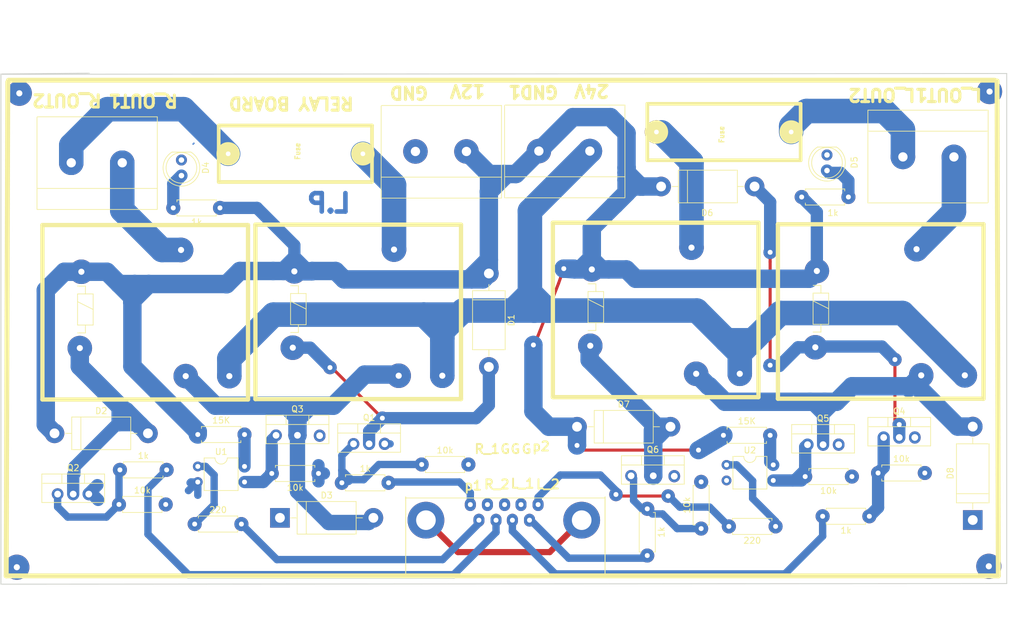
<source format=kicad_pcb>
(kicad_pcb (version 20171130) (host pcbnew "(5.0.2)-1")

  (general
    (thickness 1.6)
    (drawings 28)
    (tracks 403)
    (zones 0)
    (modules 43)
    (nets 34)
  )

  (page A4)
  (layers
    (0 F.Cu signal)
    (31 B.Cu signal)
    (32 B.Adhes user)
    (33 F.Adhes user)
    (34 B.Paste user)
    (35 F.Paste user)
    (36 B.SilkS user)
    (37 F.SilkS user)
    (38 B.Mask user)
    (39 F.Mask user)
    (40 Dwgs.User user)
    (41 Cmts.User user)
    (42 Eco1.User user)
    (43 Eco2.User user)
    (44 Edge.Cuts user)
    (45 Margin user)
    (46 B.CrtYd user)
    (47 F.CrtYd user)
    (48 B.Fab user)
    (49 F.Fab user)
  )

  (setup
    (last_trace_width 0.25)
    (user_trace_width 0.5)
    (user_trace_width 1)
    (user_trace_width 1.2)
    (user_trace_width 1.8)
    (user_trace_width 2)
    (user_trace_width 2.5)
    (user_trace_width 3)
    (user_trace_width 4)
    (trace_clearance 0.2)
    (zone_clearance 1)
    (zone_45_only no)
    (trace_min 0.2)
    (segment_width 0.5)
    (edge_width 0.15)
    (via_size 0.8)
    (via_drill 0.4)
    (via_min_size 0.4)
    (via_min_drill 0.3)
    (user_via 2.2 0.8)
    (user_via 4.1 1)
    (uvia_size 0.3)
    (uvia_drill 0.1)
    (uvias_allowed no)
    (uvia_min_size 0.2)
    (uvia_min_drill 0.1)
    (pcb_text_width 0.3)
    (pcb_text_size 1.5 1.5)
    (mod_edge_width 0.15)
    (mod_text_size 1 1)
    (mod_text_width 0.15)
    (pad_size 3.2 3.2)
    (pad_drill 1.6)
    (pad_to_mask_clearance 0.051)
    (solder_mask_min_width 0.25)
    (aux_axis_origin 0 0)
    (visible_elements 7FFFFFFF)
    (pcbplotparams
      (layerselection 0x010fc_ffffffff)
      (usegerberextensions false)
      (usegerberattributes false)
      (usegerberadvancedattributes false)
      (creategerberjobfile false)
      (excludeedgelayer true)
      (linewidth 0.100000)
      (plotframeref false)
      (viasonmask false)
      (mode 1)
      (useauxorigin false)
      (hpglpennumber 1)
      (hpglpenspeed 20)
      (hpglpendiameter 15.000000)
      (psnegative false)
      (psa4output false)
      (plotreference true)
      (plotvalue true)
      (plotinvisibletext false)
      (padsonsilk false)
      (subtractmaskfromsilk false)
      (outputformat 1)
      (mirror false)
      (drillshape 1)
      (scaleselection 1)
      (outputdirectory ""))
  )

  (net 0 "")
  (net 1 /12V)
  (net 2 "Net-(D1-Pad1)")
  (net 3 "Net-(D2-Pad1)")
  (net 4 GND)
  (net 5 "Net-(Q1-Pad1)")
  (net 6 "Net-(Q2-Pad1)")
  (net 7 "Net-(Q3-Pad1)")
  (net 8 "Net-(R5-Pad1)")
  (net 9 "Net-(R6-Pad2)")
  (net 10 /mos1)
  (net 11 "Net-(D4-Pad2)")
  (net 12 "Net-(D5-Pad2)")
  (net 13 "Net-(D6-Pad1)")
  (net 14 "Net-(D7-Pad1)")
  (net 15 /mos2)
  (net 16 /out1_2)
  (net 17 /out1_1)
  (net 18 /in1_2)
  (net 19 /in1_1)
  (net 20 /in2_1)
  (net 21 /in2_2)
  (net 22 /pwm2)
  (net 23 /pwm1)
  (net 24 /out2_1)
  (net 25 /out2_2)
  (net 26 "Net-(Q4-Pad1)")
  (net 27 "Net-(Q5-Pad1)")
  (net 28 "Net-(Q6-Pad1)")
  (net 29 "Net-(R11-Pad1)")
  (net 30 "Net-(R13-Pad2)")
  (net 31 /24V)
  (net 32 "Net-(F1-Pad2)")
  (net 33 "Net-(F2-Pad2)")

  (net_class Default "This is the default net class."
    (clearance 0.2)
    (trace_width 0.25)
    (via_dia 0.8)
    (via_drill 0.4)
    (uvia_dia 0.3)
    (uvia_drill 0.1)
    (add_net /12V)
    (add_net /24V)
    (add_net /in1_1)
    (add_net /in1_2)
    (add_net /in2_1)
    (add_net /in2_2)
    (add_net /mos1)
    (add_net /mos2)
    (add_net /out1_1)
    (add_net /out1_2)
    (add_net /out2_1)
    (add_net /out2_2)
    (add_net /pwm1)
    (add_net /pwm2)
    (add_net GND)
    (add_net "Net-(D1-Pad1)")
    (add_net "Net-(D2-Pad1)")
    (add_net "Net-(D4-Pad2)")
    (add_net "Net-(D5-Pad2)")
    (add_net "Net-(D6-Pad1)")
    (add_net "Net-(D7-Pad1)")
    (add_net "Net-(F1-Pad2)")
    (add_net "Net-(F2-Pad2)")
    (add_net "Net-(Q1-Pad1)")
    (add_net "Net-(Q2-Pad1)")
    (add_net "Net-(Q3-Pad1)")
    (add_net "Net-(Q4-Pad1)")
    (add_net "Net-(Q5-Pad1)")
    (add_net "Net-(Q6-Pad1)")
    (add_net "Net-(R11-Pad1)")
    (add_net "Net-(R13-Pad2)")
    (add_net "Net-(R5-Pad1)")
    (add_net "Net-(R6-Pad2)")
  )

  (module "modFiles:black screw terminal" (layer F.Cu) (tedit 5E26F5EF) (tstamp 5E2FEE35)
    (at 108.839 44.831)
    (descr "Bornier d'alimentation 2 pins")
    (tags DEV)
    (path /5E23C676)
    (fp_text reference J4 (at 2.62 -4.92) (layer F.SilkS) hide
      (effects (font (size 1 1) (thickness 0.15)))
    )
    (fp_text value Conn_01x02 (at 2.3 9.4 180) (layer F.Fab)
      (effects (font (size 1 1) (thickness 0.15)))
    )
    (fp_line (start 12.827 7.493) (end -7.239 7.493) (layer F.CrtYd) (width 0.05))
    (fp_line (start 12.827 7.493) (end 12.827 -8.1915) (layer F.CrtYd) (width 0.05))
    (fp_line (start -7.239 -8.1915) (end -7.239 7.4295) (layer F.CrtYd) (width 0.05))
    (fp_line (start -7.239 -8.1915) (end 12.827 -8.1915) (layer F.CrtYd) (width 0.05))
    (fp_line (start -6.985 7.1755) (end 12.5095 7.1755) (layer F.SilkS) (width 0.12))
    (fp_line (start -7.0485 -7.874) (end -7.0485 7.1755) (layer F.SilkS) (width 0.12))
    (fp_line (start 12.573 -7.9375) (end -6.985 -7.9375) (layer F.SilkS) (width 0.12))
    (fp_line (start 12.573 7.1755) (end 12.573 -7.9375) (layer F.SilkS) (width 0.12))
    (fp_line (start 12.573 3.7465) (end -6.985 3.7465) (layer F.SilkS) (width 0.12))
    (fp_line (start 12.5095 -7.8105) (end -6.9215 -7.8105) (layer F.Fab) (width 0.1))
    (fp_line (start 12.5095 7.112) (end 12.5095 -7.8105) (layer F.Fab) (width 0.1))
    (fp_line (start -6.9215 7.112) (end 12.5095 7.112) (layer F.Fab) (width 0.1))
    (fp_line (start -6.985 -7.8105) (end -6.985 7.112) (layer F.Fab) (width 0.1))
    (fp_line (start -6.9215 3.683) (end 12.573 3.683) (layer F.Fab) (width 0.1))
    (pad 1 thru_hole circle (at 6.858 -0.4445) (size 4 4) (drill 1.52) (layers *.Cu *.Mask)
      (net 1 /12V))
    (pad 2 thru_hole circle (at -1.4605 -0.4445) (size 4 4) (drill 1.52) (layers *.Cu *.Mask)
      (net 4 GND))
    (model ${KISYS3DMOD}/Connectors.3dshapes/bornier2.wrl
      (at (xyz 0 0 0))
      (scale (xyz 1 1 1))
      (rotate (xyz 0 0 0))
    )
  )

  (module "modFiles:black screw terminal" (layer F.Cu) (tedit 5E26F5C5) (tstamp 5E2F6F93)
    (at 128.9685 44.7675)
    (descr "Bornier d'alimentation 2 pins")
    (tags DEV)
    (path /5E1ECD70)
    (fp_text reference J1 (at 2.62 -4.92) (layer F.SilkS) hide
      (effects (font (size 1 1) (thickness 0.15)))
    )
    (fp_text value Conn_01x02 (at 2.3 9.4 -180) (layer F.Fab)
      (effects (font (size 1 1) (thickness 0.15)))
    )
    (fp_line (start 12.827 7.493) (end -7.239 7.493) (layer F.CrtYd) (width 0.05))
    (fp_line (start 12.827 7.493) (end 12.827 -8.1915) (layer F.CrtYd) (width 0.05))
    (fp_line (start -7.239 -8.1915) (end -7.239 7.4295) (layer F.CrtYd) (width 0.05))
    (fp_line (start -7.239 -8.1915) (end 12.827 -8.1915) (layer F.CrtYd) (width 0.05))
    (fp_line (start -6.985 7.1755) (end 12.5095 7.1755) (layer F.SilkS) (width 0.12))
    (fp_line (start -7.0485 -7.874) (end -7.0485 7.1755) (layer F.SilkS) (width 0.12))
    (fp_line (start 12.573 -7.9375) (end -6.985 -7.9375) (layer F.SilkS) (width 0.12))
    (fp_line (start 12.573 7.1755) (end 12.573 -7.9375) (layer F.SilkS) (width 0.12))
    (fp_line (start 12.573 3.7465) (end -6.985 3.7465) (layer F.SilkS) (width 0.12))
    (fp_line (start 12.5095 -7.8105) (end -6.9215 -7.8105) (layer F.Fab) (width 0.1))
    (fp_line (start 12.5095 7.112) (end 12.5095 -7.8105) (layer F.Fab) (width 0.1))
    (fp_line (start -6.9215 7.112) (end 12.5095 7.112) (layer F.Fab) (width 0.1))
    (fp_line (start -6.985 -7.8105) (end -6.985 7.112) (layer F.Fab) (width 0.1))
    (fp_line (start -6.9215 3.683) (end 12.573 3.683) (layer F.Fab) (width 0.1))
    (pad 2 thru_hole circle (at 6.858 -0.4445) (size 4 4) (drill 1.52) (layers *.Cu *.Mask)
      (net 31 /24V))
    (pad 1 thru_hole circle (at -1.4605 -0.4445) (size 4 4) (drill 1.52) (layers *.Cu *.Mask)
      (net 1 /12V))
    (model ${KISYS3DMOD}/Connectors.3dshapes/bornier2.wrl
      (at (xyz 0 0 0))
      (scale (xyz 1 1 1))
      (rotate (xyz 0 0 0))
    )
  )

  (module modFiles:Resistor_small (layer F.Cu) (tedit 5E26E6FE) (tstamp 5E2F7129)
    (at 75.5015 53.594 180)
    (descr "Resistor, Axial_DIN0207 series, Axial, Horizontal, pin pitch=7.62mm, 0.25W = 1/4W, length*diameter=6.3*2.5mm^2, http://cdn-reichelt.de/documents/datenblatt/B400/1_4W%23YAG.pdf")
    (tags "Resistor Axial_DIN0207 series Axial Horizontal pin pitch 7.62mm 0.25W = 1/4W length 6.3mm diameter 2.5mm")
    (path /5E21B0E3)
    (fp_text reference 1k (at 3.81 -2.31 180) (layer F.SilkS)
      (effects (font (size 1 1) (thickness 0.15)))
    )
    (fp_text value R (at 3.81 2.31 180) (layer F.Fab)
      (effects (font (size 1 1) (thickness 0.15)))
    )
    (fp_line (start 8.7 -1.6) (end -1.05 -1.6) (layer F.CrtYd) (width 0.05))
    (fp_line (start 8.7 1.6) (end 8.7 -1.6) (layer F.CrtYd) (width 0.05))
    (fp_line (start -1.05 1.6) (end 8.7 1.6) (layer F.CrtYd) (width 0.05))
    (fp_line (start -1.05 -1.6) (end -1.05 1.6) (layer F.CrtYd) (width 0.05))
    (fp_line (start 7.02 1.31) (end 7.02 0.98) (layer F.SilkS) (width 0.12))
    (fp_line (start 0.6 1.31) (end 7.02 1.31) (layer F.SilkS) (width 0.12))
    (fp_line (start 0.6 0.98) (end 0.6 1.31) (layer F.SilkS) (width 0.12))
    (fp_line (start 7.02 -1.31) (end 7.02 -0.98) (layer F.SilkS) (width 0.12))
    (fp_line (start 0.6 -1.31) (end 7.02 -1.31) (layer F.SilkS) (width 0.12))
    (fp_line (start 0.6 -0.98) (end 0.6 -1.31) (layer F.SilkS) (width 0.12))
    (fp_line (start 7.62 0) (end 6.96 0) (layer F.Fab) (width 0.1))
    (fp_line (start 0 0) (end 0.66 0) (layer F.Fab) (width 0.1))
    (fp_line (start 6.96 -1.25) (end 0.66 -1.25) (layer F.Fab) (width 0.1))
    (fp_line (start 6.96 1.25) (end 6.96 -1.25) (layer F.Fab) (width 0.1))
    (fp_line (start 0.66 1.25) (end 6.96 1.25) (layer F.Fab) (width 0.1))
    (fp_line (start 0.66 -1.25) (end 0.66 1.25) (layer F.Fab) (width 0.1))
    (pad 2 thru_hole circle (at 7.62 0 180) (size 2.3 2.3) (drill 0.8) (layers *.Cu *.Mask)
      (net 11 "Net-(D4-Pad2)"))
    (pad 1 thru_hole circle (at 0 0 180) (size 2.3 2.3) (drill 0.8) (layers *.Cu *.Mask)
      (net 1 /12V))
    (model _3D/Used/R_Axial_DIN0207_L6.3mm_D2.5mm_P7.62mm_Horizontal.wrl
      (at (xyz 0 0 0))
      (scale (xyz 0.393701 0.393701 0.393701))
      (rotate (xyz 0 0 0))
    )
  )

  (module modFiles:Resistor_small (layer F.Cu) (tedit 5E26E78A) (tstamp 5E2F71C3)
    (at 145.1864 102.6668 270)
    (descr "Resistor, Axial_DIN0207 series, Axial, Horizontal, pin pitch=7.62mm, 0.25W = 1/4W, length*diameter=6.3*2.5mm^2, http://cdn-reichelt.de/documents/datenblatt/B400/1_4W%23YAG.pdf")
    (tags "Resistor Axial_DIN0207 series Axial Horizontal pin pitch 7.62mm 0.25W = 1/4W length 6.3mm diameter 2.5mm")
    (path /5E21BD37)
    (fp_text reference 1k (at 3.81 -2.31 270) (layer F.SilkS)
      (effects (font (size 1 1) (thickness 0.15)))
    )
    (fp_text value R (at 3.81 2.31 270) (layer F.Fab)
      (effects (font (size 1 1) (thickness 0.15)))
    )
    (fp_line (start 8.7 -1.6) (end -1.05 -1.6) (layer F.CrtYd) (width 0.05))
    (fp_line (start 8.7 1.6) (end 8.7 -1.6) (layer F.CrtYd) (width 0.05))
    (fp_line (start -1.05 1.6) (end 8.7 1.6) (layer F.CrtYd) (width 0.05))
    (fp_line (start -1.05 -1.6) (end -1.05 1.6) (layer F.CrtYd) (width 0.05))
    (fp_line (start 7.02 1.31) (end 7.02 0.98) (layer F.SilkS) (width 0.12))
    (fp_line (start 0.6 1.31) (end 7.02 1.31) (layer F.SilkS) (width 0.12))
    (fp_line (start 0.6 0.98) (end 0.6 1.31) (layer F.SilkS) (width 0.12))
    (fp_line (start 7.02 -1.31) (end 7.02 -0.98) (layer F.SilkS) (width 0.12))
    (fp_line (start 0.6 -1.31) (end 7.02 -1.31) (layer F.SilkS) (width 0.12))
    (fp_line (start 0.6 -0.98) (end 0.6 -1.31) (layer F.SilkS) (width 0.12))
    (fp_line (start 7.62 0) (end 6.96 0) (layer F.Fab) (width 0.1))
    (fp_line (start 0 0) (end 0.66 0) (layer F.Fab) (width 0.1))
    (fp_line (start 6.96 -1.25) (end 0.66 -1.25) (layer F.Fab) (width 0.1))
    (fp_line (start 6.96 1.25) (end 6.96 -1.25) (layer F.Fab) (width 0.1))
    (fp_line (start 0.66 1.25) (end 6.96 1.25) (layer F.Fab) (width 0.1))
    (fp_line (start 0.66 -1.25) (end 0.66 1.25) (layer F.Fab) (width 0.1))
    (pad 2 thru_hole circle (at 7.62 0 270) (size 2.3 2.3) (drill 0.8) (layers *.Cu *.Mask)
      (net 21 /in2_2))
    (pad 1 thru_hole circle (at 0 0 270) (size 2.3 2.3) (drill 0.8) (layers *.Cu *.Mask)
      (net 28 "Net-(Q6-Pad1)"))
    (model _3D/Used/R_Axial_DIN0207_L6.3mm_D2.5mm_P7.62mm_Horizontal.wrl
      (at (xyz 0 0 0))
      (scale (xyz 0.393701 0.393701 0.393701))
      (rotate (xyz 0 0 0))
    )
  )

  (module modFiles:Resistor_small (layer F.Cu) (tedit 5E2A52D5) (tstamp 5E2F708F)
    (at 95.377 98.425)
    (descr "Resistor, Axial_DIN0207 series, Axial, Horizontal, pin pitch=7.62mm, 0.25W = 1/4W, length*diameter=6.3*2.5mm^2, http://cdn-reichelt.de/documents/datenblatt/B400/1_4W%23YAG.pdf")
    (tags "Resistor Axial_DIN0207 series Axial Horizontal pin pitch 7.62mm 0.25W = 1/4W length 6.3mm diameter 2.5mm")
    (path /5E1EBFA5)
    (fp_text reference 1k (at 3.81 -2.31) (layer F.SilkS)
      (effects (font (size 1 1) (thickness 0.15)))
    )
    (fp_text value R (at 3.81 2.31) (layer F.Fab)
      (effects (font (size 1 1) (thickness 0.15)))
    )
    (fp_line (start 8.7 -1.6) (end -1.05 -1.6) (layer F.CrtYd) (width 0.05))
    (fp_line (start 8.7 1.6) (end 8.7 -1.6) (layer F.CrtYd) (width 0.05))
    (fp_line (start -1.05 1.6) (end 8.7 1.6) (layer F.CrtYd) (width 0.05))
    (fp_line (start -1.05 -1.6) (end -1.05 1.6) (layer F.CrtYd) (width 0.05))
    (fp_line (start 7.02 1.31) (end 7.02 0.98) (layer F.SilkS) (width 0.12))
    (fp_line (start 0.6 1.31) (end 7.02 1.31) (layer F.SilkS) (width 0.12))
    (fp_line (start 0.6 0.98) (end 0.6 1.31) (layer F.SilkS) (width 0.12))
    (fp_line (start 7.02 -1.31) (end 7.02 -0.98) (layer F.SilkS) (width 0.12))
    (fp_line (start 0.6 -1.31) (end 7.02 -1.31) (layer F.SilkS) (width 0.12))
    (fp_line (start 0.6 -0.98) (end 0.6 -1.31) (layer F.SilkS) (width 0.12))
    (fp_line (start 7.62 0) (end 6.96 0) (layer F.Fab) (width 0.1))
    (fp_line (start 0 0) (end 0.66 0) (layer F.Fab) (width 0.1))
    (fp_line (start 6.96 -1.25) (end 0.66 -1.25) (layer F.Fab) (width 0.1))
    (fp_line (start 6.96 1.25) (end 6.96 -1.25) (layer F.Fab) (width 0.1))
    (fp_line (start 0.66 1.25) (end 6.96 1.25) (layer F.Fab) (width 0.1))
    (fp_line (start 0.66 -1.25) (end 0.66 1.25) (layer F.Fab) (width 0.1))
    (pad 2 thru_hole circle (at 7.62 0) (size 2.3 2.3) (drill 0.8) (layers *.Cu *.Mask)
      (net 19 /in1_1))
    (pad 1 thru_hole circle (at 0 0) (size 2.3 2.3) (drill 0.8) (layers *.Cu *.Mask)
      (net 5 "Net-(Q1-Pad1)"))
    (model _3D/Used/R_Axial_DIN0207_L6.3mm_D2.5mm_P7.62mm_Horizontal.wrl
      (at (xyz 0 0 0))
      (scale (xyz 0.393701 0.393701 0.393701))
      (rotate (xyz 0 0 0))
    )
  )

  (module modFiles:Resistor_small (layer F.Cu) (tedit 5E26E86D) (tstamp 5E2F70A5)
    (at 108.3945 95.4405)
    (descr "Resistor, Axial_DIN0207 series, Axial, Horizontal, pin pitch=7.62mm, 0.25W = 1/4W, length*diameter=6.3*2.5mm^2, http://cdn-reichelt.de/documents/datenblatt/B400/1_4W%23YAG.pdf")
    (tags "Resistor Axial_DIN0207 series Axial Horizontal pin pitch 7.62mm 0.25W = 1/4W length 6.3mm diameter 2.5mm")
    (path /5E1EBF47)
    (fp_text reference 10k (at 3.81 -2.31) (layer F.SilkS)
      (effects (font (size 1 1) (thickness 0.15)))
    )
    (fp_text value R (at 3.81 2.31) (layer F.Fab)
      (effects (font (size 1 1) (thickness 0.15)))
    )
    (fp_line (start 0.66 -1.25) (end 0.66 1.25) (layer F.Fab) (width 0.1))
    (fp_line (start 0.66 1.25) (end 6.96 1.25) (layer F.Fab) (width 0.1))
    (fp_line (start 6.96 1.25) (end 6.96 -1.25) (layer F.Fab) (width 0.1))
    (fp_line (start 6.96 -1.25) (end 0.66 -1.25) (layer F.Fab) (width 0.1))
    (fp_line (start 0 0) (end 0.66 0) (layer F.Fab) (width 0.1))
    (fp_line (start 7.62 0) (end 6.96 0) (layer F.Fab) (width 0.1))
    (fp_line (start 0.6 -0.98) (end 0.6 -1.31) (layer F.SilkS) (width 0.12))
    (fp_line (start 0.6 -1.31) (end 7.02 -1.31) (layer F.SilkS) (width 0.12))
    (fp_line (start 7.02 -1.31) (end 7.02 -0.98) (layer F.SilkS) (width 0.12))
    (fp_line (start 0.6 0.98) (end 0.6 1.31) (layer F.SilkS) (width 0.12))
    (fp_line (start 0.6 1.31) (end 7.02 1.31) (layer F.SilkS) (width 0.12))
    (fp_line (start 7.02 1.31) (end 7.02 0.98) (layer F.SilkS) (width 0.12))
    (fp_line (start -1.05 -1.6) (end -1.05 1.6) (layer F.CrtYd) (width 0.05))
    (fp_line (start -1.05 1.6) (end 8.7 1.6) (layer F.CrtYd) (width 0.05))
    (fp_line (start 8.7 1.6) (end 8.7 -1.6) (layer F.CrtYd) (width 0.05))
    (fp_line (start 8.7 -1.6) (end -1.05 -1.6) (layer F.CrtYd) (width 0.05))
    (pad 1 thru_hole circle (at 0 0) (size 2.3 2.3) (drill 0.8) (layers *.Cu *.Mask)
      (net 5 "Net-(Q1-Pad1)"))
    (pad 2 thru_hole circle (at 7.62 0) (size 2.3 2.3) (drill 0.8) (layers *.Cu *.Mask)
      (net 4 GND))
    (model _3D/Used/R_Axial_DIN0207_L6.3mm_D2.5mm_P7.62mm_Horizontal.wrl
      (at (xyz 0 0 0))
      (scale (xyz 0.393701 0.393701 0.393701))
      (rotate (xyz 0 0 0))
    )
  )

  (module modFiles:Resistor_small (layer F.Cu) (tedit 5E26E712) (tstamp 5E2F70BB)
    (at 59.182 96.3168)
    (descr "Resistor, Axial_DIN0207 series, Axial, Horizontal, pin pitch=7.62mm, 0.25W = 1/4W, length*diameter=6.3*2.5mm^2, http://cdn-reichelt.de/documents/datenblatt/B400/1_4W%23YAG.pdf")
    (tags "Resistor Axial_DIN0207 series Axial Horizontal pin pitch 7.62mm 0.25W = 1/4W length 6.3mm diameter 2.5mm")
    (path /5E1EC74C)
    (fp_text reference 1k (at 3.81 -2.31) (layer F.SilkS)
      (effects (font (size 1 1) (thickness 0.15)))
    )
    (fp_text value R (at 3.81 2.31) (layer F.Fab)
      (effects (font (size 1 1) (thickness 0.15)))
    )
    (fp_line (start 0.66 -1.25) (end 0.66 1.25) (layer F.Fab) (width 0.1))
    (fp_line (start 0.66 1.25) (end 6.96 1.25) (layer F.Fab) (width 0.1))
    (fp_line (start 6.96 1.25) (end 6.96 -1.25) (layer F.Fab) (width 0.1))
    (fp_line (start 6.96 -1.25) (end 0.66 -1.25) (layer F.Fab) (width 0.1))
    (fp_line (start 0 0) (end 0.66 0) (layer F.Fab) (width 0.1))
    (fp_line (start 7.62 0) (end 6.96 0) (layer F.Fab) (width 0.1))
    (fp_line (start 0.6 -0.98) (end 0.6 -1.31) (layer F.SilkS) (width 0.12))
    (fp_line (start 0.6 -1.31) (end 7.02 -1.31) (layer F.SilkS) (width 0.12))
    (fp_line (start 7.02 -1.31) (end 7.02 -0.98) (layer F.SilkS) (width 0.12))
    (fp_line (start 0.6 0.98) (end 0.6 1.31) (layer F.SilkS) (width 0.12))
    (fp_line (start 0.6 1.31) (end 7.02 1.31) (layer F.SilkS) (width 0.12))
    (fp_line (start 7.02 1.31) (end 7.02 0.98) (layer F.SilkS) (width 0.12))
    (fp_line (start -1.05 -1.6) (end -1.05 1.6) (layer F.CrtYd) (width 0.05))
    (fp_line (start -1.05 1.6) (end 8.7 1.6) (layer F.CrtYd) (width 0.05))
    (fp_line (start 8.7 1.6) (end 8.7 -1.6) (layer F.CrtYd) (width 0.05))
    (fp_line (start 8.7 -1.6) (end -1.05 -1.6) (layer F.CrtYd) (width 0.05))
    (pad 1 thru_hole circle (at 0 0) (size 2.3 2.3) (drill 0.8) (layers *.Cu *.Mask)
      (net 6 "Net-(Q2-Pad1)"))
    (pad 2 thru_hole circle (at 7.62 0) (size 2.3 2.3) (drill 0.8) (layers *.Cu *.Mask)
      (net 18 /in1_2))
    (model _3D/Used/R_Axial_DIN0207_L6.3mm_D2.5mm_P7.62mm_Horizontal.wrl
      (at (xyz 0 0 0))
      (scale (xyz 0.393701 0.393701 0.393701))
      (rotate (xyz 0 0 0))
    )
  )

  (module modFiles:Resistor_small (layer F.Cu) (tedit 5E26E722) (tstamp 5E2F70D1)
    (at 59.0296 101.9556)
    (descr "Resistor, Axial_DIN0207 series, Axial, Horizontal, pin pitch=7.62mm, 0.25W = 1/4W, length*diameter=6.3*2.5mm^2, http://cdn-reichelt.de/documents/datenblatt/B400/1_4W%23YAG.pdf")
    (tags "Resistor Axial_DIN0207 series Axial Horizontal pin pitch 7.62mm 0.25W = 1/4W length 6.3mm diameter 2.5mm")
    (path /5E1EC746)
    (fp_text reference 10k (at 3.81 -2.31) (layer F.SilkS)
      (effects (font (size 1 1) (thickness 0.15)))
    )
    (fp_text value R (at 3.81 2.31) (layer F.Fab)
      (effects (font (size 1 1) (thickness 0.15)))
    )
    (fp_line (start 8.7 -1.6) (end -1.05 -1.6) (layer F.CrtYd) (width 0.05))
    (fp_line (start 8.7 1.6) (end 8.7 -1.6) (layer F.CrtYd) (width 0.05))
    (fp_line (start -1.05 1.6) (end 8.7 1.6) (layer F.CrtYd) (width 0.05))
    (fp_line (start -1.05 -1.6) (end -1.05 1.6) (layer F.CrtYd) (width 0.05))
    (fp_line (start 7.02 1.31) (end 7.02 0.98) (layer F.SilkS) (width 0.12))
    (fp_line (start 0.6 1.31) (end 7.02 1.31) (layer F.SilkS) (width 0.12))
    (fp_line (start 0.6 0.98) (end 0.6 1.31) (layer F.SilkS) (width 0.12))
    (fp_line (start 7.02 -1.31) (end 7.02 -0.98) (layer F.SilkS) (width 0.12))
    (fp_line (start 0.6 -1.31) (end 7.02 -1.31) (layer F.SilkS) (width 0.12))
    (fp_line (start 0.6 -0.98) (end 0.6 -1.31) (layer F.SilkS) (width 0.12))
    (fp_line (start 7.62 0) (end 6.96 0) (layer F.Fab) (width 0.1))
    (fp_line (start 0 0) (end 0.66 0) (layer F.Fab) (width 0.1))
    (fp_line (start 6.96 -1.25) (end 0.66 -1.25) (layer F.Fab) (width 0.1))
    (fp_line (start 6.96 1.25) (end 6.96 -1.25) (layer F.Fab) (width 0.1))
    (fp_line (start 0.66 1.25) (end 6.96 1.25) (layer F.Fab) (width 0.1))
    (fp_line (start 0.66 -1.25) (end 0.66 1.25) (layer F.Fab) (width 0.1))
    (pad 2 thru_hole circle (at 7.62 0) (size 2.3 2.3) (drill 0.8) (layers *.Cu *.Mask)
      (net 4 GND))
    (pad 1 thru_hole circle (at 0 0) (size 2.3 2.3) (drill 0.8) (layers *.Cu *.Mask)
      (net 6 "Net-(Q2-Pad1)"))
    (model _3D/Used/R_Axial_DIN0207_L6.3mm_D2.5mm_P7.62mm_Horizontal.wrl
      (at (xyz 0 0 0))
      (scale (xyz 0.393701 0.393701 0.393701))
      (rotate (xyz 0 0 0))
    )
  )

  (module modFiles:Resistor_small (layer F.Cu) (tedit 5E26E72C) (tstamp 5E2F70E7)
    (at 71.374 105.156)
    (descr "Resistor, Axial_DIN0207 series, Axial, Horizontal, pin pitch=7.62mm, 0.25W = 1/4W, length*diameter=6.3*2.5mm^2, http://cdn-reichelt.de/documents/datenblatt/B400/1_4W%23YAG.pdf")
    (tags "Resistor Axial_DIN0207 series Axial Horizontal pin pitch 7.62mm 0.25W = 1/4W length 6.3mm diameter 2.5mm")
    (path /5E1EEC5C)
    (fp_text reference 220 (at 3.81 -2.31) (layer F.SilkS)
      (effects (font (size 1 1) (thickness 0.15)))
    )
    (fp_text value R (at 3.81 2.31) (layer F.Fab)
      (effects (font (size 1 1) (thickness 0.15)))
    )
    (fp_line (start 8.7 -1.6) (end -1.05 -1.6) (layer F.CrtYd) (width 0.05))
    (fp_line (start 8.7 1.6) (end 8.7 -1.6) (layer F.CrtYd) (width 0.05))
    (fp_line (start -1.05 1.6) (end 8.7 1.6) (layer F.CrtYd) (width 0.05))
    (fp_line (start -1.05 -1.6) (end -1.05 1.6) (layer F.CrtYd) (width 0.05))
    (fp_line (start 7.02 1.31) (end 7.02 0.98) (layer F.SilkS) (width 0.12))
    (fp_line (start 0.6 1.31) (end 7.02 1.31) (layer F.SilkS) (width 0.12))
    (fp_line (start 0.6 0.98) (end 0.6 1.31) (layer F.SilkS) (width 0.12))
    (fp_line (start 7.02 -1.31) (end 7.02 -0.98) (layer F.SilkS) (width 0.12))
    (fp_line (start 0.6 -1.31) (end 7.02 -1.31) (layer F.SilkS) (width 0.12))
    (fp_line (start 0.6 -0.98) (end 0.6 -1.31) (layer F.SilkS) (width 0.12))
    (fp_line (start 7.62 0) (end 6.96 0) (layer F.Fab) (width 0.1))
    (fp_line (start 0 0) (end 0.66 0) (layer F.Fab) (width 0.1))
    (fp_line (start 6.96 -1.25) (end 0.66 -1.25) (layer F.Fab) (width 0.1))
    (fp_line (start 6.96 1.25) (end 6.96 -1.25) (layer F.Fab) (width 0.1))
    (fp_line (start 0.66 1.25) (end 6.96 1.25) (layer F.Fab) (width 0.1))
    (fp_line (start 0.66 -1.25) (end 0.66 1.25) (layer F.Fab) (width 0.1))
    (pad 2 thru_hole circle (at 7.62 0) (size 2.3 2.3) (drill 0.8) (layers *.Cu *.Mask)
      (net 23 /pwm1))
    (pad 1 thru_hole circle (at 0 0) (size 2.3 2.3) (drill 0.8) (layers *.Cu *.Mask)
      (net 8 "Net-(R5-Pad1)"))
    (model _3D/Used/R_Axial_DIN0207_L6.3mm_D2.5mm_P7.62mm_Horizontal.wrl
      (at (xyz 0 0 0))
      (scale (xyz 0.393701 0.393701 0.393701))
      (rotate (xyz 0 0 0))
    )
  )

  (module modFiles:Resistor_small (layer F.Cu) (tedit 5FB02D47) (tstamp 5E2F70FD)
    (at 71.882 90.551)
    (descr "Resistor, Axial_DIN0207 series, Axial, Horizontal, pin pitch=7.62mm, 0.25W = 1/4W, length*diameter=6.3*2.5mm^2, http://cdn-reichelt.de/documents/datenblatt/B400/1_4W%23YAG.pdf")
    (tags "Resistor Axial_DIN0207 series Axial Horizontal pin pitch 7.62mm 0.25W = 1/4W length 6.3mm diameter 2.5mm")
    (path /5E1EECBE)
    (fp_text reference 15K (at 3.81 -2.31) (layer F.SilkS)
      (effects (font (size 1 1) (thickness 0.15)))
    )
    (fp_text value R (at 3.81 2.31) (layer F.Fab)
      (effects (font (size 1 1) (thickness 0.15)))
    )
    (fp_line (start 0.66 -1.25) (end 0.66 1.25) (layer F.Fab) (width 0.1))
    (fp_line (start 0.66 1.25) (end 6.96 1.25) (layer F.Fab) (width 0.1))
    (fp_line (start 6.96 1.25) (end 6.96 -1.25) (layer F.Fab) (width 0.1))
    (fp_line (start 6.96 -1.25) (end 0.66 -1.25) (layer F.Fab) (width 0.1))
    (fp_line (start 0 0) (end 0.66 0) (layer F.Fab) (width 0.1))
    (fp_line (start 7.62 0) (end 6.96 0) (layer F.Fab) (width 0.1))
    (fp_line (start 0.6 -0.98) (end 0.6 -1.31) (layer F.SilkS) (width 0.12))
    (fp_line (start 0.6 -1.31) (end 7.02 -1.31) (layer F.SilkS) (width 0.12))
    (fp_line (start 7.02 -1.31) (end 7.02 -0.98) (layer F.SilkS) (width 0.12))
    (fp_line (start 0.6 0.98) (end 0.6 1.31) (layer F.SilkS) (width 0.12))
    (fp_line (start 0.6 1.31) (end 7.02 1.31) (layer F.SilkS) (width 0.12))
    (fp_line (start 7.02 1.31) (end 7.02 0.98) (layer F.SilkS) (width 0.12))
    (fp_line (start -1.05 -1.6) (end -1.05 1.6) (layer F.CrtYd) (width 0.05))
    (fp_line (start -1.05 1.6) (end 8.7 1.6) (layer F.CrtYd) (width 0.05))
    (fp_line (start 8.7 1.6) (end 8.7 -1.6) (layer F.CrtYd) (width 0.05))
    (fp_line (start 8.7 -1.6) (end -1.05 -1.6) (layer F.CrtYd) (width 0.05))
    (pad 1 thru_hole circle (at 0 0) (size 2.3 2.3) (drill 0.8) (layers *.Cu *.Mask)
      (net 1 /12V))
    (pad 2 thru_hole circle (at 7.62 0) (size 2.3 2.3) (drill 0.8) (layers *.Cu *.Mask)
      (net 9 "Net-(R6-Pad2)"))
    (model _3D/Used/R_Axial_DIN0207_L6.3mm_D2.5mm_P7.62mm_Horizontal.wrl
      (at (xyz 0 0 0))
      (scale (xyz 0.393701 0.393701 0.393701))
      (rotate (xyz 0 0 0))
    )
  )

  (module modFiles:Resistor_small (layer F.Cu) (tedit 5E26E83E) (tstamp 5E2F7113)
    (at 91.567 96.901 180)
    (descr "Resistor, Axial_DIN0207 series, Axial, Horizontal, pin pitch=7.62mm, 0.25W = 1/4W, length*diameter=6.3*2.5mm^2, http://cdn-reichelt.de/documents/datenblatt/B400/1_4W%23YAG.pdf")
    (tags "Resistor Axial_DIN0207 series Axial Horizontal pin pitch 7.62mm 0.25W = 1/4W length 6.3mm diameter 2.5mm")
    (path /5E1EED33)
    (fp_text reference 10k (at 3.81 -2.31 180) (layer F.SilkS)
      (effects (font (size 1 1) (thickness 0.15)))
    )
    (fp_text value R (at 3.81 2.31 180) (layer F.Fab)
      (effects (font (size 1 1) (thickness 0.15)))
    )
    (fp_line (start 8.7 -1.6) (end -1.05 -1.6) (layer F.CrtYd) (width 0.05))
    (fp_line (start 8.7 1.6) (end 8.7 -1.6) (layer F.CrtYd) (width 0.05))
    (fp_line (start -1.05 1.6) (end 8.7 1.6) (layer F.CrtYd) (width 0.05))
    (fp_line (start -1.05 -1.6) (end -1.05 1.6) (layer F.CrtYd) (width 0.05))
    (fp_line (start 7.02 1.31) (end 7.02 0.98) (layer F.SilkS) (width 0.12))
    (fp_line (start 0.6 1.31) (end 7.02 1.31) (layer F.SilkS) (width 0.12))
    (fp_line (start 0.6 0.98) (end 0.6 1.31) (layer F.SilkS) (width 0.12))
    (fp_line (start 7.02 -1.31) (end 7.02 -0.98) (layer F.SilkS) (width 0.12))
    (fp_line (start 0.6 -1.31) (end 7.02 -1.31) (layer F.SilkS) (width 0.12))
    (fp_line (start 0.6 -0.98) (end 0.6 -1.31) (layer F.SilkS) (width 0.12))
    (fp_line (start 7.62 0) (end 6.96 0) (layer F.Fab) (width 0.1))
    (fp_line (start 0 0) (end 0.66 0) (layer F.Fab) (width 0.1))
    (fp_line (start 6.96 -1.25) (end 0.66 -1.25) (layer F.Fab) (width 0.1))
    (fp_line (start 6.96 1.25) (end 6.96 -1.25) (layer F.Fab) (width 0.1))
    (fp_line (start 0.66 1.25) (end 6.96 1.25) (layer F.Fab) (width 0.1))
    (fp_line (start 0.66 -1.25) (end 0.66 1.25) (layer F.Fab) (width 0.1))
    (pad 2 thru_hole circle (at 7.62 0 180) (size 2.3 2.3) (drill 0.8) (layers *.Cu *.Mask)
      (net 7 "Net-(Q3-Pad1)"))
    (pad 1 thru_hole circle (at 0 0 180) (size 2.3 2.3) (drill 0.8) (layers *.Cu *.Mask)
      (net 4 GND))
    (model _3D/Used/R_Axial_DIN0207_L6.3mm_D2.5mm_P7.62mm_Horizontal.wrl
      (at (xyz 0 0 0))
      (scale (xyz 0.393701 0.393701 0.393701))
      (rotate (xyz 0 0 0))
    )
  )

  (module modFiles:Resistor_small (layer F.Cu) (tedit 5E26E7EE) (tstamp 5E2F713F)
    (at 170.3705 51.816)
    (descr "Resistor, Axial_DIN0207 series, Axial, Horizontal, pin pitch=7.62mm, 0.25W = 1/4W, length*diameter=6.3*2.5mm^2, http://cdn-reichelt.de/documents/datenblatt/B400/1_4W%23YAG.pdf")
    (tags "Resistor Axial_DIN0207 series Axial Horizontal pin pitch 7.62mm 0.25W = 1/4W length 6.3mm diameter 2.5mm")
    (path /5E21BDC3)
    (fp_text reference 1k (at 5.0927 2.5908) (layer F.SilkS)
      (effects (font (size 1 1) (thickness 0.15)))
    )
    (fp_text value R (at 3.81 2.31) (layer F.Fab)
      (effects (font (size 1 1) (thickness 0.15)))
    )
    (fp_line (start 0.66 -1.25) (end 0.66 1.25) (layer F.Fab) (width 0.1))
    (fp_line (start 0.66 1.25) (end 6.96 1.25) (layer F.Fab) (width 0.1))
    (fp_line (start 6.96 1.25) (end 6.96 -1.25) (layer F.Fab) (width 0.1))
    (fp_line (start 6.96 -1.25) (end 0.66 -1.25) (layer F.Fab) (width 0.1))
    (fp_line (start 0 0) (end 0.66 0) (layer F.Fab) (width 0.1))
    (fp_line (start 7.62 0) (end 6.96 0) (layer F.Fab) (width 0.1))
    (fp_line (start 0.6 -0.98) (end 0.6 -1.31) (layer F.SilkS) (width 0.12))
    (fp_line (start 0.6 -1.31) (end 7.02 -1.31) (layer F.SilkS) (width 0.12))
    (fp_line (start 7.02 -1.31) (end 7.02 -0.98) (layer F.SilkS) (width 0.12))
    (fp_line (start 0.6 0.98) (end 0.6 1.31) (layer F.SilkS) (width 0.12))
    (fp_line (start 0.6 1.31) (end 7.02 1.31) (layer F.SilkS) (width 0.12))
    (fp_line (start 7.02 1.31) (end 7.02 0.98) (layer F.SilkS) (width 0.12))
    (fp_line (start -1.05 -1.6) (end -1.05 1.6) (layer F.CrtYd) (width 0.05))
    (fp_line (start -1.05 1.6) (end 8.7 1.6) (layer F.CrtYd) (width 0.05))
    (fp_line (start 8.7 1.6) (end 8.7 -1.6) (layer F.CrtYd) (width 0.05))
    (fp_line (start 8.7 -1.6) (end -1.05 -1.6) (layer F.CrtYd) (width 0.05))
    (pad 1 thru_hole circle (at 0 0) (size 2.3 2.3) (drill 0.8) (layers *.Cu *.Mask)
      (net 1 /12V))
    (pad 2 thru_hole circle (at 7.62 0) (size 2.3 2.3) (drill 0.8) (layers *.Cu *.Mask)
      (net 12 "Net-(D5-Pad2)"))
    (model _3D/Used/R_Axial_DIN0207_L6.3mm_D2.5mm_P7.62mm_Horizontal.wrl
      (at (xyz 0 0 0))
      (scale (xyz 0.393701 0.393701 0.393701))
      (rotate (xyz 0 0 0))
    )
  )

  (module modFiles:Resistor_small (layer F.Cu) (tedit 5E26E7AE) (tstamp 5E2F7155)
    (at 181.4068 103.886 180)
    (descr "Resistor, Axial_DIN0207 series, Axial, Horizontal, pin pitch=7.62mm, 0.25W = 1/4W, length*diameter=6.3*2.5mm^2, http://cdn-reichelt.de/documents/datenblatt/B400/1_4W%23YAG.pdf")
    (tags "Resistor Axial_DIN0207 series Axial Horizontal pin pitch 7.62mm 0.25W = 1/4W length 6.3mm diameter 2.5mm")
    (path /5E21BD14)
    (fp_text reference 1k (at 3.81 -2.31 180) (layer F.SilkS)
      (effects (font (size 1 1) (thickness 0.15)))
    )
    (fp_text value R (at 3.81 2.31 180) (layer F.Fab)
      (effects (font (size 1 1) (thickness 0.15)))
    )
    (fp_line (start 8.7 -1.6) (end -1.05 -1.6) (layer F.CrtYd) (width 0.05))
    (fp_line (start 8.7 1.6) (end 8.7 -1.6) (layer F.CrtYd) (width 0.05))
    (fp_line (start -1.05 1.6) (end 8.7 1.6) (layer F.CrtYd) (width 0.05))
    (fp_line (start -1.05 -1.6) (end -1.05 1.6) (layer F.CrtYd) (width 0.05))
    (fp_line (start 7.02 1.31) (end 7.02 0.98) (layer F.SilkS) (width 0.12))
    (fp_line (start 0.6 1.31) (end 7.02 1.31) (layer F.SilkS) (width 0.12))
    (fp_line (start 0.6 0.98) (end 0.6 1.31) (layer F.SilkS) (width 0.12))
    (fp_line (start 7.02 -1.31) (end 7.02 -0.98) (layer F.SilkS) (width 0.12))
    (fp_line (start 0.6 -1.31) (end 7.02 -1.31) (layer F.SilkS) (width 0.12))
    (fp_line (start 0.6 -0.98) (end 0.6 -1.31) (layer F.SilkS) (width 0.12))
    (fp_line (start 7.62 0) (end 6.96 0) (layer F.Fab) (width 0.1))
    (fp_line (start 0 0) (end 0.66 0) (layer F.Fab) (width 0.1))
    (fp_line (start 6.96 -1.25) (end 0.66 -1.25) (layer F.Fab) (width 0.1))
    (fp_line (start 6.96 1.25) (end 6.96 -1.25) (layer F.Fab) (width 0.1))
    (fp_line (start 0.66 1.25) (end 6.96 1.25) (layer F.Fab) (width 0.1))
    (fp_line (start 0.66 -1.25) (end 0.66 1.25) (layer F.Fab) (width 0.1))
    (pad 2 thru_hole circle (at 7.62 0 180) (size 2.3 2.3) (drill 0.8) (layers *.Cu *.Mask)
      (net 20 /in2_1))
    (pad 1 thru_hole circle (at 0 0 180) (size 2.3 2.3) (drill 0.8) (layers *.Cu *.Mask)
      (net 26 "Net-(Q4-Pad1)"))
    (model _3D/Used/R_Axial_DIN0207_L6.3mm_D2.5mm_P7.62mm_Horizontal.wrl
      (at (xyz 0 0 0))
      (scale (xyz 0.393701 0.393701 0.393701))
      (rotate (xyz 0 0 0))
    )
  )

  (module modFiles:Resistor_small (layer F.Cu) (tedit 5E26E7A4) (tstamp 5E2F716B)
    (at 166.116 105.537 180)
    (descr "Resistor, Axial_DIN0207 series, Axial, Horizontal, pin pitch=7.62mm, 0.25W = 1/4W, length*diameter=6.3*2.5mm^2, http://cdn-reichelt.de/documents/datenblatt/B400/1_4W%23YAG.pdf")
    (tags "Resistor Axial_DIN0207 series Axial Horizontal pin pitch 7.62mm 0.25W = 1/4W length 6.3mm diameter 2.5mm")
    (path /5E21BD74)
    (fp_text reference 220 (at 3.81 -2.31 180) (layer F.SilkS)
      (effects (font (size 1 1) (thickness 0.15)))
    )
    (fp_text value R (at 3.518 2.980999 180) (layer F.Fab)
      (effects (font (size 1 1) (thickness 0.15)))
    )
    (fp_line (start 0.66 -1.25) (end 0.66 1.25) (layer F.Fab) (width 0.1))
    (fp_line (start 0.66 1.25) (end 6.96 1.25) (layer F.Fab) (width 0.1))
    (fp_line (start 6.96 1.25) (end 6.96 -1.25) (layer F.Fab) (width 0.1))
    (fp_line (start 6.96 -1.25) (end 0.66 -1.25) (layer F.Fab) (width 0.1))
    (fp_line (start 0 0) (end 0.66 0) (layer F.Fab) (width 0.1))
    (fp_line (start 7.62 0) (end 6.96 0) (layer F.Fab) (width 0.1))
    (fp_line (start 0.6 -0.98) (end 0.6 -1.31) (layer F.SilkS) (width 0.12))
    (fp_line (start 0.6 -1.31) (end 7.02 -1.31) (layer F.SilkS) (width 0.12))
    (fp_line (start 7.02 -1.31) (end 7.02 -0.98) (layer F.SilkS) (width 0.12))
    (fp_line (start 0.6 0.98) (end 0.6 1.31) (layer F.SilkS) (width 0.12))
    (fp_line (start 0.6 1.31) (end 7.02 1.31) (layer F.SilkS) (width 0.12))
    (fp_line (start 7.02 1.31) (end 7.02 0.98) (layer F.SilkS) (width 0.12))
    (fp_line (start -1.05 -1.6) (end -1.05 1.6) (layer F.CrtYd) (width 0.05))
    (fp_line (start -1.05 1.6) (end 8.7 1.6) (layer F.CrtYd) (width 0.05))
    (fp_line (start 8.7 1.6) (end 8.7 -1.6) (layer F.CrtYd) (width 0.05))
    (fp_line (start 8.7 -1.6) (end -1.05 -1.6) (layer F.CrtYd) (width 0.05))
    (pad 1 thru_hole circle (at 0 0 180) (size 2.3 2.3) (drill 0.8) (layers *.Cu *.Mask)
      (net 29 "Net-(R11-Pad1)"))
    (pad 2 thru_hole circle (at 7.62 0 180) (size 2.3 2.3) (drill 0.8) (layers *.Cu *.Mask)
      (net 22 /pwm2))
    (model _3D/Used/R_Axial_DIN0207_L6.3mm_D2.5mm_P7.62mm_Horizontal.wrl
      (at (xyz 0 0 0))
      (scale (xyz 0.393701 0.393701 0.393701))
      (rotate (xyz 0 0 0))
    )
  )

  (module modFiles:Resistor_small (layer F.Cu) (tedit 5E26E7CB) (tstamp 5E2F7181)
    (at 182.8292 96.8248)
    (descr "Resistor, Axial_DIN0207 series, Axial, Horizontal, pin pitch=7.62mm, 0.25W = 1/4W, length*diameter=6.3*2.5mm^2, http://cdn-reichelt.de/documents/datenblatt/B400/1_4W%23YAG.pdf")
    (tags "Resistor Axial_DIN0207 series Axial Horizontal pin pitch 7.62mm 0.25W = 1/4W length 6.3mm diameter 2.5mm")
    (path /5E21BD0E)
    (fp_text reference 10k (at 3.81 -2.31) (layer F.SilkS)
      (effects (font (size 1 1) (thickness 0.15)))
    )
    (fp_text value R (at 1.99 1.887999) (layer F.Fab)
      (effects (font (size 1 1) (thickness 0.15)))
    )
    (fp_line (start 0.66 -1.25) (end 0.66 1.25) (layer F.Fab) (width 0.1))
    (fp_line (start 0.66 1.25) (end 6.96 1.25) (layer F.Fab) (width 0.1))
    (fp_line (start 6.96 1.25) (end 6.96 -1.25) (layer F.Fab) (width 0.1))
    (fp_line (start 6.96 -1.25) (end 0.66 -1.25) (layer F.Fab) (width 0.1))
    (fp_line (start 0 0) (end 0.66 0) (layer F.Fab) (width 0.1))
    (fp_line (start 7.62 0) (end 6.96 0) (layer F.Fab) (width 0.1))
    (fp_line (start 0.6 -0.98) (end 0.6 -1.31) (layer F.SilkS) (width 0.12))
    (fp_line (start 0.6 -1.31) (end 7.02 -1.31) (layer F.SilkS) (width 0.12))
    (fp_line (start 7.02 -1.31) (end 7.02 -0.98) (layer F.SilkS) (width 0.12))
    (fp_line (start 0.6 0.98) (end 0.6 1.31) (layer F.SilkS) (width 0.12))
    (fp_line (start 0.6 1.31) (end 7.02 1.31) (layer F.SilkS) (width 0.12))
    (fp_line (start 7.02 1.31) (end 7.02 0.98) (layer F.SilkS) (width 0.12))
    (fp_line (start -1.05 -1.6) (end -1.05 1.6) (layer F.CrtYd) (width 0.05))
    (fp_line (start -1.05 1.6) (end 8.7 1.6) (layer F.CrtYd) (width 0.05))
    (fp_line (start 8.7 1.6) (end 8.7 -1.6) (layer F.CrtYd) (width 0.05))
    (fp_line (start 8.7 -1.6) (end -1.05 -1.6) (layer F.CrtYd) (width 0.05))
    (pad 1 thru_hole circle (at 0 0) (size 2.3 2.3) (drill 0.8) (layers *.Cu *.Mask)
      (net 26 "Net-(Q4-Pad1)"))
    (pad 2 thru_hole circle (at 7.62 0) (size 2.3 2.3) (drill 0.8) (layers *.Cu *.Mask)
      (net 4 GND))
    (model _3D/Used/R_Axial_DIN0207_L6.3mm_D2.5mm_P7.62mm_Horizontal.wrl
      (at (xyz 0 0 0))
      (scale (xyz 0.393701 0.393701 0.393701))
      (rotate (xyz 0 0 0))
    )
  )

  (module modFiles:Resistor_small (layer F.Cu) (tedit 5FB02D5C) (tstamp 5E2F7197)
    (at 157.607 90.678)
    (descr "Resistor, Axial_DIN0207 series, Axial, Horizontal, pin pitch=7.62mm, 0.25W = 1/4W, length*diameter=6.3*2.5mm^2, http://cdn-reichelt.de/documents/datenblatt/B400/1_4W%23YAG.pdf")
    (tags "Resistor Axial_DIN0207 series Axial Horizontal pin pitch 7.62mm 0.25W = 1/4W length 6.3mm diameter 2.5mm")
    (path /5E21BD7A)
    (fp_text reference 15K (at 3.81 -2.31) (layer F.SilkS)
      (effects (font (size 1 1) (thickness 0.15)))
    )
    (fp_text value R (at 3.81 2.31) (layer F.Fab)
      (effects (font (size 1 1) (thickness 0.15)))
    )
    (fp_line (start 8.7 -1.6) (end -1.05 -1.6) (layer F.CrtYd) (width 0.05))
    (fp_line (start 8.7 1.6) (end 8.7 -1.6) (layer F.CrtYd) (width 0.05))
    (fp_line (start -1.05 1.6) (end 8.7 1.6) (layer F.CrtYd) (width 0.05))
    (fp_line (start -1.05 -1.6) (end -1.05 1.6) (layer F.CrtYd) (width 0.05))
    (fp_line (start 7.02 1.31) (end 7.02 0.98) (layer F.SilkS) (width 0.12))
    (fp_line (start 0.6 1.31) (end 7.02 1.31) (layer F.SilkS) (width 0.12))
    (fp_line (start 0.6 0.98) (end 0.6 1.31) (layer F.SilkS) (width 0.12))
    (fp_line (start 7.02 -1.31) (end 7.02 -0.98) (layer F.SilkS) (width 0.12))
    (fp_line (start 0.6 -1.31) (end 7.02 -1.31) (layer F.SilkS) (width 0.12))
    (fp_line (start 0.6 -0.98) (end 0.6 -1.31) (layer F.SilkS) (width 0.12))
    (fp_line (start 7.62 0) (end 6.96 0) (layer F.Fab) (width 0.1))
    (fp_line (start 0 0) (end 0.66 0) (layer F.Fab) (width 0.1))
    (fp_line (start 6.96 -1.25) (end 0.66 -1.25) (layer F.Fab) (width 0.1))
    (fp_line (start 6.96 1.25) (end 6.96 -1.25) (layer F.Fab) (width 0.1))
    (fp_line (start 0.66 1.25) (end 6.96 1.25) (layer F.Fab) (width 0.1))
    (fp_line (start 0.66 -1.25) (end 0.66 1.25) (layer F.Fab) (width 0.1))
    (pad 2 thru_hole circle (at 7.62 0) (size 2.3 2.3) (drill 0.8) (layers *.Cu *.Mask)
      (net 30 "Net-(R13-Pad2)"))
    (pad 1 thru_hole circle (at 0 0) (size 2.3 2.3) (drill 0.8) (layers *.Cu *.Mask)
      (net 1 /12V))
    (model _3D/Used/R_Axial_DIN0207_L6.3mm_D2.5mm_P7.62mm_Horizontal.wrl
      (at (xyz 0 0 0))
      (scale (xyz 0.393701 0.393701 0.393701))
      (rotate (xyz 0 0 0))
    )
  )

  (module modFiles:Resistor_small (layer F.Cu) (tedit 5E26E7BC) (tstamp 5E2F71AD)
    (at 178.562 97.409 180)
    (descr "Resistor, Axial_DIN0207 series, Axial, Horizontal, pin pitch=7.62mm, 0.25W = 1/4W, length*diameter=6.3*2.5mm^2, http://cdn-reichelt.de/documents/datenblatt/B400/1_4W%23YAG.pdf")
    (tags "Resistor Axial_DIN0207 series Axial Horizontal pin pitch 7.62mm 0.25W = 1/4W length 6.3mm diameter 2.5mm")
    (path /5E21BD80)
    (fp_text reference 10k (at 3.81 -2.31 180) (layer F.SilkS)
      (effects (font (size 1 1) (thickness 0.15)))
    )
    (fp_text value R (at 3.81 2.31 180) (layer F.Fab)
      (effects (font (size 1 1) (thickness 0.15)))
    )
    (fp_line (start 0.66 -1.25) (end 0.66 1.25) (layer F.Fab) (width 0.1))
    (fp_line (start 0.66 1.25) (end 6.96 1.25) (layer F.Fab) (width 0.1))
    (fp_line (start 6.96 1.25) (end 6.96 -1.25) (layer F.Fab) (width 0.1))
    (fp_line (start 6.96 -1.25) (end 0.66 -1.25) (layer F.Fab) (width 0.1))
    (fp_line (start 0 0) (end 0.66 0) (layer F.Fab) (width 0.1))
    (fp_line (start 7.62 0) (end 6.96 0) (layer F.Fab) (width 0.1))
    (fp_line (start 0.6 -0.98) (end 0.6 -1.31) (layer F.SilkS) (width 0.12))
    (fp_line (start 0.6 -1.31) (end 7.02 -1.31) (layer F.SilkS) (width 0.12))
    (fp_line (start 7.02 -1.31) (end 7.02 -0.98) (layer F.SilkS) (width 0.12))
    (fp_line (start 0.6 0.98) (end 0.6 1.31) (layer F.SilkS) (width 0.12))
    (fp_line (start 0.6 1.31) (end 7.02 1.31) (layer F.SilkS) (width 0.12))
    (fp_line (start 7.02 1.31) (end 7.02 0.98) (layer F.SilkS) (width 0.12))
    (fp_line (start -1.05 -1.6) (end -1.05 1.6) (layer F.CrtYd) (width 0.05))
    (fp_line (start -1.05 1.6) (end 8.7 1.6) (layer F.CrtYd) (width 0.05))
    (fp_line (start 8.7 1.6) (end 8.7 -1.6) (layer F.CrtYd) (width 0.05))
    (fp_line (start 8.7 -1.6) (end -1.05 -1.6) (layer F.CrtYd) (width 0.05))
    (pad 1 thru_hole circle (at 0 0 180) (size 2.3 2.3) (drill 0.8) (layers *.Cu *.Mask)
      (net 4 GND))
    (pad 2 thru_hole circle (at 7.62 0 180) (size 2.3 2.3) (drill 0.8) (layers *.Cu *.Mask)
      (net 27 "Net-(Q5-Pad1)"))
    (model _3D/Used/R_Axial_DIN0207_L6.3mm_D2.5mm_P7.62mm_Horizontal.wrl
      (at (xyz 0 0 0))
      (scale (xyz 0.393701 0.393701 0.393701))
      (rotate (xyz 0 0 0))
    )
  )

  (module modFiles:Resistor_small (layer F.Cu) (tedit 5E26E798) (tstamp 5E2F71D9)
    (at 153.9748 105.8926 90)
    (descr "Resistor, Axial_DIN0207 series, Axial, Horizontal, pin pitch=7.62mm, 0.25W = 1/4W, length*diameter=6.3*2.5mm^2, http://cdn-reichelt.de/documents/datenblatt/B400/1_4W%23YAG.pdf")
    (tags "Resistor Axial_DIN0207 series Axial Horizontal pin pitch 7.62mm 0.25W = 1/4W length 6.3mm diameter 2.5mm")
    (path /5E21BD31)
    (fp_text reference 10k (at 3.81 -2.31 90) (layer F.SilkS)
      (effects (font (size 1 1) (thickness 0.15)))
    )
    (fp_text value R (at 3.81 2.31 90) (layer F.Fab)
      (effects (font (size 1 1) (thickness 0.15)))
    )
    (fp_line (start 0.66 -1.25) (end 0.66 1.25) (layer F.Fab) (width 0.1))
    (fp_line (start 0.66 1.25) (end 6.96 1.25) (layer F.Fab) (width 0.1))
    (fp_line (start 6.96 1.25) (end 6.96 -1.25) (layer F.Fab) (width 0.1))
    (fp_line (start 6.96 -1.25) (end 0.66 -1.25) (layer F.Fab) (width 0.1))
    (fp_line (start 0 0) (end 0.66 0) (layer F.Fab) (width 0.1))
    (fp_line (start 7.62 0) (end 6.96 0) (layer F.Fab) (width 0.1))
    (fp_line (start 0.6 -0.98) (end 0.6 -1.31) (layer F.SilkS) (width 0.12))
    (fp_line (start 0.6 -1.31) (end 7.02 -1.31) (layer F.SilkS) (width 0.12))
    (fp_line (start 7.02 -1.31) (end 7.02 -0.98) (layer F.SilkS) (width 0.12))
    (fp_line (start 0.6 0.98) (end 0.6 1.31) (layer F.SilkS) (width 0.12))
    (fp_line (start 0.6 1.31) (end 7.02 1.31) (layer F.SilkS) (width 0.12))
    (fp_line (start 7.02 1.31) (end 7.02 0.98) (layer F.SilkS) (width 0.12))
    (fp_line (start -1.05 -1.6) (end -1.05 1.6) (layer F.CrtYd) (width 0.05))
    (fp_line (start -1.05 1.6) (end 8.7 1.6) (layer F.CrtYd) (width 0.05))
    (fp_line (start 8.7 1.6) (end 8.7 -1.6) (layer F.CrtYd) (width 0.05))
    (fp_line (start 8.7 -1.6) (end -1.05 -1.6) (layer F.CrtYd) (width 0.05))
    (pad 1 thru_hole circle (at 0 0 90) (size 2.3 2.3) (drill 0.8) (layers *.Cu *.Mask)
      (net 28 "Net-(Q6-Pad1)"))
    (pad 2 thru_hole circle (at 7.62 0 90) (size 2.3 2.3) (drill 0.8) (layers *.Cu *.Mask)
      (net 4 GND))
    (model _3D/Used/R_Axial_DIN0207_L6.3mm_D2.5mm_P7.62mm_Horizontal.wrl
      (at (xyz 0 0 0))
      (scale (xyz 0.393701 0.393701 0.393701))
      (rotate (xyz 0 0 0))
    )
  )

  (module "modFiles:black screw terminal" (layer F.Cu) (tedit 5E21A59D) (tstamp 5E2F6FA7)
    (at 52.705 46.6725)
    (descr "Bornier d'alimentation 2 pins")
    (tags DEV)
    (path /5E1ECC67)
    (fp_text reference J2 (at 2.62 -4.92) (layer F.SilkS) hide
      (effects (font (size 1 1) (thickness 0.15)))
    )
    (fp_text value Conn_01x02 (at 2.3 9.4 -180) (layer F.Fab)
      (effects (font (size 1 1) (thickness 0.15)))
    )
    (fp_line (start -6.9215 3.683) (end 12.573 3.683) (layer F.Fab) (width 0.1))
    (fp_line (start -6.985 -7.8105) (end -6.985 7.112) (layer F.Fab) (width 0.1))
    (fp_line (start -6.9215 7.112) (end 12.5095 7.112) (layer F.Fab) (width 0.1))
    (fp_line (start 12.5095 7.112) (end 12.5095 -7.8105) (layer F.Fab) (width 0.1))
    (fp_line (start 12.5095 -7.8105) (end -6.9215 -7.8105) (layer F.Fab) (width 0.1))
    (fp_line (start 12.573 3.7465) (end -6.985 3.7465) (layer F.SilkS) (width 0.12))
    (fp_line (start 12.573 7.1755) (end 12.573 -7.9375) (layer F.SilkS) (width 0.12))
    (fp_line (start 12.573 -7.9375) (end -6.985 -7.9375) (layer F.SilkS) (width 0.12))
    (fp_line (start -7.0485 -7.874) (end -7.0485 7.1755) (layer F.SilkS) (width 0.12))
    (fp_line (start -6.985 7.1755) (end 12.5095 7.1755) (layer F.SilkS) (width 0.12))
    (fp_line (start -7.239 -8.1915) (end 12.827 -8.1915) (layer F.CrtYd) (width 0.05))
    (fp_line (start -7.239 -8.1915) (end -7.239 7.4295) (layer F.CrtYd) (width 0.05))
    (fp_line (start 12.827 7.493) (end 12.827 -8.1915) (layer F.CrtYd) (width 0.05))
    (fp_line (start 12.827 7.493) (end -7.239 7.493) (layer F.CrtYd) (width 0.05))
    (pad 1 thru_hole circle (at -1.4605 -0.4445) (size 4 4) (drill 1.52) (layers *.Cu *.Mask)
      (net 17 /out1_1))
    (pad 2 thru_hole circle (at 6.858 -0.4445) (size 4 4) (drill 1.52) (layers *.Cu *.Mask)
      (net 16 /out1_2))
    (model ${KISYS3DMOD}/Connectors.3dshapes/bornier2.wrl
      (at (xyz 0 0 0))
      (scale (xyz 1 1 1))
      (rotate (xyz 0 0 0))
    )
  )

  (module modFiles:Fuse_Holder (layer F.Cu) (tedit 5E286BE1) (tstamp 5E2F6F7F)
    (at 88.011 44.2595 180)
    (path /5E279C55)
    (fp_text reference F1 (at -4.7371 -6.4516 180) (layer F.SilkS) hide
      (effects (font (size 1 1) (thickness 0.15)))
    )
    (fp_text value Fuse (at -0.154 -0.098 270) (layer F.SilkS)
      (effects (font (size 0.8 0.8) (thickness 0.2)))
    )
    (fp_line (start -12.2809 -5.1054) (end 12.7191 -5.1054) (layer F.SilkS) (width 0.6))
    (fp_line (start 12.7191 -5.1054) (end 12.7191 4.1046) (layer F.SilkS) (width 0.6))
    (fp_line (start 12.7191 4.1046) (end -12.2809 4.1046) (layer F.SilkS) (width 0.6))
    (fp_line (start -12.2809 4.1046) (end -12.2809 -5.1054) (layer F.SilkS) (width 0.6))
    (pad 1 thru_hole circle (at 11.176 -0.508 270) (size 3.81 3.81) (drill 0.762) (layers *.Cu *.Mask F.SilkS)
      (net 17 /out1_1))
    (pad 2 thru_hole circle (at -10.795 -0.508 270) (size 3.81 3.81) (drill 0.762) (layers *.Cu *.Mask F.SilkS)
      (net 32 "Net-(F1-Pad2)"))
    (model _3D/Used/fuse_cq-200c.wrl
      (offset (xyz 0 0.5079999923706054 0))
      (scale (xyz 1 1 1))
      (rotate (xyz 0 0 90))
    )
  )

  (module Package_TO_SOT_THT:TO-220-3_Vertical (layer F.Cu) (tedit 5E2860B8) (tstamp 5E2F702B)
    (at 85.598 90.678)
    (descr "TO-220-3, Vertical, RM 2.54mm, see https://www.vishay.com/docs/66542/to-220-1.pdf")
    (tags "TO-220-3 Vertical RM 2.54mm")
    (path /5E1EFB01)
    (fp_text reference Q3 (at 2.54 -4.27) (layer F.SilkS)
      (effects (font (size 1 1) (thickness 0.15)))
    )
    (fp_text value IRF540N (at 2.54 2.5) (layer F.Fab)
      (effects (font (size 1 1) (thickness 0.15)))
    )
    (fp_text user %R (at 2.54 -4.27) (layer F.Fab)
      (effects (font (size 1 1) (thickness 0.15)))
    )
    (fp_line (start 7.79 -3.4) (end -2.71 -3.4) (layer F.CrtYd) (width 0.05))
    (fp_line (start 7.79 1.51) (end 7.79 -3.4) (layer F.CrtYd) (width 0.05))
    (fp_line (start -2.71 1.51) (end 7.79 1.51) (layer F.CrtYd) (width 0.05))
    (fp_line (start -2.71 -3.4) (end -2.71 1.51) (layer F.CrtYd) (width 0.05))
    (fp_line (start 4.391 -3.27) (end 4.391 -1.76) (layer F.SilkS) (width 0.12))
    (fp_line (start 0.69 -3.27) (end 0.69 -1.76) (layer F.SilkS) (width 0.12))
    (fp_line (start -2.58 -1.76) (end 7.66 -1.76) (layer F.SilkS) (width 0.12))
    (fp_line (start 7.66 -3.27) (end 7.66 1.371) (layer F.SilkS) (width 0.12))
    (fp_line (start -2.58 -3.27) (end -2.58 1.371) (layer F.SilkS) (width 0.12))
    (fp_line (start -2.58 1.371) (end 7.66 1.371) (layer F.SilkS) (width 0.12))
    (fp_line (start -2.58 -3.27) (end 7.66 -3.27) (layer F.SilkS) (width 0.12))
    (fp_line (start 4.39 -3.15) (end 4.39 -1.88) (layer F.Fab) (width 0.1))
    (fp_line (start 0.69 -3.15) (end 0.69 -1.88) (layer F.Fab) (width 0.1))
    (fp_line (start -2.46 -1.88) (end 7.54 -1.88) (layer F.Fab) (width 0.1))
    (fp_line (start 7.54 -3.15) (end -2.46 -3.15) (layer F.Fab) (width 0.1))
    (fp_line (start 7.54 1.25) (end 7.54 -3.15) (layer F.Fab) (width 0.1))
    (fp_line (start -2.46 1.25) (end 7.54 1.25) (layer F.Fab) (width 0.1))
    (fp_line (start -2.46 -3.15) (end -2.46 1.25) (layer F.Fab) (width 0.1))
    (pad 3 thru_hole oval (at 6.1595 0.0635) (size 1.905 2) (drill 1.1) (layers *.Cu *.Mask)
      (net 4 GND))
    (pad 2 thru_hole oval (at 2.54 0) (size 3 2) (drill 1.1) (layers *.Cu *.Mask)
      (net 10 /mos1))
    (pad 1 thru_hole circle (at -0.9525 0) (size 1.905 1.905) (drill 1.1) (layers *.Cu *.Mask)
      (net 7 "Net-(Q3-Pad1)"))
    (model ${KISYS3DMOD}/Package_TO_SOT_THT.3dshapes/TO-220-3_Vertical.wrl
      (at (xyz 0 0 0))
      (scale (xyz 1 1 1))
      (rotate (xyz 0 0 0))
    )
  )

  (module Package_TO_SOT_THT:TO-220-3_Vertical (layer F.Cu) (tedit 5E28611F) (tstamp 5E2F7079)
    (at 143.5608 97.282)
    (descr "TO-220-3, Vertical, RM 2.54mm, see https://www.vishay.com/docs/66542/to-220-1.pdf")
    (tags "TO-220-3 Vertical RM 2.54mm")
    (path /5E21BD2B)
    (fp_text reference Q6 (at 2.54 -4.27) (layer F.SilkS)
      (effects (font (size 1 1) (thickness 0.15)))
    )
    (fp_text value TIP122 (at 2.54 2.5) (layer F.Fab)
      (effects (font (size 1 1) (thickness 0.15)))
    )
    (fp_line (start -2.46 -3.15) (end -2.46 1.25) (layer F.Fab) (width 0.1))
    (fp_line (start -2.46 1.25) (end 7.54 1.25) (layer F.Fab) (width 0.1))
    (fp_line (start 7.54 1.25) (end 7.54 -3.15) (layer F.Fab) (width 0.1))
    (fp_line (start 7.54 -3.15) (end -2.46 -3.15) (layer F.Fab) (width 0.1))
    (fp_line (start -2.46 -1.88) (end 7.54 -1.88) (layer F.Fab) (width 0.1))
    (fp_line (start 0.69 -3.15) (end 0.69 -1.88) (layer F.Fab) (width 0.1))
    (fp_line (start 4.39 -3.15) (end 4.39 -1.88) (layer F.Fab) (width 0.1))
    (fp_line (start -2.58 -3.27) (end 7.66 -3.27) (layer F.SilkS) (width 0.12))
    (fp_line (start -2.58 1.371) (end 7.66 1.371) (layer F.SilkS) (width 0.12))
    (fp_line (start -2.58 -3.27) (end -2.58 1.371) (layer F.SilkS) (width 0.12))
    (fp_line (start 7.66 -3.27) (end 7.66 1.371) (layer F.SilkS) (width 0.12))
    (fp_line (start -2.58 -1.76) (end 7.66 -1.76) (layer F.SilkS) (width 0.12))
    (fp_line (start 0.69 -3.27) (end 0.69 -1.76) (layer F.SilkS) (width 0.12))
    (fp_line (start 4.391 -3.27) (end 4.391 -1.76) (layer F.SilkS) (width 0.12))
    (fp_line (start -2.71 -3.4) (end -2.71 1.51) (layer F.CrtYd) (width 0.05))
    (fp_line (start -2.71 1.51) (end 7.79 1.51) (layer F.CrtYd) (width 0.05))
    (fp_line (start 7.79 1.51) (end 7.79 -3.4) (layer F.CrtYd) (width 0.05))
    (fp_line (start 7.79 -3.4) (end -2.71 -3.4) (layer F.CrtYd) (width 0.05))
    (fp_text user %R (at 2.54 -4.27) (layer F.Fab)
      (effects (font (size 1 1) (thickness 0.15)))
    )
    (pad 1 thru_hole circle (at -1.016 0) (size 1.905 1.905) (drill 1.1) (layers *.Cu *.Mask)
      (net 28 "Net-(Q6-Pad1)"))
    (pad 2 thru_hole oval (at 2.6035 0) (size 3 2) (drill 1.1) (layers *.Cu *.Mask)
      (net 14 "Net-(D7-Pad1)"))
    (pad 3 thru_hole oval (at 6.0325 0.0635) (size 1.905 2) (drill 1.1) (layers *.Cu *.Mask)
      (net 4 GND))
    (model ${KISYS3DMOD}/Package_TO_SOT_THT.3dshapes/TO-220-3_Vertical.wrl
      (at (xyz 0 0 0))
      (scale (xyz 1 1 1))
      (rotate (xyz 0 0 0))
    )
  )

  (module modFiles:Diode_Medium (layer F.Cu) (tedit 5E28614A) (tstamp 5E2F6F45)
    (at 147.447 50.1015)
    (descr "D, DO-201AD series, Axial, Horizontal, pin pitch=15.24mm, , length*diameter=9.5*5.2mm^2, , http://www.diodes.com/_files/packages/DO-201AD.pdf")
    (tags "D DO-201AD series Axial Horizontal pin pitch 15.24mm  length 9.5mm diameter 5.2mm")
    (path /5E21BCF1)
    (fp_text reference D6 (at 7.5184 4.3053) (layer F.SilkS)
      (effects (font (size 1 1) (thickness 0.15)))
    )
    (fp_text value DIODE (at 7.62 3.66) (layer F.Fab)
      (effects (font (size 1 1) (thickness 0.15)))
    )
    (fp_line (start 17.1 -2.95) (end -1.85 -2.95) (layer F.CrtYd) (width 0.05))
    (fp_line (start 17.1 2.95) (end 17.1 -2.95) (layer F.CrtYd) (width 0.05))
    (fp_line (start -1.85 2.95) (end 17.1 2.95) (layer F.CrtYd) (width 0.05))
    (fp_line (start -1.85 -2.95) (end -1.85 2.95) (layer F.CrtYd) (width 0.05))
    (fp_line (start 4.295 -2.66) (end 4.295 2.66) (layer F.SilkS) (width 0.12))
    (fp_line (start 13.46 0) (end 12.43 0) (layer F.SilkS) (width 0.12))
    (fp_line (start 1.78 0) (end 2.81 0) (layer F.SilkS) (width 0.12))
    (fp_line (start 12.43 -2.66) (end 2.81 -2.66) (layer F.SilkS) (width 0.12))
    (fp_line (start 12.43 2.66) (end 12.43 -2.66) (layer F.SilkS) (width 0.12))
    (fp_line (start 2.81 2.66) (end 12.43 2.66) (layer F.SilkS) (width 0.12))
    (fp_line (start 2.81 -2.66) (end 2.81 2.66) (layer F.SilkS) (width 0.12))
    (fp_line (start 4.295 -2.6) (end 4.295 2.6) (layer F.Fab) (width 0.1))
    (fp_line (start 15.24 0) (end 12.37 0) (layer F.Fab) (width 0.1))
    (fp_line (start 0 0) (end 2.87 0) (layer F.Fab) (width 0.1))
    (fp_line (start 12.37 -2.6) (end 2.87 -2.6) (layer F.Fab) (width 0.1))
    (fp_line (start 12.37 2.6) (end 12.37 -2.6) (layer F.Fab) (width 0.1))
    (fp_line (start 2.87 2.6) (end 12.37 2.6) (layer F.Fab) (width 0.1))
    (fp_line (start 2.87 -2.6) (end 2.87 2.6) (layer F.Fab) (width 0.1))
    (pad 1 thru_hole oval (at 15.24 0) (size 3.2 3.2) (drill 1.6) (layers *.Cu *.Mask)
      (net 13 "Net-(D6-Pad1)"))
    (pad 2 thru_hole circle (at 0 0) (size 3.2 3.2) (drill 1.6) (layers *.Cu *.Mask)
      (net 1 /12V))
    (model _3D/Used/D_DO-15_P10.16mm_Horizontal.wrl
      (at (xyz 0 0 0))
      (scale (xyz 0.6 0.6 0.6))
      (rotate (xyz 0 0 0))
    )
  )

  (module modFiles:Diode_Medium (layer F.Cu) (tedit 5E28612D) (tstamp 5E2F6ED9)
    (at 119.3546 64.2874 270)
    (descr "D, DO-201AD series, Axial, Horizontal, pin pitch=15.24mm, , length*diameter=9.5*5.2mm^2, , http://www.diodes.com/_files/packages/DO-201AD.pdf")
    (tags "D DO-201AD series Axial Horizontal pin pitch 15.24mm  length 9.5mm diameter 5.2mm")
    (path /5E1EBC29)
    (fp_text reference D1 (at 7.62 -3.66 270) (layer F.SilkS)
      (effects (font (size 1 1) (thickness 0.15)))
    )
    (fp_text value DIODE (at 7.62 3.66 270) (layer F.Fab)
      (effects (font (size 1 1) (thickness 0.15)))
    )
    (fp_line (start 17.1 -2.95) (end -1.85 -2.95) (layer F.CrtYd) (width 0.05))
    (fp_line (start 17.1 2.95) (end 17.1 -2.95) (layer F.CrtYd) (width 0.05))
    (fp_line (start -1.85 2.95) (end 17.1 2.95) (layer F.CrtYd) (width 0.05))
    (fp_line (start -1.85 -2.95) (end -1.85 2.95) (layer F.CrtYd) (width 0.05))
    (fp_line (start 4.295 -2.66) (end 4.295 2.66) (layer F.SilkS) (width 0.12))
    (fp_line (start 13.46 0) (end 12.43 0) (layer F.SilkS) (width 0.12))
    (fp_line (start 1.78 0) (end 2.81 0) (layer F.SilkS) (width 0.12))
    (fp_line (start 12.43 -2.66) (end 2.81 -2.66) (layer F.SilkS) (width 0.12))
    (fp_line (start 12.43 2.66) (end 12.43 -2.66) (layer F.SilkS) (width 0.12))
    (fp_line (start 2.81 2.66) (end 12.43 2.66) (layer F.SilkS) (width 0.12))
    (fp_line (start 2.81 -2.66) (end 2.81 2.66) (layer F.SilkS) (width 0.12))
    (fp_line (start 4.295 -2.6) (end 4.295 2.6) (layer F.Fab) (width 0.1))
    (fp_line (start 15.24 0) (end 12.37 0) (layer F.Fab) (width 0.1))
    (fp_line (start 0 0) (end 2.87 0) (layer F.Fab) (width 0.1))
    (fp_line (start 12.37 -2.6) (end 2.87 -2.6) (layer F.Fab) (width 0.1))
    (fp_line (start 12.37 2.6) (end 12.37 -2.6) (layer F.Fab) (width 0.1))
    (fp_line (start 2.87 2.6) (end 12.37 2.6) (layer F.Fab) (width 0.1))
    (fp_line (start 2.87 -2.6) (end 2.87 2.6) (layer F.Fab) (width 0.1))
    (pad 1 thru_hole oval (at 15.24 0 270) (size 3.2 3.2) (drill 1.6) (layers *.Cu *.Mask)
      (net 2 "Net-(D1-Pad1)"))
    (pad 2 thru_hole circle (at 0 0 270) (size 3.2 3.2) (drill 1.6) (layers *.Cu *.Mask)
      (net 1 /12V))
    (model _3D/Used/D_DO-15_P10.16mm_Horizontal.wrl
      (at (xyz 0 0 0))
      (scale (xyz 0.6 0.6 0.6))
      (rotate (xyz 0 0 0))
    )
  )

  (module modFiles:Diode_Medium (layer F.Cu) (tedit 5E2869BA) (tstamp 5E2F6F5D)
    (at 133.731 89.281)
    (descr "D, DO-201AD series, Axial, Horizontal, pin pitch=15.24mm, , length*diameter=9.5*5.2mm^2, , http://www.diodes.com/_files/packages/DO-201AD.pdf")
    (tags "D DO-201AD series Axial Horizontal pin pitch 15.24mm  length 9.5mm diameter 5.2mm")
    (path /5E21BCF7)
    (fp_text reference D7 (at 7.62 -3.66) (layer F.SilkS)
      (effects (font (size 1 1) (thickness 0.15)))
    )
    (fp_text value DIODE (at 7.62 3.66) (layer F.Fab)
      (effects (font (size 1 1) (thickness 0.15)))
    )
    (fp_line (start 2.87 -2.6) (end 2.87 2.6) (layer F.Fab) (width 0.1))
    (fp_line (start 2.87 2.6) (end 12.37 2.6) (layer F.Fab) (width 0.1))
    (fp_line (start 12.37 2.6) (end 12.37 -2.6) (layer F.Fab) (width 0.1))
    (fp_line (start 12.37 -2.6) (end 2.87 -2.6) (layer F.Fab) (width 0.1))
    (fp_line (start 0 0) (end 2.87 0) (layer F.Fab) (width 0.1))
    (fp_line (start 15.24 0) (end 12.37 0) (layer F.Fab) (width 0.1))
    (fp_line (start 4.295 -2.6) (end 4.295 2.6) (layer F.Fab) (width 0.1))
    (fp_line (start 2.81 -2.66) (end 2.81 2.66) (layer F.SilkS) (width 0.12))
    (fp_line (start 2.81 2.66) (end 12.43 2.66) (layer F.SilkS) (width 0.12))
    (fp_line (start 12.43 2.66) (end 12.43 -2.66) (layer F.SilkS) (width 0.12))
    (fp_line (start 12.43 -2.66) (end 2.81 -2.66) (layer F.SilkS) (width 0.12))
    (fp_line (start 1.78 0) (end 2.81 0) (layer F.SilkS) (width 0.12))
    (fp_line (start 13.46 0) (end 12.43 0) (layer F.SilkS) (width 0.12))
    (fp_line (start 4.295 -2.66) (end 4.295 2.66) (layer F.SilkS) (width 0.12))
    (fp_line (start -1.85 -2.95) (end -1.85 2.95) (layer F.CrtYd) (width 0.05))
    (fp_line (start -1.85 2.95) (end 17.1 2.95) (layer F.CrtYd) (width 0.05))
    (fp_line (start 17.1 2.95) (end 17.1 -2.95) (layer F.CrtYd) (width 0.05))
    (fp_line (start 17.1 -2.95) (end -1.85 -2.95) (layer F.CrtYd) (width 0.05))
    (pad 2 thru_hole circle (at 0 0) (size 3.2 3.2) (drill 1.6) (layers *.Cu *.Mask)
      (net 1 /12V))
    (pad 1 thru_hole oval (at 15.24 0) (size 3.2 3.2) (drill 1.6) (layers *.Cu *.Mask)
      (net 14 "Net-(D7-Pad1)"))
    (model _3D/Used/D_DO-15_P10.16mm_Horizontal.wrl
      (at (xyz 0 0 0))
      (scale (xyz 0.6 0.6 0.6))
      (rotate (xyz 0 0 0))
    )
  )

  (module modFiles:Diode_Medium (layer F.Cu) (tedit 5E28613B) (tstamp 5E2F6EF1)
    (at 48.514 90.3605)
    (descr "D, DO-201AD series, Axial, Horizontal, pin pitch=15.24mm, , length*diameter=9.5*5.2mm^2, , http://www.diodes.com/_files/packages/DO-201AD.pdf")
    (tags "D DO-201AD series Axial Horizontal pin pitch 15.24mm  length 9.5mm diameter 5.2mm")
    (path /5E1EBC77)
    (fp_text reference D2 (at 7.62 -3.66) (layer F.SilkS)
      (effects (font (size 1 1) (thickness 0.15)))
    )
    (fp_text value DIODE (at 7.62 3.66) (layer F.Fab)
      (effects (font (size 1 1) (thickness 0.15)))
    )
    (fp_line (start 2.87 -2.6) (end 2.87 2.6) (layer F.Fab) (width 0.1))
    (fp_line (start 2.87 2.6) (end 12.37 2.6) (layer F.Fab) (width 0.1))
    (fp_line (start 12.37 2.6) (end 12.37 -2.6) (layer F.Fab) (width 0.1))
    (fp_line (start 12.37 -2.6) (end 2.87 -2.6) (layer F.Fab) (width 0.1))
    (fp_line (start 0 0) (end 2.87 0) (layer F.Fab) (width 0.1))
    (fp_line (start 15.24 0) (end 12.37 0) (layer F.Fab) (width 0.1))
    (fp_line (start 4.295 -2.6) (end 4.295 2.6) (layer F.Fab) (width 0.1))
    (fp_line (start 2.81 -2.66) (end 2.81 2.66) (layer F.SilkS) (width 0.12))
    (fp_line (start 2.81 2.66) (end 12.43 2.66) (layer F.SilkS) (width 0.12))
    (fp_line (start 12.43 2.66) (end 12.43 -2.66) (layer F.SilkS) (width 0.12))
    (fp_line (start 12.43 -2.66) (end 2.81 -2.66) (layer F.SilkS) (width 0.12))
    (fp_line (start 1.78 0) (end 2.81 0) (layer F.SilkS) (width 0.12))
    (fp_line (start 13.46 0) (end 12.43 0) (layer F.SilkS) (width 0.12))
    (fp_line (start 4.295 -2.66) (end 4.295 2.66) (layer F.SilkS) (width 0.12))
    (fp_line (start -1.85 -2.95) (end -1.85 2.95) (layer F.CrtYd) (width 0.05))
    (fp_line (start -1.85 2.95) (end 17.1 2.95) (layer F.CrtYd) (width 0.05))
    (fp_line (start 17.1 2.95) (end 17.1 -2.95) (layer F.CrtYd) (width 0.05))
    (fp_line (start 17.1 -2.95) (end -1.85 -2.95) (layer F.CrtYd) (width 0.05))
    (pad 2 thru_hole circle (at 0 0) (size 3.2 3.2) (drill 1.6) (layers *.Cu *.Mask)
      (net 1 /12V))
    (pad 1 thru_hole oval (at 15.24 0) (size 3.2 3.2) (drill 1.6) (layers *.Cu *.Mask)
      (net 3 "Net-(D2-Pad1)"))
    (model _3D/Used/D_DO-15_P10.16mm_Horizontal.wrl
      (at (xyz 0 0 0))
      (scale (xyz 0.6 0.6 0.6))
      (rotate (xyz 0 0 0))
    )
  )

  (module modFiles:Diode_Medium (layer F.Cu) (tedit 5877C982) (tstamp 5E2F6F09)
    (at 85.2805 104.14)
    (descr "D, DO-201AD series, Axial, Horizontal, pin pitch=15.24mm, , length*diameter=9.5*5.2mm^2, , http://www.diodes.com/_files/packages/DO-201AD.pdf")
    (tags "D DO-201AD series Axial Horizontal pin pitch 15.24mm  length 9.5mm diameter 5.2mm")
    (path /5E1EFE70)
    (fp_text reference D3 (at 7.62 -3.66) (layer F.SilkS)
      (effects (font (size 1 1) (thickness 0.15)))
    )
    (fp_text value DIODE (at 7.62 3.66) (layer F.Fab)
      (effects (font (size 1 1) (thickness 0.15)))
    )
    (fp_line (start 2.87 -2.6) (end 2.87 2.6) (layer F.Fab) (width 0.1))
    (fp_line (start 2.87 2.6) (end 12.37 2.6) (layer F.Fab) (width 0.1))
    (fp_line (start 12.37 2.6) (end 12.37 -2.6) (layer F.Fab) (width 0.1))
    (fp_line (start 12.37 -2.6) (end 2.87 -2.6) (layer F.Fab) (width 0.1))
    (fp_line (start 0 0) (end 2.87 0) (layer F.Fab) (width 0.1))
    (fp_line (start 15.24 0) (end 12.37 0) (layer F.Fab) (width 0.1))
    (fp_line (start 4.295 -2.6) (end 4.295 2.6) (layer F.Fab) (width 0.1))
    (fp_line (start 2.81 -2.66) (end 2.81 2.66) (layer F.SilkS) (width 0.12))
    (fp_line (start 2.81 2.66) (end 12.43 2.66) (layer F.SilkS) (width 0.12))
    (fp_line (start 12.43 2.66) (end 12.43 -2.66) (layer F.SilkS) (width 0.12))
    (fp_line (start 12.43 -2.66) (end 2.81 -2.66) (layer F.SilkS) (width 0.12))
    (fp_line (start 1.78 0) (end 2.81 0) (layer F.SilkS) (width 0.12))
    (fp_line (start 13.46 0) (end 12.43 0) (layer F.SilkS) (width 0.12))
    (fp_line (start 4.295 -2.66) (end 4.295 2.66) (layer F.SilkS) (width 0.12))
    (fp_line (start -1.85 -2.95) (end -1.85 2.95) (layer F.CrtYd) (width 0.05))
    (fp_line (start -1.85 2.95) (end 17.1 2.95) (layer F.CrtYd) (width 0.05))
    (fp_line (start 17.1 2.95) (end 17.1 -2.95) (layer F.CrtYd) (width 0.05))
    (fp_line (start 17.1 -2.95) (end -1.85 -2.95) (layer F.CrtYd) (width 0.05))
    (pad 1 thru_hole rect (at 0 0) (size 3.2 3.2) (drill 1.6) (layers *.Cu *.Mask)
      (net 4 GND))
    (pad 2 thru_hole oval (at 15.24 0) (size 3.2 3.2) (drill 1.6) (layers *.Cu *.Mask)
      (net 10 /mos1))
    (model _3D/Used/D_DO-15_P10.16mm_Horizontal.wrl
      (at (xyz 0 0 0))
      (scale (xyz 0.6 0.6 0.6))
      (rotate (xyz 0 0 0))
    )
  )

  (module LED_THT:LED_D5.0mm (layer F.Cu) (tedit 5E28615A) (tstamp 5E2F6F1B)
    (at 69.215 45.7835 270)
    (descr "LED, diameter 5.0mm, 2 pins, http://cdn-reichelt.de/documents/datenblatt/A500/LL-504BC2E-009.pdf")
    (tags "LED diameter 5.0mm 2 pins")
    (path /5E21B14A)
    (fp_text reference D4 (at 1.27 -3.96 270) (layer F.SilkS)
      (effects (font (size 1 1) (thickness 0.15)))
    )
    (fp_text value LED (at 1.27 3.96 270) (layer F.Fab)
      (effects (font (size 1 1) (thickness 0.15)))
    )
    (fp_arc (start 1.27 0) (end -1.23 -1.469694) (angle 299.1) (layer F.Fab) (width 0.1))
    (fp_arc (start 1.27 0) (end -1.29 -1.54483) (angle 148.9) (layer F.SilkS) (width 0.12))
    (fp_arc (start 1.27 0) (end -1.29 1.54483) (angle -148.9) (layer F.SilkS) (width 0.12))
    (fp_circle (center 1.27 0) (end 3.77 0) (layer F.Fab) (width 0.1))
    (fp_circle (center 1.27 0) (end 3.77 0) (layer F.SilkS) (width 0.12))
    (fp_line (start -1.23 -1.469694) (end -1.23 1.469694) (layer F.Fab) (width 0.1))
    (fp_line (start -1.29 -1.545) (end -1.29 1.545) (layer F.SilkS) (width 0.12))
    (fp_line (start -1.95 -3.25) (end -1.95 3.25) (layer F.CrtYd) (width 0.05))
    (fp_line (start -1.95 3.25) (end 4.5 3.25) (layer F.CrtYd) (width 0.05))
    (fp_line (start 4.5 3.25) (end 4.5 -3.25) (layer F.CrtYd) (width 0.05))
    (fp_line (start 4.5 -3.25) (end -1.95 -3.25) (layer F.CrtYd) (width 0.05))
    (fp_text user %R (at 1.25 0 270) (layer F.Fab)
      (effects (font (size 0.8 0.8) (thickness 0.2)))
    )
    (pad 1 thru_hole circle (at 0 0 270) (size 1.8 1.8) (drill 0.9) (layers *.Cu *.Mask)
      (net 4 GND))
    (pad 2 thru_hole circle (at 2.54 0 270) (size 1.8 1.8) (drill 0.9) (layers *.Cu *.Mask)
      (net 11 "Net-(D4-Pad2)"))
    (model ${KISYS3DMOD}/LED_THT.3dshapes/LED_D5.0mm.wrl
      (at (xyz 0 0 0))
      (scale (xyz 1 1 1))
      (rotate (xyz 0 0 0))
    )
  )

  (module LED_THT:LED_D5.0mm (layer F.Cu) (tedit 5E286165) (tstamp 5E2F6F2D)
    (at 174.498 44.958 270)
    (descr "LED, diameter 5.0mm, 2 pins, http://cdn-reichelt.de/documents/datenblatt/A500/LL-504BC2E-009.pdf")
    (tags "LED diameter 5.0mm 2 pins")
    (path /5E21BDC9)
    (fp_text reference D5 (at 1.2192 -4.4704 270) (layer F.SilkS)
      (effects (font (size 1 1) (thickness 0.15)))
    )
    (fp_text value LED (at 1.27 3.96 270) (layer F.Fab)
      (effects (font (size 1 1) (thickness 0.15)))
    )
    (fp_text user %R (at 1.25 0 270) (layer F.Fab)
      (effects (font (size 0.8 0.8) (thickness 0.2)))
    )
    (fp_line (start 4.5 -3.25) (end -1.95 -3.25) (layer F.CrtYd) (width 0.05))
    (fp_line (start 4.5 3.25) (end 4.5 -3.25) (layer F.CrtYd) (width 0.05))
    (fp_line (start -1.95 3.25) (end 4.5 3.25) (layer F.CrtYd) (width 0.05))
    (fp_line (start -1.95 -3.25) (end -1.95 3.25) (layer F.CrtYd) (width 0.05))
    (fp_line (start -1.29 -1.545) (end -1.29 1.545) (layer F.SilkS) (width 0.12))
    (fp_line (start -1.23 -1.469694) (end -1.23 1.469694) (layer F.Fab) (width 0.1))
    (fp_circle (center 1.27 0) (end 3.77 0) (layer F.SilkS) (width 0.12))
    (fp_circle (center 1.27 0) (end 3.77 0) (layer F.Fab) (width 0.1))
    (fp_arc (start 1.27 0) (end -1.29 1.54483) (angle -148.9) (layer F.SilkS) (width 0.12))
    (fp_arc (start 1.27 0) (end -1.29 -1.54483) (angle 148.9) (layer F.SilkS) (width 0.12))
    (fp_arc (start 1.27 0) (end -1.23 -1.469694) (angle 299.1) (layer F.Fab) (width 0.1))
    (pad 2 thru_hole circle (at 2.54 0 270) (size 1.8 1.8) (drill 0.9) (layers *.Cu *.Mask)
      (net 12 "Net-(D5-Pad2)"))
    (pad 1 thru_hole circle (at 0 0 270) (size 1.8 1.8) (drill 0.9) (layers *.Cu *.Mask)
      (net 4 GND))
    (model ${KISYS3DMOD}/LED_THT.3dshapes/LED_D5.0mm.wrl
      (at (xyz 0 0 0))
      (scale (xyz 1 1 1))
      (rotate (xyz 0 0 0))
    )
  )

  (module modFiles:Diode_Medium (layer F.Cu) (tedit 5877C982) (tstamp 5E2F6F75)
    (at 198.2724 104.4956 90)
    (descr "D, DO-201AD series, Axial, Horizontal, pin pitch=15.24mm, , length*diameter=9.5*5.2mm^2, , http://www.diodes.com/_files/packages/DO-201AD.pdf")
    (tags "D DO-201AD series Axial Horizontal pin pitch 15.24mm  length 9.5mm diameter 5.2mm")
    (path /5E21BDA0)
    (fp_text reference D8 (at 7.62 -3.66 90) (layer F.SilkS)
      (effects (font (size 1 1) (thickness 0.15)))
    )
    (fp_text value DIODE (at 7.62 3.66 90) (layer F.Fab)
      (effects (font (size 1 1) (thickness 0.15)))
    )
    (fp_line (start 17.1 -2.95) (end -1.85 -2.95) (layer F.CrtYd) (width 0.05))
    (fp_line (start 17.1 2.95) (end 17.1 -2.95) (layer F.CrtYd) (width 0.05))
    (fp_line (start -1.85 2.95) (end 17.1 2.95) (layer F.CrtYd) (width 0.05))
    (fp_line (start -1.85 -2.95) (end -1.85 2.95) (layer F.CrtYd) (width 0.05))
    (fp_line (start 4.295 -2.66) (end 4.295 2.66) (layer F.SilkS) (width 0.12))
    (fp_line (start 13.46 0) (end 12.43 0) (layer F.SilkS) (width 0.12))
    (fp_line (start 1.78 0) (end 2.81 0) (layer F.SilkS) (width 0.12))
    (fp_line (start 12.43 -2.66) (end 2.81 -2.66) (layer F.SilkS) (width 0.12))
    (fp_line (start 12.43 2.66) (end 12.43 -2.66) (layer F.SilkS) (width 0.12))
    (fp_line (start 2.81 2.66) (end 12.43 2.66) (layer F.SilkS) (width 0.12))
    (fp_line (start 2.81 -2.66) (end 2.81 2.66) (layer F.SilkS) (width 0.12))
    (fp_line (start 4.295 -2.6) (end 4.295 2.6) (layer F.Fab) (width 0.1))
    (fp_line (start 15.24 0) (end 12.37 0) (layer F.Fab) (width 0.1))
    (fp_line (start 0 0) (end 2.87 0) (layer F.Fab) (width 0.1))
    (fp_line (start 12.37 -2.6) (end 2.87 -2.6) (layer F.Fab) (width 0.1))
    (fp_line (start 12.37 2.6) (end 12.37 -2.6) (layer F.Fab) (width 0.1))
    (fp_line (start 2.87 2.6) (end 12.37 2.6) (layer F.Fab) (width 0.1))
    (fp_line (start 2.87 -2.6) (end 2.87 2.6) (layer F.Fab) (width 0.1))
    (pad 2 thru_hole oval (at 15.24 0 90) (size 3.2 3.2) (drill 1.6) (layers *.Cu *.Mask)
      (net 15 /mos2))
    (pad 1 thru_hole rect (at 0 0 90) (size 3.2 3.2) (drill 1.6) (layers *.Cu *.Mask)
      (net 4 GND))
    (model _3D/Used/D_DO-15_P10.16mm_Horizontal.wrl
      (at (xyz 0 0 0))
      (scale (xyz 0.6 0.6 0.6))
      (rotate (xyz 0 0 0))
    )
  )

  (module modFiles:Connector_DB_9 (layer F.Cu) (tedit 5E234490) (tstamp 5E2F6FC9)
    (at 127.381 101.981 180)
    (descr "Connecteur DB9 femelle couche")
    (tags "CONN DB9")
    (path /5E22F238)
    (fp_text reference J3 (at 5.46 2.28 180) (layer F.SilkS) hide
      (effects (font (size 1 1) (thickness 0.15)))
    )
    (fp_text value DB9_Female_MountingHoles (at 7.112 -6.477 180) (layer F.Fab)
      (effects (font (size 1 1) (thickness 0.15)))
    )
    (fp_line (start -10.922 -11.43) (end -10.922 1.016) (layer F.Fab) (width 0.15))
    (fp_line (start 21.59 -11.43) (end 21.59 1.016) (layer F.Fab) (width 0.15))
    (fp_line (start -10.922 -11.43) (end -10.922 1.27) (layer F.SilkS) (width 0.15))
    (fp_line (start 21.59 -11.43) (end 21.59 1.016) (layer F.SilkS) (width 0.15))
    (fp_line (start 21.59 1.016) (end 21.59 1.27) (layer F.SilkS) (width 0.15))
    (fp_line (start 12.954 -20.066) (end 12.954 -13.208) (layer F.Fab) (width 0.1))
    (fp_line (start -2.286 -20.066) (end -2.286 -13.208) (layer F.Fab) (width 0.1))
    (fp_line (start -10.922 -13.208) (end -10.922 -11.303) (layer F.Fab) (width 0.1))
    (fp_line (start 21.59 -13.208) (end -10.922 -13.208) (layer F.Fab) (width 0.1))
    (fp_line (start 21.59 -11.303) (end 21.59 -13.208) (layer F.Fab) (width 0.1))
    (fp_line (start -10.944 1.08) (end 21.656 1.08) (layer F.SilkS) (width 0.12))
    (fp_line (start 21.656 -11.486) (end -10.994 -11.486) (layer F.SilkS) (width 0.12))
    (fp_line (start -10.924 1.02) (end 21.586 1.02) (layer F.Fab) (width 0.1))
    (fp_line (start 21.586 -11.426) (end -10.924 -11.426) (layer F.Fab) (width 0.1))
    (fp_line (start -3.814 -11.426) (end -3.814 -3.806) (layer F.Fab) (width 0.1))
    (fp_line (start -3.814 -3.806) (end 14.476 -3.806) (layer F.Fab) (width 0.1))
    (fp_line (start 14.476 -3.806) (end 14.476 -11.426) (layer F.Fab) (width 0.1))
    (fp_line (start -2.284 -20.066) (end 12.956 -20.066) (layer F.Fab) (width 0.1))
    (fp_line (start 22.09 1.27) (end -10.92 1.27) (layer F.CrtYd) (width 0.05))
    (pad 0 thru_hole circle (at 18.29 -2.54 180) (size 6 6) (drill 3.2) (layers *.Cu *.Mask)
      (net 4 GND))
    (pad 0 thru_hole circle (at -7.11 -2.54 180) (size 6 6) (drill 3.2) (layers *.Cu *.Mask)
      (net 4 GND))
    (pad 5 thru_hole oval (at 0 0 180) (size 1.8 2.1) (drill 0.8) (layers *.Cu *.Mask)
      (net 22 /pwm2))
    (pad 4 thru_hole oval (at 2.79 0 180) (size 1.8 2.1) (drill 0.8) (layers *.Cu *.Mask)
      (net 4 GND))
    (pad 3 thru_hole oval (at 5.46 0 180) (size 1.8 2.1) (drill 0.8) (layers *.Cu *.Mask)
      (net 4 GND))
    (pad 2 thru_hole oval (at 8.26 0 180) (size 1.8 2.1) (drill 0.8) (layers *.Cu *.Mask)
      (net 4 GND))
    (pad 1 thru_hole oval (at 11.05 0 180) (size 1.8 2.1) (drill 0.8) (layers *.Cu *.Mask)
      (net 19 /in1_1))
    (pad 6 thru_hole oval (at 1.4 -2.54 180) (size 1.8 2.1) (drill 0.8) (layers *.Cu *.Mask)
      (net 21 /in2_2))
    (pad 8 thru_hole oval (at 4.19 -2.54 180) (size 1.8 2.1) (drill 0.8) (layers *.Cu *.Mask)
      (net 20 /in2_1))
    (pad 7 thru_hole oval (at 6.86 -2.54 180) (size 1.8 2.1) (drill 0.8) (layers *.Cu *.Mask)
      (net 18 /in1_2))
    (pad 9 thru_hole oval (at 9.65 -2.54 180) (size 1.8 2.1) (drill 0.8) (layers *.Cu *.Mask)
      (net 23 /pwm1))
    (model _3D/Used/db_9f.wrl
      (offset (xyz 5.5371999168396 8.381999874114991 0))
      (scale (xyz 1 1 1))
      (rotate (xyz 0 0 180))
    )
  )

  (module "modFiles:black screw terminal" (layer F.Cu) (tedit 5E21A59D) (tstamp 5E2F6FDD)
    (at 193.7385 44.831 180)
    (descr "Bornier d'alimentation 2 pins")
    (tags DEV)
    (path /5E21BD4D)
    (fp_text reference J6 (at 2.62 -4.92 180) (layer F.SilkS) hide
      (effects (font (size 1 1) (thickness 0.15)))
    )
    (fp_text value Conn_01x02 (at 2.3 9.4) (layer F.Fab)
      (effects (font (size 1 1) (thickness 0.15)))
    )
    (fp_line (start 12.827 7.493) (end -7.239 7.493) (layer F.CrtYd) (width 0.05))
    (fp_line (start 12.827 7.493) (end 12.827 -8.1915) (layer F.CrtYd) (width 0.05))
    (fp_line (start -7.239 -8.1915) (end -7.239 7.4295) (layer F.CrtYd) (width 0.05))
    (fp_line (start -7.239 -8.1915) (end 12.827 -8.1915) (layer F.CrtYd) (width 0.05))
    (fp_line (start -6.985 7.1755) (end 12.5095 7.1755) (layer F.SilkS) (width 0.12))
    (fp_line (start -7.0485 -7.874) (end -7.0485 7.1755) (layer F.SilkS) (width 0.12))
    (fp_line (start 12.573 -7.9375) (end -6.985 -7.9375) (layer F.SilkS) (width 0.12))
    (fp_line (start 12.573 7.1755) (end 12.573 -7.9375) (layer F.SilkS) (width 0.12))
    (fp_line (start 12.573 3.7465) (end -6.985 3.7465) (layer F.SilkS) (width 0.12))
    (fp_line (start 12.5095 -7.8105) (end -6.9215 -7.8105) (layer F.Fab) (width 0.1))
    (fp_line (start 12.5095 7.112) (end 12.5095 -7.8105) (layer F.Fab) (width 0.1))
    (fp_line (start -6.9215 7.112) (end 12.5095 7.112) (layer F.Fab) (width 0.1))
    (fp_line (start -6.985 -7.8105) (end -6.985 7.112) (layer F.Fab) (width 0.1))
    (fp_line (start -6.9215 3.683) (end 12.573 3.683) (layer F.Fab) (width 0.1))
    (pad 2 thru_hole circle (at 6.858 -0.4445 180) (size 4 4) (drill 1.52) (layers *.Cu *.Mask)
      (net 25 /out2_2))
    (pad 1 thru_hole circle (at -1.4605 -0.4445 180) (size 4 4) (drill 1.52) (layers *.Cu *.Mask)
      (net 24 /out2_1))
    (model ${KISYS3DMOD}/Connectors.3dshapes/bornier2.wrl
      (at (xyz 0 0 0))
      (scale (xyz 1 1 1))
      (rotate (xyz 0 0 0))
    )
  )

  (module Package_TO_SOT_THT:TO-220-3_Vertical (layer F.Cu) (tedit 5E2860AB) (tstamp 5E2F6FF7)
    (at 97.282 92.075)
    (descr "TO-220-3, Vertical, RM 2.54mm, see https://www.vishay.com/docs/66542/to-220-1.pdf")
    (tags "TO-220-3 Vertical RM 2.54mm")
    (path /5E1EBECB)
    (fp_text reference Q1 (at 2.54 -4.27) (layer F.SilkS)
      (effects (font (size 1 1) (thickness 0.15)))
    )
    (fp_text value TIP122 (at 2.54 2.5) (layer F.Fab)
      (effects (font (size 1 1) (thickness 0.15)))
    )
    (fp_text user %R (at 2.54 -4.27) (layer F.Fab)
      (effects (font (size 1 1) (thickness 0.15)))
    )
    (fp_line (start 7.79 -3.4) (end -2.71 -3.4) (layer F.CrtYd) (width 0.05))
    (fp_line (start 7.79 1.51) (end 7.79 -3.4) (layer F.CrtYd) (width 0.05))
    (fp_line (start -2.71 1.51) (end 7.79 1.51) (layer F.CrtYd) (width 0.05))
    (fp_line (start -2.71 -3.4) (end -2.71 1.51) (layer F.CrtYd) (width 0.05))
    (fp_line (start 4.391 -3.27) (end 4.391 -1.76) (layer F.SilkS) (width 0.12))
    (fp_line (start 0.69 -3.27) (end 0.69 -1.76) (layer F.SilkS) (width 0.12))
    (fp_line (start -2.58 -1.76) (end 7.66 -1.76) (layer F.SilkS) (width 0.12))
    (fp_line (start 7.66 -3.27) (end 7.66 1.371) (layer F.SilkS) (width 0.12))
    (fp_line (start -2.58 -3.27) (end -2.58 1.371) (layer F.SilkS) (width 0.12))
    (fp_line (start -2.58 1.371) (end 7.66 1.371) (layer F.SilkS) (width 0.12))
    (fp_line (start -2.58 -3.27) (end 7.66 -3.27) (layer F.SilkS) (width 0.12))
    (fp_line (start 4.39 -3.15) (end 4.39 -1.88) (layer F.Fab) (width 0.1))
    (fp_line (start 0.69 -3.15) (end 0.69 -1.88) (layer F.Fab) (width 0.1))
    (fp_line (start -2.46 -1.88) (end 7.54 -1.88) (layer F.Fab) (width 0.1))
    (fp_line (start 7.54 -3.15) (end -2.46 -3.15) (layer F.Fab) (width 0.1))
    (fp_line (start 7.54 1.25) (end 7.54 -3.15) (layer F.Fab) (width 0.1))
    (fp_line (start -2.46 1.25) (end 7.54 1.25) (layer F.Fab) (width 0.1))
    (fp_line (start -2.46 -3.15) (end -2.46 1.25) (layer F.Fab) (width 0.1))
    (pad 3 thru_hole oval (at 5.08 0) (size 1.905 2) (drill 1.1) (layers *.Cu *.Mask)
      (net 4 GND))
    (pad 2 thru_hole oval (at 2.54 0) (size 1.905 2) (drill 1.1) (layers *.Cu *.Mask)
      (net 2 "Net-(D1-Pad1)"))
    (pad 1 thru_hole circle (at 0 0) (size 1.905 1.905) (drill 1.1) (layers *.Cu *.Mask)
      (net 5 "Net-(Q1-Pad1)"))
    (model ${KISYS3DMOD}/Package_TO_SOT_THT.3dshapes/TO-220-3_Vertical.wrl
      (at (xyz 0 0 0))
      (scale (xyz 1 1 1))
      (rotate (xyz 0 0 0))
    )
  )

  (module Package_TO_SOT_THT:TO-220-3_Vertical (layer F.Cu) (tedit 5E2860D3) (tstamp 5E2F7011)
    (at 49.022 100.2665)
    (descr "TO-220-3, Vertical, RM 2.54mm, see https://www.vishay.com/docs/66542/to-220-1.pdf")
    (tags "TO-220-3 Vertical RM 2.54mm")
    (path /5E1EC740)
    (fp_text reference Q2 (at 2.54 -4.27) (layer F.SilkS)
      (effects (font (size 1 1) (thickness 0.15)))
    )
    (fp_text value TIP122 (at 2.54 2.5) (layer F.Fab)
      (effects (font (size 1 1) (thickness 0.15)))
    )
    (fp_line (start -2.46 -3.15) (end -2.46 1.25) (layer F.Fab) (width 0.1))
    (fp_line (start -2.46 1.25) (end 7.54 1.25) (layer F.Fab) (width 0.1))
    (fp_line (start 7.54 1.25) (end 7.54 -3.15) (layer F.Fab) (width 0.1))
    (fp_line (start 7.54 -3.15) (end -2.46 -3.15) (layer F.Fab) (width 0.1))
    (fp_line (start -2.46 -1.88) (end 7.54 -1.88) (layer F.Fab) (width 0.1))
    (fp_line (start 0.69 -3.15) (end 0.69 -1.88) (layer F.Fab) (width 0.1))
    (fp_line (start 4.39 -3.15) (end 4.39 -1.88) (layer F.Fab) (width 0.1))
    (fp_line (start -2.58 -3.27) (end 7.66 -3.27) (layer F.SilkS) (width 0.12))
    (fp_line (start -2.58 1.371) (end 7.66 1.371) (layer F.SilkS) (width 0.12))
    (fp_line (start -2.58 -3.27) (end -2.58 1.371) (layer F.SilkS) (width 0.12))
    (fp_line (start 7.66 -3.27) (end 7.66 1.371) (layer F.SilkS) (width 0.12))
    (fp_line (start -2.58 -1.76) (end 7.66 -1.76) (layer F.SilkS) (width 0.12))
    (fp_line (start 0.69 -3.27) (end 0.69 -1.76) (layer F.SilkS) (width 0.12))
    (fp_line (start 4.391 -3.27) (end 4.391 -1.76) (layer F.SilkS) (width 0.12))
    (fp_line (start -2.71 -3.4) (end -2.71 1.51) (layer F.CrtYd) (width 0.05))
    (fp_line (start -2.71 1.51) (end 7.79 1.51) (layer F.CrtYd) (width 0.05))
    (fp_line (start 7.79 1.51) (end 7.79 -3.4) (layer F.CrtYd) (width 0.05))
    (fp_line (start 7.79 -3.4) (end -2.71 -3.4) (layer F.CrtYd) (width 0.05))
    (fp_text user %R (at 2.54 -4.27) (layer F.Fab)
      (effects (font (size 1 1) (thickness 0.15)))
    )
    (pad 1 thru_hole circle (at 0 0) (size 1.905 1.905) (drill 1.1) (layers *.Cu *.Mask)
      (net 6 "Net-(Q2-Pad1)"))
    (pad 2 thru_hole oval (at 2.54 0) (size 1.905 2) (drill 1.1) (layers *.Cu *.Mask)
      (net 3 "Net-(D2-Pad1)"))
    (pad 3 thru_hole oval (at 5.08 0) (size 1.905 2) (drill 1.1) (layers *.Cu *.Mask)
      (net 4 GND))
    (model ${KISYS3DMOD}/Package_TO_SOT_THT.3dshapes/TO-220-3_Vertical.wrl
      (at (xyz 0 0 0))
      (scale (xyz 1 1 1))
      (rotate (xyz 0 0 0))
    )
  )

  (module Package_TO_SOT_THT:TO-220-3_Vertical (layer F.Cu) (tedit 5E286081) (tstamp 5E2F7045)
    (at 183.7436 91.0336)
    (descr "TO-220-3, Vertical, RM 2.54mm, see https://www.vishay.com/docs/66542/to-220-1.pdf")
    (tags "TO-220-3 Vertical RM 2.54mm")
    (path /5E21BD08)
    (fp_text reference Q4 (at 2.54 -4.27) (layer F.SilkS)
      (effects (font (size 1 1) (thickness 0.15)))
    )
    (fp_text value TIP122 (at 2.54 2.5) (layer F.Fab)
      (effects (font (size 1 1) (thickness 0.15)))
    )
    (fp_text user %R (at 2.54 -4.27) (layer F.Fab)
      (effects (font (size 1 1) (thickness 0.15)))
    )
    (fp_line (start 7.79 -3.4) (end -2.71 -3.4) (layer F.CrtYd) (width 0.05))
    (fp_line (start 7.79 1.51) (end 7.79 -3.4) (layer F.CrtYd) (width 0.05))
    (fp_line (start -2.71 1.51) (end 7.79 1.51) (layer F.CrtYd) (width 0.05))
    (fp_line (start -2.71 -3.4) (end -2.71 1.51) (layer F.CrtYd) (width 0.05))
    (fp_line (start 4.391 -3.27) (end 4.391 -1.76) (layer F.SilkS) (width 0.12))
    (fp_line (start 0.69 -3.27) (end 0.69 -1.76) (layer F.SilkS) (width 0.12))
    (fp_line (start -2.58 -1.76) (end 7.66 -1.76) (layer F.SilkS) (width 0.12))
    (fp_line (start 7.66 -3.27) (end 7.66 1.371) (layer F.SilkS) (width 0.12))
    (fp_line (start -2.58 -3.27) (end -2.58 1.371) (layer F.SilkS) (width 0.12))
    (fp_line (start -2.58 1.371) (end 7.66 1.371) (layer F.SilkS) (width 0.12))
    (fp_line (start -2.58 -3.27) (end 7.66 -3.27) (layer F.SilkS) (width 0.12))
    (fp_line (start 4.39 -3.15) (end 4.39 -1.88) (layer F.Fab) (width 0.1))
    (fp_line (start 0.69 -3.15) (end 0.69 -1.88) (layer F.Fab) (width 0.1))
    (fp_line (start -2.46 -1.88) (end 7.54 -1.88) (layer F.Fab) (width 0.1))
    (fp_line (start 7.54 -3.15) (end -2.46 -3.15) (layer F.Fab) (width 0.1))
    (fp_line (start 7.54 1.25) (end 7.54 -3.15) (layer F.Fab) (width 0.1))
    (fp_line (start -2.46 1.25) (end 7.54 1.25) (layer F.Fab) (width 0.1))
    (fp_line (start -2.46 -3.15) (end -2.46 1.25) (layer F.Fab) (width 0.1))
    (pad 3 thru_hole oval (at 5.08 0) (size 1.905 2) (drill 1.1) (layers *.Cu *.Mask)
      (net 4 GND))
    (pad 2 thru_hole oval (at 2.54 0) (size 1.905 2) (drill 1.1) (layers *.Cu *.Mask)
      (net 13 "Net-(D6-Pad1)"))
    (pad 1 thru_hole circle (at 0 0) (size 1.905 1.905) (drill 1.1) (layers *.Cu *.Mask)
      (net 26 "Net-(Q4-Pad1)"))
    (model ${KISYS3DMOD}/Package_TO_SOT_THT.3dshapes/TO-220-3_Vertical.wrl
      (at (xyz 0 0 0))
      (scale (xyz 1 1 1))
      (rotate (xyz 0 0 0))
    )
  )

  (module Package_TO_SOT_THT:TO-220-3_Vertical (layer F.Cu) (tedit 5E286092) (tstamp 5E2F705F)
    (at 171.323 92.202)
    (descr "TO-220-3, Vertical, RM 2.54mm, see https://www.vishay.com/docs/66542/to-220-1.pdf")
    (tags "TO-220-3 Vertical RM 2.54mm")
    (path /5E21BD98)
    (fp_text reference Q5 (at 2.54 -4.27) (layer F.SilkS)
      (effects (font (size 1 1) (thickness 0.15)))
    )
    (fp_text value IRF540N (at 2.046499 2.237499) (layer F.Fab)
      (effects (font (size 1 1) (thickness 0.15)))
    )
    (fp_line (start -2.46 -3.15) (end -2.46 1.25) (layer F.Fab) (width 0.1))
    (fp_line (start -2.46 1.25) (end 7.54 1.25) (layer F.Fab) (width 0.1))
    (fp_line (start 7.54 1.25) (end 7.54 -3.15) (layer F.Fab) (width 0.1))
    (fp_line (start 7.54 -3.15) (end -2.46 -3.15) (layer F.Fab) (width 0.1))
    (fp_line (start -2.46 -1.88) (end 7.54 -1.88) (layer F.Fab) (width 0.1))
    (fp_line (start 0.69 -3.15) (end 0.69 -1.88) (layer F.Fab) (width 0.1))
    (fp_line (start 4.39 -3.15) (end 4.39 -1.88) (layer F.Fab) (width 0.1))
    (fp_line (start -2.58 -3.27) (end 7.66 -3.27) (layer F.SilkS) (width 0.12))
    (fp_line (start -2.58 1.371) (end 7.66 1.371) (layer F.SilkS) (width 0.12))
    (fp_line (start -2.58 -3.27) (end -2.58 1.371) (layer F.SilkS) (width 0.12))
    (fp_line (start 7.66 -3.27) (end 7.66 1.371) (layer F.SilkS) (width 0.12))
    (fp_line (start -2.58 -1.76) (end 7.66 -1.76) (layer F.SilkS) (width 0.12))
    (fp_line (start 0.69 -3.27) (end 0.69 -1.76) (layer F.SilkS) (width 0.12))
    (fp_line (start 4.391 -3.27) (end 4.391 -1.76) (layer F.SilkS) (width 0.12))
    (fp_line (start -2.71 -3.4) (end -2.71 1.51) (layer F.CrtYd) (width 0.05))
    (fp_line (start -2.71 1.51) (end 7.79 1.51) (layer F.CrtYd) (width 0.05))
    (fp_line (start 7.79 1.51) (end 7.79 -3.4) (layer F.CrtYd) (width 0.05))
    (fp_line (start 7.79 -3.4) (end -2.71 -3.4) (layer F.CrtYd) (width 0.05))
    (fp_text user %R (at 2.54 -4.27) (layer F.Fab)
      (effects (font (size 1 1) (thickness 0.15)))
    )
    (pad 1 thru_hole circle (at 0 0) (size 1.905 1.905) (drill 1.1) (layers *.Cu *.Mask)
      (net 27 "Net-(Q5-Pad1)"))
    (pad 2 thru_hole oval (at 2.54 0) (size 1.905 2) (drill 1.1) (layers *.Cu *.Mask)
      (net 15 /mos2))
    (pad 3 thru_hole oval (at 5.08 0) (size 1.905 2) (drill 1.1) (layers *.Cu *.Mask)
      (net 4 GND))
    (model ${KISYS3DMOD}/Package_TO_SOT_THT.3dshapes/TO-220-3_Vertical.wrl
      (at (xyz 0 0 0))
      (scale (xyz 1 1 1))
      (rotate (xyz 0 0 0))
    )
  )

  (module modFiles:Relay_HLS_MEDIUM (layer F.Cu) (tedit 5E217F38) (tstamp 5E2F71F0)
    (at 97.79 70.2945)
    (descr "Relay SPDT Finder 40.31 Pitch 3.5mm, https://www.finder-relais.net/de/finder-relais-serie-40.pdf")
    (tags "Relay SPDT Finder 40.31 Pitch 3.5mm")
    (path /5E1EBAD2)
    (fp_text reference Rly1 (at 3.47 -9.06) (layer F.SilkS) hide
      (effects (font (size 1 1) (thickness 0.15)))
    )
    (fp_text value 6V_Relay (at 1.692 6.18) (layer F.Fab)
      (effects (font (size 1 1) (thickness 0.15)))
    )
    (fp_line (start -16.51 -13.97) (end 17.018 -13.97) (layer F.SilkS) (width 0.7))
    (fp_line (start -10.774 -2.738) (end -9.504 -2.738) (layer F.SilkS) (width 0.12))
    (fp_line (start -10.774 2.342) (end -10.774 -2.738) (layer F.SilkS) (width 0.12))
    (fp_line (start -8.234 2.342) (end -10.774 2.342) (layer F.SilkS) (width 0.12))
    (fp_line (start -8.234 -2.738) (end -8.234 2.342) (layer F.SilkS) (width 0.12))
    (fp_line (start -9.504 -2.738) (end -8.234 -2.738) (layer F.SilkS) (width 0.12))
    (fp_line (start -9.504 -4.008) (end -9.504 -2.738) (layer F.SilkS) (width 0.12))
    (fp_line (start -10.774 -4.008) (end -9.504 -4.008) (layer F.SilkS) (width 0.12))
    (fp_line (start -9.504 3.612) (end -10.774 3.612) (layer F.SilkS) (width 0.12))
    (fp_line (start -9.504 2.342) (end -9.504 3.612) (layer F.SilkS) (width 0.12))
    (fp_line (start -10.774 -1.468) (end -8.234 -0.198) (layer F.SilkS) (width 0.12))
    (fp_line (start -16.51 14.478) (end -16.51 -13.97) (layer F.SilkS) (width 0.7))
    (fp_line (start 17.018 14.478) (end -16.51 14.478) (layer F.SilkS) (width 0.7))
    (fp_line (start 17.018 -13.97) (end 17.018 14.478) (layer F.SilkS) (width 0.7))
    (pad 4 thru_hole circle (at 6.858 10.668) (size 4 4) (drill 1) (layers *.Cu *.Mask)
      (net 10 /mos1))
    (pad 3 thru_hole circle (at 13.97 10.668) (size 4 4) (drill 1) (layers *.Cu *.Mask)
      (net 31 /24V))
    (pad 2 thru_hole circle (at 6.096 -9.906) (size 4 4) (drill 1) (layers *.Cu *.Mask)
      (net 32 "Net-(F1-Pad2)"))
    (pad 5 thru_hole circle (at -10.414 6.096) (size 4 4) (drill 1) (layers *.Cu *.Mask)
      (net 2 "Net-(D1-Pad1)"))
    (pad 1 thru_hole circle (at -10.16 -6.35) (size 4 4) (drill 1) (layers *.Cu *.Mask)
      (net 1 /12V))
    (model ${KISYS3DMOD}/Relays_THT.3dshapes/Relay_SPDT_Finder_40.31.wrl
      (at (xyz 0 0 0))
      (scale (xyz 1 1 1))
      (rotate (xyz 0 0 0))
    )
  )

  (module modFiles:Relay_HLS_MEDIUM (layer F.Cu) (tedit 5E217F38) (tstamp 5E2F7207)
    (at 63.0555 70.358)
    (descr "Relay SPDT Finder 40.31 Pitch 3.5mm, https://www.finder-relais.net/de/finder-relais-serie-40.pdf")
    (tags "Relay SPDT Finder 40.31 Pitch 3.5mm")
    (path /5E1EBBB2)
    (fp_text reference Rly2 (at 3.47 -9.06) (layer F.SilkS) hide
      (effects (font (size 1 1) (thickness 0.15)))
    )
    (fp_text value 6V_Relay (at 1.692 6.18) (layer F.Fab)
      (effects (font (size 1 1) (thickness 0.15)))
    )
    (fp_line (start 17.018 -13.97) (end 17.018 14.478) (layer F.SilkS) (width 0.7))
    (fp_line (start 17.018 14.478) (end -16.51 14.478) (layer F.SilkS) (width 0.7))
    (fp_line (start -16.51 14.478) (end -16.51 -13.97) (layer F.SilkS) (width 0.7))
    (fp_line (start -10.774 -1.468) (end -8.234 -0.198) (layer F.SilkS) (width 0.12))
    (fp_line (start -9.504 2.342) (end -9.504 3.612) (layer F.SilkS) (width 0.12))
    (fp_line (start -9.504 3.612) (end -10.774 3.612) (layer F.SilkS) (width 0.12))
    (fp_line (start -10.774 -4.008) (end -9.504 -4.008) (layer F.SilkS) (width 0.12))
    (fp_line (start -9.504 -4.008) (end -9.504 -2.738) (layer F.SilkS) (width 0.12))
    (fp_line (start -9.504 -2.738) (end -8.234 -2.738) (layer F.SilkS) (width 0.12))
    (fp_line (start -8.234 -2.738) (end -8.234 2.342) (layer F.SilkS) (width 0.12))
    (fp_line (start -8.234 2.342) (end -10.774 2.342) (layer F.SilkS) (width 0.12))
    (fp_line (start -10.774 2.342) (end -10.774 -2.738) (layer F.SilkS) (width 0.12))
    (fp_line (start -10.774 -2.738) (end -9.504 -2.738) (layer F.SilkS) (width 0.12))
    (fp_line (start -16.51 -13.97) (end 17.018 -13.97) (layer F.SilkS) (width 0.7))
    (pad 1 thru_hole circle (at -10.16 -6.35) (size 4 4) (drill 1) (layers *.Cu *.Mask)
      (net 1 /12V))
    (pad 5 thru_hole circle (at -10.414 6.096) (size 4 4) (drill 1) (layers *.Cu *.Mask)
      (net 3 "Net-(D2-Pad1)"))
    (pad 2 thru_hole circle (at 6.096 -9.906) (size 4 4) (drill 1) (layers *.Cu *.Mask)
      (net 16 /out1_2))
    (pad 3 thru_hole circle (at 13.97 10.668) (size 4 4) (drill 1) (layers *.Cu *.Mask)
      (net 31 /24V))
    (pad 4 thru_hole circle (at 6.858 10.668) (size 4 4) (drill 1) (layers *.Cu *.Mask)
      (net 10 /mos1))
    (model ${KISYS3DMOD}/Relays_THT.3dshapes/Relay_SPDT_Finder_40.31.wrl
      (at (xyz 0 0 0))
      (scale (xyz 1 1 1))
      (rotate (xyz 0 0 0))
    )
  )

  (module modFiles:Relay_HLS_MEDIUM (layer F.Cu) (tedit 5E217F38) (tstamp 5E2F721E)
    (at 183.007 70.231)
    (descr "Relay SPDT Finder 40.31 Pitch 3.5mm, https://www.finder-relais.net/de/finder-relais-serie-40.pdf")
    (tags "Relay SPDT Finder 40.31 Pitch 3.5mm")
    (path /5E21BCE5)
    (fp_text reference Rly3 (at 3.47 -9.06) (layer F.SilkS) hide
      (effects (font (size 1 1) (thickness 0.15)))
    )
    (fp_text value 6V_Relay (at 1.692 6.18) (layer F.Fab)
      (effects (font (size 1 1) (thickness 0.15)))
    )
    (fp_line (start 17.018 -13.97) (end 17.018 14.478) (layer F.SilkS) (width 0.7))
    (fp_line (start 17.018 14.478) (end -16.51 14.478) (layer F.SilkS) (width 0.7))
    (fp_line (start -16.51 14.478) (end -16.51 -13.97) (layer F.SilkS) (width 0.7))
    (fp_line (start -10.774 -1.468) (end -8.234 -0.198) (layer F.SilkS) (width 0.12))
    (fp_line (start -9.504 2.342) (end -9.504 3.612) (layer F.SilkS) (width 0.12))
    (fp_line (start -9.504 3.612) (end -10.774 3.612) (layer F.SilkS) (width 0.12))
    (fp_line (start -10.774 -4.008) (end -9.504 -4.008) (layer F.SilkS) (width 0.12))
    (fp_line (start -9.504 -4.008) (end -9.504 -2.738) (layer F.SilkS) (width 0.12))
    (fp_line (start -9.504 -2.738) (end -8.234 -2.738) (layer F.SilkS) (width 0.12))
    (fp_line (start -8.234 -2.738) (end -8.234 2.342) (layer F.SilkS) (width 0.12))
    (fp_line (start -8.234 2.342) (end -10.774 2.342) (layer F.SilkS) (width 0.12))
    (fp_line (start -10.774 2.342) (end -10.774 -2.738) (layer F.SilkS) (width 0.12))
    (fp_line (start -10.774 -2.738) (end -9.504 -2.738) (layer F.SilkS) (width 0.12))
    (fp_line (start -16.51 -13.97) (end 17.018 -13.97) (layer F.SilkS) (width 0.7))
    (pad 1 thru_hole circle (at -10.16 -6.35) (size 4 4) (drill 1) (layers *.Cu *.Mask)
      (net 1 /12V))
    (pad 5 thru_hole circle (at -10.414 6.096) (size 4 4) (drill 1) (layers *.Cu *.Mask)
      (net 13 "Net-(D6-Pad1)"))
    (pad 2 thru_hole circle (at 6.096 -9.906) (size 4 4) (drill 1) (layers *.Cu *.Mask)
      (net 24 /out2_1))
    (pad 3 thru_hole circle (at 13.97 10.668) (size 4 4) (drill 1) (layers *.Cu *.Mask)
      (net 31 /24V))
    (pad 4 thru_hole circle (at 6.858 10.668) (size 4 4) (drill 1) (layers *.Cu *.Mask)
      (net 15 /mos2))
    (model ${KISYS3DMOD}/Relays_THT.3dshapes/Relay_SPDT_Finder_40.31.wrl
      (at (xyz 0 0 0))
      (scale (xyz 1 1 1))
      (rotate (xyz 0 0 0))
    )
  )

  (module modFiles:Relay_HLS_MEDIUM (layer F.Cu) (tedit 5E217F38) (tstamp 5E2F7235)
    (at 146.304 69.977)
    (descr "Relay SPDT Finder 40.31 Pitch 3.5mm, https://www.finder-relais.net/de/finder-relais-serie-40.pdf")
    (tags "Relay SPDT Finder 40.31 Pitch 3.5mm")
    (path /5E21BCEB)
    (fp_text reference Rly4 (at 3.47 -9.06) (layer F.SilkS) hide
      (effects (font (size 1 1) (thickness 0.15)))
    )
    (fp_text value 6V_Relay (at 1.692 6.18) (layer F.Fab)
      (effects (font (size 1 1) (thickness 0.15)))
    )
    (fp_line (start -16.51 -13.97) (end 17.018 -13.97) (layer F.SilkS) (width 0.7))
    (fp_line (start -10.774 -2.738) (end -9.504 -2.738) (layer F.SilkS) (width 0.12))
    (fp_line (start -10.774 2.342) (end -10.774 -2.738) (layer F.SilkS) (width 0.12))
    (fp_line (start -8.234 2.342) (end -10.774 2.342) (layer F.SilkS) (width 0.12))
    (fp_line (start -8.234 -2.738) (end -8.234 2.342) (layer F.SilkS) (width 0.12))
    (fp_line (start -9.504 -2.738) (end -8.234 -2.738) (layer F.SilkS) (width 0.12))
    (fp_line (start -9.504 -4.008) (end -9.504 -2.738) (layer F.SilkS) (width 0.12))
    (fp_line (start -10.774 -4.008) (end -9.504 -4.008) (layer F.SilkS) (width 0.12))
    (fp_line (start -9.504 3.612) (end -10.774 3.612) (layer F.SilkS) (width 0.12))
    (fp_line (start -9.504 2.342) (end -9.504 3.612) (layer F.SilkS) (width 0.12))
    (fp_line (start -10.774 -1.468) (end -8.234 -0.198) (layer F.SilkS) (width 0.12))
    (fp_line (start -16.51 14.478) (end -16.51 -13.97) (layer F.SilkS) (width 0.7))
    (fp_line (start 17.018 14.478) (end -16.51 14.478) (layer F.SilkS) (width 0.7))
    (fp_line (start 17.018 -13.97) (end 17.018 14.478) (layer F.SilkS) (width 0.7))
    (pad 4 thru_hole circle (at 6.858 10.668) (size 4 4) (drill 1) (layers *.Cu *.Mask)
      (net 15 /mos2))
    (pad 3 thru_hole circle (at 13.97 10.668) (size 4 4) (drill 1) (layers *.Cu *.Mask)
      (net 31 /24V))
    (pad 2 thru_hole circle (at 6.096 -9.906) (size 4 4) (drill 1) (layers *.Cu *.Mask)
      (net 33 "Net-(F2-Pad2)"))
    (pad 5 thru_hole circle (at -10.414 6.096) (size 4 4) (drill 1) (layers *.Cu *.Mask)
      (net 14 "Net-(D7-Pad1)"))
    (pad 1 thru_hole circle (at -10.16 -6.35) (size 4 4) (drill 1) (layers *.Cu *.Mask)
      (net 1 /12V))
    (model ${KISYS3DMOD}/Relays_THT.3dshapes/Relay_SPDT_Finder_40.31.wrl
      (at (xyz 0 0 0))
      (scale (xyz 1 1 1))
      (rotate (xyz 0 0 0))
    )
  )

  (module modFiles:PC123 (layer F.Cu) (tedit 5E2860C2) (tstamp 5E2F724C)
    (at 71.882 95.758)
    (descr "4-lead dip package, row spacing 7.62 mm (300 mils)")
    (tags "DIL DIP PDIP 2.54mm 7.62mm 300mil")
    (path /5E1ED0D3)
    (fp_text reference U1 (at 3.81 -2.39) (layer F.SilkS)
      (effects (font (size 1 1) (thickness 0.15)))
    )
    (fp_text value PC123 (at 3.81 4.93) (layer F.Fab)
      (effects (font (size 1 1) (thickness 0.15)))
    )
    (fp_line (start 8.7 -1.6) (end -1.1 -1.6) (layer F.CrtYd) (width 0.05))
    (fp_line (start 8.7 4.1) (end 8.7 -1.6) (layer F.CrtYd) (width 0.05))
    (fp_line (start -1.1 4.1) (end 8.7 4.1) (layer F.CrtYd) (width 0.05))
    (fp_line (start -1.1 -1.6) (end -1.1 4.1) (layer F.CrtYd) (width 0.05))
    (fp_line (start 6.58 -1.39) (end 4.81 -1.39) (layer F.SilkS) (width 0.12))
    (fp_line (start 6.58 3.93) (end 6.58 -1.39) (layer F.SilkS) (width 0.12))
    (fp_line (start 1.04 3.93) (end 6.58 3.93) (layer F.SilkS) (width 0.12))
    (fp_line (start 1.04 -1.39) (end 1.04 3.93) (layer F.SilkS) (width 0.12))
    (fp_line (start 2.81 -1.39) (end 1.04 -1.39) (layer F.SilkS) (width 0.12))
    (fp_line (start 0.635 -0.27) (end 1.635 -1.27) (layer F.Fab) (width 0.1))
    (fp_line (start 0.635 3.81) (end 0.635 -0.27) (layer F.Fab) (width 0.1))
    (fp_line (start 6.985 3.81) (end 0.635 3.81) (layer F.Fab) (width 0.1))
    (fp_line (start 6.985 -1.27) (end 6.985 3.81) (layer F.Fab) (width 0.1))
    (fp_line (start 1.635 -1.27) (end 6.985 -1.27) (layer F.Fab) (width 0.1))
    (fp_arc (start 3.81 -1.39) (end 2.81 -1.39) (angle -180) (layer F.SilkS) (width 0.12))
    (pad 4 thru_hole oval (at 7.62 0) (size 1.6 1.6) (drill 0.8) (layers *.Cu *.Mask)
      (net 9 "Net-(R6-Pad2)"))
    (pad 2 thru_hole oval (at 0 2.54) (size 1.6 1.6) (drill 0.8) (layers *.Cu *.Mask)
      (net 4 GND))
    (pad 3 thru_hole oval (at 7.62 2.54) (size 1.6 1.6) (drill 0.8) (layers *.Cu *.Mask)
      (net 7 "Net-(Q3-Pad1)"))
    (pad 1 thru_hole circle (at 0 0) (size 1.6 1.6) (drill 0.8) (layers *.Cu *.Mask)
      (net 8 "Net-(R5-Pad1)"))
    (model _3D/Used/DIP-4_W7.62mm.wrl
      (at (xyz 0 0 0))
      (scale (xyz 1 1 1))
      (rotate (xyz 0 0 0))
    )
  )

  (module modFiles:PC123 (layer F.Cu) (tedit 5E28609F) (tstamp 5E2F7263)
    (at 158.115 95.504)
    (descr "4-lead dip package, row spacing 7.62 mm (300 mils)")
    (tags "DIL DIP PDIP 2.54mm 7.62mm 300mil")
    (path /5E21BD5F)
    (fp_text reference U2 (at 3.81 -2.39) (layer F.SilkS)
      (effects (font (size 1 1) (thickness 0.15)))
    )
    (fp_text value PC123 (at 3.81 4.93) (layer F.Fab)
      (effects (font (size 1 1) (thickness 0.15)))
    )
    (fp_arc (start 3.81 -1.39) (end 2.81 -1.39) (angle -180) (layer F.SilkS) (width 0.12))
    (fp_line (start 1.635 -1.27) (end 6.985 -1.27) (layer F.Fab) (width 0.1))
    (fp_line (start 6.985 -1.27) (end 6.985 3.81) (layer F.Fab) (width 0.1))
    (fp_line (start 6.985 3.81) (end 0.635 3.81) (layer F.Fab) (width 0.1))
    (fp_line (start 0.635 3.81) (end 0.635 -0.27) (layer F.Fab) (width 0.1))
    (fp_line (start 0.635 -0.27) (end 1.635 -1.27) (layer F.Fab) (width 0.1))
    (fp_line (start 2.81 -1.39) (end 1.04 -1.39) (layer F.SilkS) (width 0.12))
    (fp_line (start 1.04 -1.39) (end 1.04 3.93) (layer F.SilkS) (width 0.12))
    (fp_line (start 1.04 3.93) (end 6.58 3.93) (layer F.SilkS) (width 0.12))
    (fp_line (start 6.58 3.93) (end 6.58 -1.39) (layer F.SilkS) (width 0.12))
    (fp_line (start 6.58 -1.39) (end 4.81 -1.39) (layer F.SilkS) (width 0.12))
    (fp_line (start -1.1 -1.6) (end -1.1 4.1) (layer F.CrtYd) (width 0.05))
    (fp_line (start -1.1 4.1) (end 8.7 4.1) (layer F.CrtYd) (width 0.05))
    (fp_line (start 8.7 4.1) (end 8.7 -1.6) (layer F.CrtYd) (width 0.05))
    (fp_line (start 8.7 -1.6) (end -1.1 -1.6) (layer F.CrtYd) (width 0.05))
    (pad 1 thru_hole circle (at 0 0) (size 1.6 1.6) (drill 0.8) (layers *.Cu *.Mask)
      (net 29 "Net-(R11-Pad1)"))
    (pad 3 thru_hole oval (at 7.62 2.54) (size 1.6 1.6) (drill 0.8) (layers *.Cu *.Mask)
      (net 27 "Net-(Q5-Pad1)"))
    (pad 2 thru_hole oval (at 0 2.54) (size 1.6 1.6) (drill 0.8) (layers *.Cu *.Mask)
      (net 4 GND))
    (pad 4 thru_hole oval (at 7.62 0) (size 1.6 1.6) (drill 0.8) (layers *.Cu *.Mask)
      (net 30 "Net-(R13-Pad2)"))
    (model _3D/Used/DIP-4_W7.62mm.wrl
      (at (xyz 0 0 0))
      (scale (xyz 1 1 1))
      (rotate (xyz 0 0 0))
    )
  )

  (module modFiles:Fuse_Holder (layer F.Cu) (tedit 5E286BE9) (tstamp 5E3389DB)
    (at 157.48 41.7195)
    (path /5E279EC1)
    (fp_text reference F2 (at -4.7371 -6.4516) (layer F.SilkS) hide
      (effects (font (size 1 1) (thickness 0.15)))
    )
    (fp_text value Fuse (at -0.154 -0.098 90) (layer F.SilkS)
      (effects (font (size 0.8 0.8) (thickness 0.2)))
    )
    (fp_line (start -12.2809 -5.1054) (end 12.7191 -5.1054) (layer F.SilkS) (width 0.6))
    (fp_line (start 12.7191 -5.1054) (end 12.7191 4.1046) (layer F.SilkS) (width 0.6))
    (fp_line (start 12.7191 4.1046) (end -12.2809 4.1046) (layer F.SilkS) (width 0.6))
    (fp_line (start -12.2809 4.1046) (end -12.2809 -5.1054) (layer F.SilkS) (width 0.6))
    (pad 1 thru_hole circle (at 11.176 -0.508 90) (size 3.81 3.81) (drill 0.762) (layers *.Cu *.Mask F.SilkS)
      (net 25 /out2_2))
    (pad 2 thru_hole circle (at -10.795 -0.508 90) (size 3.81 3.81) (drill 0.762) (layers *.Cu *.Mask F.SilkS)
      (net 33 "Net-(F2-Pad2)"))
    (model _3D/Used/fuse_cq-200c.wrl
      (offset (xyz 0 0.5079999923706054 0))
      (scale (xyz 1 1 1))
      (rotate (xyz 0 0 90))
    )
  )

  (gr_text "RELAY BOARD" (at 87.122 36.5506 180) (layer F.SilkS)
    (effects (font (size 2 2) (thickness 0.5)))
  )
  (gr_text L.P (at 93.2434 52.832) (layer B.Cu)
    (effects (font (size 3 3) (thickness 0.75)) (justify mirror))
  )
  (gr_line (start 39.7764 31.75) (end 54.1782 31.623) (layer Edge.Cuts) (width 0.15))
  (gr_line (start 39.7764 114.9604) (end 39.7764 31.75) (layer Edge.Cuts) (width 0.15))
  (gr_line (start 203.8096 114.8588) (end 39.7764 114.9604) (layer Edge.Cuts) (width 0.15))
  (gr_line (start 203.8096 31.6738) (end 203.8096 114.8588) (layer Edge.Cuts) (width 0.15))
  (gr_line (start 39.9288 31.8008) (end 203.8096 31.6738) (layer Edge.Cuts) (width 0.15))
  (gr_text R_OUT2 (at 50.546 36.0426 180) (layer F.SilkS)
    (effects (font (size 2 2) (thickness 0.5)))
  )
  (gr_text "G\n" (at 125.5014 92.9132) (layer F.SilkS)
    (effects (font (size 1.5 1.5) (thickness 0.3)))
  )
  (gr_text "G\n" (at 123.6726 92.9132) (layer F.SilkS)
    (effects (font (size 1.5 1.5) (thickness 0.3)))
  )
  (gr_text "G\n" (at 122.0216 92.9132) (layer F.SilkS)
    (effects (font (size 1.5 1.5) (thickness 0.3)))
  )
  (gr_text "L_2\n\n" (at 128.9812 99.8728) (layer F.SilkS)
    (effects (font (size 1.5 1.5) (thickness 0.3)))
  )
  (gr_text "L_1\n" (at 124.841 98.552) (layer F.SilkS)
    (effects (font (size 1.5 1.5) (thickness 0.3)))
  )
  (gr_text R_2 (at 120.65 98.679) (layer F.SilkS)
    (effects (font (size 1.5 1.5) (thickness 0.3)))
  )
  (gr_text "p1\n\n\n" (at 116.7892 101.2952) (layer F.SilkS)
    (effects (font (size 1.5 1.5) (thickness 0.3)))
  )
  (gr_text p2 (at 127.8636 92.4814) (layer F.SilkS)
    (effects (font (size 1.5 1.5) (thickness 0.3)))
  )
  (gr_text R_1 (at 119.0752 92.9132) (layer F.SilkS)
    (effects (font (size 1.5 1.5) (thickness 0.3)))
  )
  (gr_text R_OUT1 (at 62.9666 36.0934 180) (layer F.SilkS)
    (effects (font (size 2 2) (thickness 0.5)))
  )
  (gr_text L_OUT1 (at 194.31 35.1536 180) (layer F.SilkS)
    (effects (font (size 2 2) (thickness 0.5)))
  )
  (gr_text "L_OUT2\n" (at 183.4388 35.1536 180) (layer F.SilkS)
    (effects (font (size 2 2) (thickness 0.5)))
  )
  (gr_text 12V (at 115.8494 34.544 180) (layer F.SilkS)
    (effects (font (size 2 2) (thickness 0.5)))
  )
  (gr_text "GND\n" (at 106.3244 34.798 180) (layer F.SilkS) (tstamp 5E26EA24)
    (effects (font (size 2 2) (thickness 0.5)))
  )
  (gr_text "24V\n\n" (at 136.1186 32.893 180) (layer F.SilkS)
    (effects (font (size 2 2) (thickness 0.5)))
  )
  (gr_text GND1 (at 126.5936 34.671 180) (layer F.SilkS)
    (effects (font (size 2 2) (thickness 0.5)))
  )
  (gr_line (start 201.8284 32.766) (end 41.021 32.766) (layer F.SilkS) (width 0.8))
  (gr_line (start 202.438 113.6015) (end 202.2348 32.893) (layer F.SilkS) (width 0.8))
  (gr_line (start 40.64 113.6015) (end 202.438 113.6015) (layer F.SilkS) (width 0.8))
  (gr_line (start 40.894 33.0454) (end 40.64 113.6015) (layer F.SilkS) (width 0.8))

  (via (at 42.7736 34.8996) (size 4.1) (drill 1) (layers F.Cu B.Cu) (net 0))
  (via (at 201.0156 34.6202) (size 4.1) (drill 1) (layers F.Cu B.Cu) (net 0))
  (via (at 200.8886 112.0394) (size 4.1) (drill 1) (layers F.Cu B.Cu) (net 0))
  (via (at 42.3672 112.1918) (size 4.1) (drill 1) (layers F.Cu B.Cu) (net 0))
  (segment (start 136.0424 63.6524) (end 135.9916 63.6524) (width 3) (layer B.Cu) (net 1))
  (segment (start 136.0424 63.6524) (end 136.0678 63.627) (width 3) (layer B.Cu) (net 1))
  (segment (start 173.0375 64.1985) (end 172.847 64.008) (width 3) (layer B.Cu) (net 1))
  (segment (start 172.847 64.008) (end 172.847 63.881) (width 3) (layer B.Cu) (net 1))
  (segment (start 133.731 89.2302) (end 133.7056 89.2556) (width 3) (layer B.Cu) (net 1))
  (segment (start 87.5665 63.881) (end 87.63 63.9445) (width 3) (layer B.Cu) (net 1))
  (segment (start 76.581 66.04) (end 78.74 63.881) (width 3) (layer B.Cu) (net 1))
  (segment (start 133.731 89.281) (end 133.731 92.329) (width 3) (layer B.Cu) (net 1))
  (segment (start 153.543 93.091) (end 157.607 90.678) (width 3) (layer B.Cu) (net 1) (tstamp 5E2FF3D8))
  (via (at 153.543 93.091) (size 2.2) (drill 0.8) (layers F.Cu B.Cu) (net 1))
  (segment (start 133.731 92.329) (end 133.731 92.329) (width 3) (layer B.Cu) (net 1) (tstamp 5E2FF3DA))
  (via (at 133.731 92.329) (size 2.2) (drill 0.8) (layers F.Cu B.Cu) (net 1))
  (segment (start 134.493 93.091) (end 133.731 92.329) (width 0.5) (layer F.Cu) (net 1))
  (segment (start 153.543 93.091) (end 134.493 93.091) (width 0.5) (layer F.Cu) (net 1))
  (segment (start 129.131 89.281) (end 126.619 86.769) (width 3) (layer B.Cu) (net 1))
  (segment (start 133.731 89.281) (end 129.131 89.281) (width 3) (layer B.Cu) (net 1))
  (segment (start 133.315573 63.627) (end 131.572 63.5) (width 3) (layer B.Cu) (net 1))
  (segment (start 136.144 63.627) (end 133.315573 63.627) (width 3) (layer B.Cu) (net 1))
  (segment (start 133.188573 63.5) (end 131.572 63.5) (width 3) (layer B.Cu) (net 1))
  (segment (start 131.572 63.5) (end 133.188573 63.5) (width 3) (layer B.Cu) (net 1) (tstamp 5E2FF56B))
  (via (at 131.572 63.5) (size 2.2) (drill 0.8) (layers F.Cu B.Cu) (net 1))
  (segment (start 126.619 75.946) (end 126.619 75.946) (width 3) (layer B.Cu) (net 1) (tstamp 5E2FF56D))
  (via (at 126.619 75.946) (size 2.2) (drill 0.8) (layers F.Cu B.Cu) (net 1))
  (segment (start 127.381 74.422) (end 126.619 75.946) (width 0.5) (layer F.Cu) (net 1))
  (segment (start 131.572 63.5) (end 130.714634 65.913) (width 0.5) (layer F.Cu) (net 1))
  (segment (start 130.714634 65.913) (end 127.381 74.422) (width 0.5) (layer F.Cu) (net 1))
  (segment (start 126.619 86.769) (end 126.619 75.946) (width 3) (layer B.Cu) (net 1))
  (segment (start 76.548999 66.007999) (end 76.581 66.04) (width 3) (layer B.Cu) (net 1))
  (segment (start 61.214 66.388999) (end 61.595 66.007999) (width 3) (layer B.Cu) (net 1))
  (segment (start 61.214 68.674999) (end 63.881 66.007999) (width 3) (layer B.Cu) (net 1))
  (segment (start 61.214 68.961) (end 61.214 68.674999) (width 3) (layer B.Cu) (net 1))
  (segment (start 63.881 66.007999) (end 76.548999 66.007999) (width 3) (layer B.Cu) (net 1))
  (segment (start 61.595 66.007999) (end 63.881 66.007999) (width 3) (layer B.Cu) (net 1))
  (segment (start 61.214 68.961) (end 61.214 66.388999) (width 3) (layer B.Cu) (net 1))
  (segment (start 61.214 68.166999) (end 59.055 66.007999) (width 3) (layer B.Cu) (net 1))
  (segment (start 61.214 68.961) (end 61.214 68.166999) (width 3) (layer B.Cu) (net 1))
  (segment (start 59.055 66.007999) (end 61.595 66.007999) (width 3) (layer B.Cu) (net 1))
  (segment (start 61.214 79.4385) (end 61.214 68.961) (width 3) (layer B.Cu) (net 1))
  (segment (start 71.882 90.551) (end 71.882 90.1065) (width 3) (layer B.Cu) (net 1))
  (segment (start 71.882 90.1065) (end 61.214 79.4385) (width 3) (layer B.Cu) (net 1))
  (segment (start 172.847 54.2925) (end 170.3705 51.816) (width 2) (layer B.Cu) (net 1))
  (segment (start 172.847 63.881) (end 172.847 54.2925) (width 2) (layer B.Cu) (net 1))
  (segment (start 115.7605 44.323) (end 115.697 44.3865) (width 3) (layer B.Cu) (net 1))
  (segment (start 75.5015 53.594) (end 81.534 53.594) (width 2) (layer B.Cu) (net 1))
  (segment (start 81.534 53.594) (end 87.63 59.69) (width 2) (layer B.Cu) (net 1))
  (segment (start 119.38 48.0695) (end 115.697 44.3865) (width 3) (layer B.Cu) (net 1))
  (segment (start 123.7615 48.0695) (end 127.508 44.323) (width 3) (layer B.Cu) (net 1))
  (segment (start 121.8565 48.4505) (end 119.38 50.927) (width 3) (layer B.Cu) (net 1))
  (segment (start 121.8565 48.0695) (end 121.8565 48.4505) (width 3) (layer B.Cu) (net 1))
  (segment (start 119.38 50.927) (end 119.38 48.0695) (width 3) (layer B.Cu) (net 1))
  (segment (start 121.8565 48.0695) (end 123.7615 48.0695) (width 3) (layer B.Cu) (net 1))
  (segment (start 119.38 48.0695) (end 121.8565 48.0695) (width 3) (layer B.Cu) (net 1))
  (segment (start 141.8082 46.99) (end 141.8082 47.1297) (width 3) (layer B.Cu) (net 1))
  (segment (start 127.508 44.323) (end 133.0452 38.7858) (width 3) (layer B.Cu) (net 1))
  (segment (start 141.8082 41.402) (end 141.8082 46.99) (width 3) (layer B.Cu) (net 1))
  (segment (start 140.716 40.3098) (end 141.8082 41.402) (width 3) (layer B.Cu) (net 1))
  (segment (start 140.7033 40.3098) (end 140.716 40.3098) (width 3) (layer B.Cu) (net 1))
  (segment (start 139.1793 38.7858) (end 140.7033 40.3098) (width 3) (layer B.Cu) (net 1))
  (segment (start 133.0452 38.7858) (end 139.1793 38.7858) (width 3) (layer B.Cu) (net 1))
  (segment (start 141.8082 49.0627) (end 142.847 50.1015) (width 3) (layer B.Cu) (net 1))
  (segment (start 141.8082 51.1403) (end 139.8778 53.0707) (width 3) (layer B.Cu) (net 1))
  (segment (start 141.8082 49.0627) (end 141.8082 51.1403) (width 3) (layer B.Cu) (net 1))
  (segment (start 142.847 50.1015) (end 139.8778 53.0707) (width 3) (layer B.Cu) (net 1))
  (segment (start 139.8778 53.0707) (end 136.144 56.8045) (width 3) (layer B.Cu) (net 1))
  (segment (start 144.0561 50.1015) (end 141.8082 47.8536) (width 3) (layer B.Cu) (net 1))
  (segment (start 144.4752 50.1015) (end 144.0561 50.1015) (width 3) (layer B.Cu) (net 1))
  (segment (start 141.8082 47.8536) (end 141.8082 49.0627) (width 3) (layer B.Cu) (net 1))
  (segment (start 141.8082 46.99) (end 141.8082 47.8536) (width 3) (layer B.Cu) (net 1))
  (segment (start 144.4752 50.1015) (end 142.847 50.1015) (width 3) (layer B.Cu) (net 1))
  (segment (start 147.447 50.1015) (end 144.4752 50.1015) (width 3) (layer B.Cu) (net 1))
  (segment (start 119.38 50.927) (end 119.3546 50.9524) (width 3) (layer B.Cu) (net 1))
  (segment (start 119.3546 50.9524) (end 119.3546 62.0522) (width 3) (layer B.Cu) (net 1))
  (segment (start 119.3546 62.0522) (end 119.3546 64.2874) (width 3) (layer B.Cu) (net 1))
  (segment (start 90.458427 63.9445) (end 87.63 63.9445) (width 3) (layer B.Cu) (net 1))
  (segment (start 90.521927 63.881) (end 90.458427 63.9445) (width 3) (layer B.Cu) (net 1))
  (segment (start 94.361 63.881) (end 90.521927 63.881) (width 3) (layer B.Cu) (net 1))
  (segment (start 95.7326 65.2526) (end 94.361 63.881) (width 3) (layer B.Cu) (net 1))
  (segment (start 119.3546 64.2874) (end 118.3894 65.2526) (width 3) (layer B.Cu) (net 1))
  (segment (start 116.5606 64.8462) (end 119.3546 62.0522) (width 3) (layer B.Cu) (net 1))
  (segment (start 116.5606 65.2526) (end 116.5606 64.8462) (width 3) (layer B.Cu) (net 1))
  (segment (start 116.5606 65.2526) (end 95.7326 65.2526) (width 3) (layer B.Cu) (net 1))
  (segment (start 118.3894 65.2526) (end 116.5606 65.2526) (width 3) (layer B.Cu) (net 1))
  (segment (start 138.9126 63.5762) (end 136.144 60.8076) (width 1.2) (layer B.Cu) (net 1))
  (segment (start 138.9126 63.627) (end 138.9126 63.5762) (width 1.2) (layer B.Cu) (net 1))
  (segment (start 136.144 60.8076) (end 136.144 63.627) (width 3) (layer B.Cu) (net 1))
  (segment (start 136.144 56.8045) (end 136.144 60.8076) (width 3) (layer B.Cu) (net 1))
  (segment (start 138.9126 63.627) (end 136.144 63.627) (width 3) (layer B.Cu) (net 1))
  (segment (start 135.880973 60.8076) (end 133.188573 63.5) (width 1.2) (layer B.Cu) (net 1))
  (segment (start 136.144 60.8076) (end 135.880973 60.8076) (width 1.2) (layer B.Cu) (net 1))
  (segment (start 85.852 63.881) (end 87.5665 63.881) (width 3) (layer B.Cu) (net 1))
  (segment (start 87.63 61.4934) (end 87.63 63.9445) (width 2) (layer B.Cu) (net 1))
  (segment (start 87.63 59.69) (end 87.63 61.4934) (width 2) (layer B.Cu) (net 1))
  (segment (start 47.0916 88.9381) (end 48.514 90.3605) (width 3) (layer B.Cu) (net 1))
  (segment (start 47.0916 67.0306) (end 47.0916 88.9381) (width 3) (layer B.Cu) (net 1))
  (segment (start 52.8955 64.008) (end 50.1142 64.008) (width 3) (layer B.Cu) (net 1))
  (segment (start 50.1142 64.008) (end 47.0916 67.0306) (width 3) (layer B.Cu) (net 1))
  (segment (start 90.0176 63.881) (end 87.63 61.4934) (width 2) (layer B.Cu) (net 1))
  (segment (start 90.521927 63.881) (end 90.0176 63.881) (width 2) (layer B.Cu) (net 1))
  (segment (start 87.63 62.103) (end 85.852 63.881) (width 2) (layer B.Cu) (net 1))
  (segment (start 87.63 61.4934) (end 87.63 62.103) (width 2) (layer B.Cu) (net 1))
  (segment (start 85.2424 63.881) (end 87.63 61.4934) (width 2) (layer B.Cu) (net 1))
  (segment (start 84.1756 63.881) (end 85.2424 63.881) (width 2) (layer B.Cu) (net 1))
  (segment (start 84.1756 63.881) (end 85.852 63.881) (width 3) (layer B.Cu) (net 1))
  (segment (start 78.74 63.881) (end 84.1756 63.881) (width 3) (layer B.Cu) (net 1))
  (segment (start 141.7828 63.627) (end 138.9126 63.627) (width 3) (layer B.Cu) (net 1))
  (segment (start 143.3068 65.151) (end 141.7828 63.627) (width 3) (layer B.Cu) (net 1))
  (segment (start 172.847 63.881) (end 171.577 65.151) (width 3) (layer B.Cu) (net 1))
  (segment (start 171.577 65.151) (end 143.3068 65.151) (width 3) (layer B.Cu) (net 1))
  (segment (start 57.055001 64.008) (end 59.055 66.007999) (width 3) (layer B.Cu) (net 1))
  (segment (start 52.8955 64.008) (end 57.055001 64.008) (width 3) (layer B.Cu) (net 1))
  (segment (start 99.822 92.075) (end 99.822 90.043) (width 2) (layer B.Cu) (net 2))
  (segment (start 99.822 90.043) (end 101.981 87.884) (width 2) (layer B.Cu) (net 2))
  (via (at 101.981 87.884) (size 2.2) (drill 0.8) (layers F.Cu B.Cu) (net 2))
  (segment (start 90.204427 76.3905) (end 93.442927 79.629) (width 2) (layer B.Cu) (net 2))
  (segment (start 87.376 76.3905) (end 90.204427 76.3905) (width 2) (layer B.Cu) (net 2))
  (segment (start 93.442927 79.629) (end 93.442927 79.629) (width 2) (layer B.Cu) (net 2) (tstamp 5E2332C1))
  (via (at 93.442927 79.629) (size 2.2) (drill 0.8) (layers F.Cu B.Cu) (net 2))
  (segment (start 93.726 79.629) (end 93.442927 79.629) (width 0.5) (layer F.Cu) (net 2))
  (segment (start 101.981 87.884) (end 93.726 79.629) (width 0.5) (layer F.Cu) (net 2))
  (segment (start 119.3546 85.7758) (end 119.3546 79.5274) (width 2) (layer B.Cu) (net 2))
  (segment (start 101.981 87.884) (end 117.2464 87.884) (width 2) (layer B.Cu) (net 2))
  (segment (start 117.2464 87.884) (end 119.3546 85.7758) (width 2) (layer B.Cu) (net 2))
  (segment (start 52.6415 76.454) (end 52.6415 79.4385) (width 3) (layer B.Cu) (net 3))
  (segment (start 63.167 89.7735) (end 63.3095 89.916) (width 1.2) (layer B.Cu) (net 3))
  (segment (start 63.3095 89.916) (end 63.754 90.3605) (width 3) (layer B.Cu) (net 3))
  (segment (start 59.944 86.741) (end 60.1345 86.741) (width 3) (layer B.Cu) (net 3))
  (segment (start 51.562 97.155) (end 51.562 100.2665) (width 2) (layer B.Cu) (net 3))
  (segment (start 51.75899 96.95801) (end 51.562 97.155) (width 2) (layer B.Cu) (net 3))
  (segment (start 51.75899 95.81501) (end 51.75899 96.95801) (width 2) (layer B.Cu) (net 3))
  (segment (start 60.1345 86.741) (end 60.1345 87.4395) (width 2) (layer B.Cu) (net 3))
  (segment (start 59.055 89.027) (end 58.801 88.773) (width 2) (layer B.Cu) (net 3))
  (segment (start 62.4205 89.027) (end 59.055 89.027) (width 2) (layer B.Cu) (net 3))
  (segment (start 58.801 88.773) (end 51.75899 95.81501) (width 2) (layer B.Cu) (net 3))
  (segment (start 60.1345 87.4395) (end 58.801 88.773) (width 2) (layer B.Cu) (net 3))
  (segment (start 62.4205 89.027) (end 63.754 90.3605) (width 3) (layer B.Cu) (net 3))
  (segment (start 60.1345 86.741) (end 62.4205 89.027) (width 3) (layer B.Cu) (net 3))
  (segment (start 58.801 85.852) (end 58.928 85.725) (width 2) (layer B.Cu) (net 3))
  (segment (start 58.801 88.773) (end 58.801 85.852) (width 2) (layer B.Cu) (net 3))
  (segment (start 52.6415 79.4385) (end 58.928 85.725) (width 3) (layer B.Cu) (net 3))
  (segment (start 58.928 85.725) (end 59.944 86.741) (width 3) (layer B.Cu) (net 3))
  (segment (start 71.247 43.053) (end 71.12 43.18) (width 0.25) (layer B.Cu) (net 4))
  (segment (start 102.362 92.075) (end 103.251 92.075) (width 1.2) (layer B.Cu) (net 4))
  (segment (start 102.362 92.075) (end 102.362 91.948) (width 1.2) (layer B.Cu) (net 4))
  (segment (start 71.082001 99.097999) (end 70.955001 99.097999) (width 1.2) (layer B.Cu) (net 4))
  (segment (start 71.882 98.298) (end 71.082001 99.097999) (width 1.2) (layer B.Cu) (net 4))
  (segment (start 70.955001 99.097999) (end 70.358 99.695) (width 1.2) (layer B.Cu) (net 4))
  (segment (start 71.882 98.298) (end 71.882 99.42937) (width 1.2) (layer B.Cu) (net 4))
  (segment (start 71.882 99.42937) (end 71.882 100.457) (width 1.2) (layer B.Cu) (net 4))
  (segment (start 71.882 98.298) (end 70.75063 98.298) (width 1.2) (layer B.Cu) (net 4))
  (segment (start 70.62363 98.425) (end 70.75063 98.298) (width 1.2) (layer B.Cu) (net 4))
  (segment (start 54.102 100.203) (end 55.499 98.806) (width 2) (layer B.Cu) (net 4))
  (segment (start 54.102 100.203) (end 54.102 100.2665) (width 2) (layer B.Cu) (net 4))
  (segment (start 54.102 100.2665) (end 54.6735 100.2665) (width 2) (layer B.Cu) (net 4))
  (segment (start 54.6735 100.2665) (end 55.626 101.219) (width 2) (layer B.Cu) (net 4))
  (segment (start 109.091 102.999) (end 109.091 104.521) (width 1.2) (layer F.Cu) (net 4))
  (segment (start 134.491 104.521) (end 134.491 102.233) (width 1.2) (layer F.Cu) (net 4))
  (segment (start 91.567 96.901) (end 91.567 98.1964) (width 2) (layer B.Cu) (net 4))
  (segment (start 91.567 96.901) (end 91.567 95.5548) (width 2) (layer B.Cu) (net 4))
  (segment (start 91.567 96.901) (end 92.456 96.901) (width 2) (layer B.Cu) (net 4))
  (segment (start 129.284 109.728) (end 134.491 104.521) (width 1) (layer F.Cu) (net 4))
  (segment (start 109.091 104.521) (end 114.298 109.728) (width 1) (layer F.Cu) (net 4))
  (segment (start 114.298 109.728) (end 129.284 109.728) (width 1) (layer F.Cu) (net 4))
  (segment (start 95.377 93.98) (end 97.282 92.075) (width 1.2) (layer B.Cu) (net 5))
  (segment (start 95.631 98.171) (end 96.52 98.171) (width 1.2) (layer B.Cu) (net 5))
  (segment (start 96.52 98.171) (end 96.774 97.917) (width 1.2) (layer B.Cu) (net 5))
  (segment (start 95.377 98.425) (end 95.631 98.171) (width 1.2) (layer B.Cu) (net 5))
  (segment (start 96.774 97.79) (end 95.377 96.393) (width 1.2) (layer B.Cu) (net 5))
  (segment (start 96.774 97.917) (end 96.774 97.79) (width 1.2) (layer B.Cu) (net 5))
  (segment (start 95.377 98.425) (end 95.377 96.393) (width 1.2) (layer B.Cu) (net 5))
  (segment (start 95.377 96.393) (end 95.377 93.98) (width 1.2) (layer B.Cu) (net 5))
  (segment (start 101.4095 95.4405) (end 108.3945 95.4405) (width 1.2) (layer B.Cu) (net 5))
  (segment (start 96.774 97.917) (end 98.933 97.917) (width 1.2) (layer B.Cu) (net 5))
  (segment (start 98.933 97.917) (end 101.4095 95.4405) (width 1.2) (layer B.Cu) (net 5))
  (segment (start 56.9722 104.013) (end 59.0296 101.9556) (width 1.2) (layer B.Cu) (net 6))
  (segment (start 50.673 104.013) (end 56.9722 104.013) (width 1.2) (layer B.Cu) (net 6))
  (segment (start 49.022 100.2665) (end 49.022 102.362) (width 1.2) (layer B.Cu) (net 6))
  (segment (start 49.022 102.362) (end 50.673 104.013) (width 1.2) (layer B.Cu) (net 6))
  (segment (start 59.0296 96.4692) (end 59.182 96.3168) (width 1.2) (layer B.Cu) (net 6))
  (segment (start 59.0296 101.9556) (end 59.0296 96.4692) (width 1.2) (layer B.Cu) (net 6))
  (segment (start 82.55 98.298) (end 83.947 96.901) (width 2) (layer B.Cu) (net 7))
  (segment (start 79.502 98.298) (end 82.55 98.298) (width 2) (layer B.Cu) (net 7))
  (segment (start 83.947 96.901) (end 83.947 92.329) (width 2) (layer B.Cu) (net 7))
  (segment (start 83.947 91.3765) (end 84.6455 90.678) (width 1.8) (layer B.Cu) (net 7))
  (segment (start 83.947 92.329) (end 83.947 91.3765) (width 1.8) (layer B.Cu) (net 7))
  (segment (start 74.549 101.981) (end 71.374 105.156) (width 1.2) (layer B.Cu) (net 8))
  (segment (start 74.549 97.155) (end 74.549 101.981) (width 1.2) (layer B.Cu) (net 8))
  (segment (start 71.882 95.758) (end 73.152 95.758) (width 1.2) (layer B.Cu) (net 8))
  (segment (start 73.152 95.758) (end 74.549 97.155) (width 1.2) (layer B.Cu) (net 8))
  (segment (start 79.502 95.758) (end 79.502 90.551) (width 2) (layer B.Cu) (net 9))
  (segment (start 69.9135 81.026) (end 74.7395 85.852) (width 3) (layer B.Cu) (net 10))
  (segment (start 88.265 87.551) (end 88.265 85.852) (width 2) (layer B.Cu) (net 10))
  (segment (start 88.138 87.678) (end 88.265 87.551) (width 2) (layer B.Cu) (net 10))
  (segment (start 88.138 88.773) (end 88.138 87.884) (width 2) (layer B.Cu) (net 10))
  (segment (start 88.265 85.852) (end 90.17 85.852) (width 3) (layer B.Cu) (net 10))
  (segment (start 88.138 88.773) (end 88.138 87.678) (width 2) (layer B.Cu) (net 10))
  (segment (start 88.138 90.678) (end 88.138 88.773) (width 2) (layer B.Cu) (net 10))
  (segment (start 88.138 88.773) (end 88.138 87.63) (width 2) (layer B.Cu) (net 10))
  (segment (start 74.7395 85.852) (end 86.36 85.852) (width 3) (layer B.Cu) (net 10))
  (segment (start 86.36 85.852) (end 88.265 85.852) (width 3) (layer B.Cu) (net 10))
  (segment (start 88.138 85.979) (end 88.138 90.678) (width 3) (layer B.Cu) (net 10))
  (segment (start 88.265 85.852) (end 88.138 85.979) (width 3) (layer B.Cu) (net 10))
  (segment (start 88.138 87.884) (end 90.17 85.852) (width 3) (layer B.Cu) (net 10))
  (segment (start 88.138 87.63) (end 86.36 85.852) (width 3) (layer B.Cu) (net 10))
  (segment (start 88.138 87.884) (end 88.138 87.63) (width 3) (layer B.Cu) (net 10))
  (segment (start 104.4575 80.772) (end 104.648 80.9625) (width 3) (layer B.Cu) (net 10))
  (segment (start 99.0854 80.772) (end 104.4575 80.772) (width 3) (layer B.Cu) (net 10))
  (segment (start 90.17 85.852) (end 94.0054 85.852) (width 3) (layer B.Cu) (net 10))
  (segment (start 94.0054 85.852) (end 99.0854 80.772) (width 3) (layer B.Cu) (net 10))
  (segment (start 99.7585 104.902) (end 100.5205 104.14) (width 2.5) (layer B.Cu) (net 10))
  (segment (start 93.218 104.902) (end 99.7585 104.902) (width 2.5) (layer B.Cu) (net 10))
  (segment (start 88.138 90.678) (end 88.138 99.822) (width 2.5) (layer B.Cu) (net 10))
  (segment (start 88.138 99.822) (end 93.218 104.902) (width 2.5) (layer B.Cu) (net 10))
  (segment (start 67.8815 49.657) (end 69.215 48.3235) (width 2) (layer B.Cu) (net 11))
  (segment (start 67.8815 53.594) (end 67.8815 49.657) (width 2) (layer B.Cu) (net 11))
  (segment (start 174.879 47.879) (end 174.498 47.498) (width 2) (layer B.Cu) (net 12))
  (segment (start 176.7205 47.879) (end 174.879 47.879) (width 2) (layer B.Cu) (net 12))
  (segment (start 177.9905 51.816) (end 177.9905 49.149) (width 2) (layer B.Cu) (net 12))
  (segment (start 177.9905 49.149) (end 176.7205 47.879) (width 2) (layer B.Cu) (net 12))
  (segment (start 186.2836 91.0336) (end 186.2836 88.9254) (width 2) (layer B.Cu) (net 13))
  (segment (start 185.579001 78.326999) (end 185.579001 78.326999) (width 2) (layer B.Cu) (net 13) (tstamp 5E23356D))
  (via (at 185.579001 78.326999) (size 2.2) (drill 0.8) (layers F.Cu B.Cu) (net 13))
  (segment (start 186.2836 88.9254) (end 186.2836 88.9254) (width 2) (layer B.Cu) (net 13) (tstamp 5E23356F))
  (via (at 186.2836 88.9254) (size 2.2) (drill 0.8) (layers F.Cu B.Cu) (net 13))
  (segment (start 185.579001 88.220801) (end 186.2836 88.9254) (width 0.5) (layer F.Cu) (net 13))
  (segment (start 185.579001 78.326999) (end 185.579001 88.220801) (width 0.5) (layer F.Cu) (net 13))
  (segment (start 165.227 79.248) (end 165.227 79.248) (width 2) (layer B.Cu) (net 13))
  (segment (start 165.1 79.375) (end 165.227 79.248) (width 2) (layer B.Cu) (net 13))
  (segment (start 166.716573 79.375) (end 165.1 79.375) (width 2) (layer B.Cu) (net 13))
  (segment (start 172.593 76.327) (end 169.764573 76.327) (width 2) (layer B.Cu) (net 13))
  (segment (start 169.764573 76.327) (end 166.716573 79.375) (width 2) (layer B.Cu) (net 13))
  (segment (start 165.227 79.248) (end 165.354 79.248) (width 2) (layer B.Cu) (net 13) (tstamp 5E242718))
  (via (at 165.227 79.248) (size 2.2) (drill 0.8) (layers F.Cu B.Cu) (net 13))
  (segment (start 165.227 62.388634) (end 165.227 79.248) (width 0.5) (layer F.Cu) (net 13))
  (segment (start 165.227 60.833) (end 165.227 60.833) (width 0.5) (layer F.Cu) (net 13))
  (segment (start 183.452002 76.2) (end 185.579001 78.326999) (width 2) (layer B.Cu) (net 13))
  (segment (start 172.593 76.327) (end 172.72 76.2) (width 2) (layer B.Cu) (net 13))
  (segment (start 172.72 76.2) (end 183.452002 76.2) (width 2) (layer B.Cu) (net 13))
  (segment (start 165.227 60.833) (end 165.227 62.388634) (width 0.5) (layer F.Cu) (net 13) (tstamp 5E350DD7))
  (via (at 165.227 60.833) (size 2.2) (drill 0.8) (layers F.Cu B.Cu) (net 13))
  (segment (start 165.227 52.6415) (end 162.687 50.1015) (width 2) (layer B.Cu) (net 13))
  (segment (start 165.227 60.833) (end 165.227 52.6415) (width 2) (layer B.Cu) (net 13))
  (segment (start 148.971 89.281) (end 148.9456 89.2556) (width 3) (layer B.Cu) (net 14))
  (segment (start 146.685 89.281) (end 148.971 89.281) (width 3) (layer B.Cu) (net 14))
  (segment (start 135.7884 76.0984) (end 135.7884 78.3844) (width 3) (layer B.Cu) (net 14))
  (segment (start 135.7884 78.3844) (end 146.685 89.281) (width 3) (layer B.Cu) (net 14))
  (segment (start 146.1008 89.8652) (end 146.685 89.281) (width 2) (layer B.Cu) (net 14))
  (segment (start 147.371001 90.880999) (end 148.971 89.281) (width 2) (layer B.Cu) (net 14))
  (segment (start 146.304 91.948) (end 147.371001 90.880999) (width 2) (layer B.Cu) (net 14))
  (segment (start 146.1008 91.948) (end 146.304 91.948) (width 2) (layer B.Cu) (net 14))
  (segment (start 146.1643 92.0115) (end 146.1643 97.282) (width 3) (layer B.Cu) (net 14))
  (segment (start 146.1008 91.948) (end 146.1643 92.0115) (width 3) (layer B.Cu) (net 14))
  (segment (start 146.1008 91.948) (end 146.1008 89.8652) (width 3) (layer B.Cu) (net 14))
  (segment (start 155.161999 82.644999) (end 155.288999 82.644999) (width 3) (layer B.Cu) (net 15))
  (segment (start 153.162 80.645) (end 155.161999 82.644999) (width 3) (layer B.Cu) (net 15))
  (segment (start 155.288999 82.644999) (end 157.861 85.217) (width 3) (layer B.Cu) (net 15))
  (segment (start 174.117 85.217) (end 173.863 85.471) (width 2) (layer B.Cu) (net 15))
  (segment (start 173.863 87.376) (end 171.704 85.217) (width 2) (layer B.Cu) (net 15))
  (segment (start 171.704 85.217) (end 174.117 85.217) (width 3) (layer B.Cu) (net 15))
  (segment (start 157.861 85.217) (end 171.704 85.217) (width 3) (layer B.Cu) (net 15))
  (segment (start 173.863 88.265) (end 173.863 92.202) (width 2) (layer B.Cu) (net 15))
  (segment (start 173.863 85.471) (end 173.863 88.265) (width 2) (layer B.Cu) (net 15))
  (segment (start 173.863 87.376) (end 176.022 85.217) (width 2) (layer B.Cu) (net 15))
  (segment (start 173.863 88.265) (end 173.863 87.376) (width 2) (layer B.Cu) (net 15))
  (segment (start 174.117 85.217) (end 176.022 85.217) (width 3) (layer B.Cu) (net 15))
  (segment (start 187.833 82.931) (end 189.865 80.899) (width 3) (layer B.Cu) (net 15))
  (segment (start 187.579 82.677) (end 187.833 82.931) (width 3) (layer B.Cu) (net 15))
  (segment (start 176.022 85.217) (end 178.562 82.677) (width 3) (layer B.Cu) (net 15))
  (segment (start 178.562 82.677) (end 187.579 82.677) (width 3) (layer B.Cu) (net 15))
  (segment (start 195.8086 89.2556) (end 198.2724 89.2556) (width 3) (layer B.Cu) (net 15))
  (segment (start 189.611 83.058) (end 195.8086 89.2556) (width 3) (layer B.Cu) (net 15))
  (segment (start 189.865 80.899) (end 189.611 81.153) (width 3) (layer B.Cu) (net 15))
  (segment (start 189.611 81.153) (end 189.611 83.058) (width 3) (layer B.Cu) (net 15))
  (segment (start 59.563 53.975) (end 59.563 46.228) (width 4) (layer B.Cu) (net 16))
  (segment (start 69.1515 60.452) (end 66.04 60.452) (width 4) (layer B.Cu) (net 16))
  (segment (start 66.04 60.452) (end 59.563 53.975) (width 4) (layer B.Cu) (net 16))
  (segment (start 69.5579 37.4904) (end 76.835 44.7675) (width 4) (layer B.Cu) (net 17))
  (segment (start 57.153673 37.4904) (end 69.5579 37.4904) (width 4) (layer B.Cu) (net 17))
  (segment (start 51.2445 46.228) (end 51.2445 43.399573) (width 4) (layer B.Cu) (net 17))
  (segment (start 51.2445 43.399573) (end 57.153673 37.4904) (width 4) (layer B.Cu) (net 17))
  (segment (start 120.521 106.4915) (end 120.521 104.521) (width 1.2) (layer B.Cu) (net 18))
  (segment (start 113.6015 113.411) (end 120.521 106.4915) (width 1.2) (layer B.Cu) (net 18))
  (segment (start 70.358 113.411) (end 113.6015 113.411) (width 1.2) (layer B.Cu) (net 18))
  (segment (start 63.754 106.807) (end 70.358 113.411) (width 1.2) (layer B.Cu) (net 18))
  (segment (start 66.802 96.3168) (end 63.754 99.3648) (width 1.2) (layer B.Cu) (net 18))
  (segment (start 63.754 99.3648) (end 63.754 106.807) (width 1.2) (layer B.Cu) (net 18))
  (segment (start 114.554 98.298) (end 116.332 100.076) (width 1.2) (layer B.Cu) (net 19))
  (segment (start 102.997 98.425) (end 103.124 98.298) (width 1.2) (layer B.Cu) (net 19))
  (segment (start 103.124 98.298) (end 114.554 98.298) (width 1.2) (layer B.Cu) (net 19))
  (segment (start 116.331 100.077) (end 116.332 100.076) (width 1.2) (layer B.Cu) (net 19))
  (segment (start 116.331 101.981) (end 116.331 100.077) (width 1.2) (layer B.Cu) (net 19))
  (segment (start 123.191 106.3) (end 123.191 104.521) (width 1.2) (layer B.Cu) (net 20))
  (segment (start 130.175 113.284) (end 123.191 106.3) (width 1.2) (layer B.Cu) (net 20))
  (segment (start 167.64 113.284) (end 130.175 113.284) (width 1.2) (layer B.Cu) (net 20))
  (segment (start 173.7868 103.886) (end 173.7868 107.1372) (width 1.2) (layer B.Cu) (net 20))
  (segment (start 173.7868 107.1372) (end 167.64 113.284) (width 1.2) (layer B.Cu) (net 20))
  (segment (start 144.7546 110.7186) (end 145.1864 110.2868) (width 1.2) (layer B.Cu) (net 21))
  (segment (start 132.3721 110.7186) (end 144.7546 110.7186) (width 1.2) (layer B.Cu) (net 21))
  (segment (start 125.981 104.521) (end 126.1745 104.521) (width 1.2) (layer B.Cu) (net 21))
  (segment (start 126.1745 104.521) (end 132.3721 110.7186) (width 1.2) (layer B.Cu) (net 21))
  (segment (start 148.59 100.584) (end 148.59 100.584) (width 1.2) (layer B.Cu) (net 22) (tstamp 5E2331B6))
  (via (at 148.59 100.584) (size 2.2) (drill 0.8) (layers F.Cu B.Cu) (net 22))
  (segment (start 140.081 100.33) (end 140.081 100.584) (width 1.2) (layer B.Cu) (net 22) (tstamp 5E2331B8))
  (via (at 140.081 100.33) (size 2.2) (drill 0.8) (layers F.Cu B.Cu) (net 22))
  (segment (start 140.335 100.584) (end 140.081 100.33) (width 0.5) (layer F.Cu) (net 22))
  (segment (start 143.51 100.584) (end 140.335 100.584) (width 0.5) (layer F.Cu) (net 22))
  (segment (start 148.59 100.584) (end 143.51 100.584) (width 0.5) (layer F.Cu) (net 22))
  (segment (start 127.381 100.779) (end 127.381 101.981) (width 1.2) (layer B.Cu) (net 22))
  (segment (start 131.005 97.155) (end 127.381 100.779) (width 1.2) (layer B.Cu) (net 22))
  (segment (start 137.541 97.155) (end 131.005 97.155) (width 1.2) (layer B.Cu) (net 22))
  (segment (start 140.081 100.33) (end 140.081 99.695) (width 1.2) (layer B.Cu) (net 22))
  (segment (start 140.081 99.695) (end 137.541 97.155) (width 1.2) (layer B.Cu) (net 22))
  (segment (start 155.3464 102.3874) (end 158.496 105.537) (width 1.2) (layer B.Cu) (net 22))
  (segment (start 150.495 102.3874) (end 155.3464 102.3874) (width 1.2) (layer B.Cu) (net 22))
  (segment (start 148.59 100.584) (end 148.6916 100.584) (width 1.2) (layer B.Cu) (net 22))
  (segment (start 148.6916 100.584) (end 150.495 102.3874) (width 1.2) (layer B.Cu) (net 22))
  (segment (start 117.731 105.027) (end 117.731 104.521) (width 1.2) (layer B.Cu) (net 23))
  (segment (start 111.8108 110.9472) (end 117.731 105.027) (width 1.2) (layer B.Cu) (net 23))
  (segment (start 78.994 105.156) (end 84.7852 110.9472) (width 1.2) (layer B.Cu) (net 23))
  (segment (start 84.7852 110.9472) (end 111.8108 110.9472) (width 1.2) (layer B.Cu) (net 23))
  (segment (start 195.199 54.229) (end 189.103 60.325) (width 4) (layer B.Cu) (net 24))
  (segment (start 195.199 45.2755) (end 195.199 54.229) (width 4) (layer B.Cu) (net 24))
  (segment (start 186.8805 40.8305) (end 186.8805 45.2755) (width 4) (layer B.Cu) (net 25))
  (segment (start 183.8452 37.7952) (end 186.8805 40.8305) (width 4) (layer B.Cu) (net 25))
  (segment (start 171.1452 37.7952) (end 183.8452 37.7952) (width 4) (layer B.Cu) (net 25))
  (segment (start 168.656 41.2115) (end 168.656 40.2844) (width 4) (layer B.Cu) (net 25))
  (segment (start 168.656 40.2844) (end 171.1452 37.7952) (width 4) (layer B.Cu) (net 25))
  (segment (start 183.7436 95.9104) (end 182.8292 96.8248) (width 2) (layer B.Cu) (net 26))
  (segment (start 183.7436 91.0336) (end 183.7436 95.9104) (width 2) (layer B.Cu) (net 26))
  (segment (start 182.8292 102.4636) (end 181.4068 103.886) (width 2) (layer B.Cu) (net 26))
  (segment (start 182.8292 96.8248) (end 182.8292 102.4636) (width 2) (layer B.Cu) (net 26))
  (segment (start 170.307 98.044) (end 170.942 97.409) (width 2) (layer B.Cu) (net 27))
  (segment (start 170.942 92.583) (end 171.323 92.202) (width 2) (layer B.Cu) (net 27))
  (segment (start 170.942 95.782655) (end 170.942 95.7072) (width 0.25) (layer B.Cu) (net 27))
  (segment (start 168.91 97.814655) (end 170.942 95.782655) (width 0.25) (layer B.Cu) (net 27))
  (segment (start 165.735 98.044) (end 168.91 98.044) (width 2) (layer B.Cu) (net 27))
  (segment (start 168.91 98.044) (end 170.307 98.044) (width 2) (layer B.Cu) (net 27))
  (segment (start 170.942 95.7072) (end 170.942 92.583) (width 2) (layer B.Cu) (net 27))
  (segment (start 169.164 98.044) (end 170.942 96.266) (width 0.25) (layer B.Cu) (net 27))
  (segment (start 168.91 98.044) (end 169.164 98.044) (width 0.25) (layer B.Cu) (net 27))
  (segment (start 170.942 97.409) (end 170.942 96.266) (width 2) (layer B.Cu) (net 27))
  (segment (start 170.942 96.266) (end 170.942 95.7072) (width 2) (layer B.Cu) (net 27))
  (segment (start 170.458655 96.266) (end 170.942 96.266) (width 1.2) (layer B.Cu) (net 27))
  (segment (start 168.91 97.814655) (end 170.458655 96.266) (width 1.2) (layer B.Cu) (net 27))
  (segment (start 168.91 98.044) (end 168.91 97.814655) (width 1.2) (layer B.Cu) (net 27))
  (segment (start 144.3228 102.6668) (end 145.1864 102.6668) (width 1.2) (layer B.Cu) (net 28))
  (segment (start 142.9512 101.2952) (end 144.3228 102.6668) (width 1.2) (layer B.Cu) (net 28))
  (segment (start 142.5448 97.282) (end 142.9512 97.6884) (width 1.2) (layer B.Cu) (net 28))
  (segment (start 142.9512 97.6884) (end 142.9512 101.2952) (width 1.2) (layer B.Cu) (net 28))
  (segment (start 150.0632 105.8926) (end 153.9748 105.8926) (width 1.2) (layer B.Cu) (net 28))
  (segment (start 147.6756 103.505) (end 150.0632 105.8926) (width 1.2) (layer B.Cu) (net 28))
  (segment (start 145.1864 102.6668) (end 146.0246 103.505) (width 1.2) (layer B.Cu) (net 28))
  (segment (start 146.0246 103.505) (end 147.6756 103.505) (width 1.2) (layer B.Cu) (net 28))
  (segment (start 158.115 95.504) (end 158.623 95.504) (width 1.2) (layer B.Cu) (net 29))
  (segment (start 166.116 104.7115) (end 166.116 105.537) (width 1.2) (layer B.Cu) (net 29))
  (segment (start 162.3695 100.965) (end 166.116 104.7115) (width 1.2) (layer B.Cu) (net 29))
  (segment (start 162.3695 98.1075) (end 162.3695 100.965) (width 1.2) (layer B.Cu) (net 29))
  (segment (start 158.115 95.504) (end 159.766 95.504) (width 1.2) (layer B.Cu) (net 29))
  (segment (start 159.766 95.504) (end 162.3695 98.1075) (width 1.2) (layer B.Cu) (net 29))
  (segment (start 165.227 94.996) (end 165.735 95.504) (width 2) (layer B.Cu) (net 30))
  (segment (start 165.227 90.678) (end 165.227 94.996) (width 2) (layer B.Cu) (net 30))
  (segment (start 196.977 81.026) (end 197.1675 81.2165) (width 3) (layer B.Cu) (net 31))
  (segment (start 196.977 80.899) (end 196.977 81.026) (width 3) (layer B.Cu) (net 31))
  (segment (start 160.274 77.343) (end 160.274 80.645) (width 4) (layer B.Cu) (net 31))
  (segment (start 194.977001 78.899001) (end 196.977 80.899) (width 4) (layer B.Cu) (net 31))
  (segment (start 186.817 70.739) (end 194.977001 78.899001) (width 4) (layer B.Cu) (net 31))
  (segment (start 166.878 70.739) (end 186.817 70.739) (width 4) (layer B.Cu) (net 31))
  (segment (start 162.433 75.184) (end 163.195 74.422) (width 4) (layer B.Cu) (net 31))
  (segment (start 158.115 75.184) (end 162.433 75.184) (width 4) (layer B.Cu) (net 31))
  (segment (start 163.195 74.422) (end 166.878 70.739) (width 4) (layer B.Cu) (net 31))
  (segment (start 160.274 77.343) (end 163.195 74.422) (width 4) (layer B.Cu) (net 31))
  (segment (start 158.115 75.184) (end 160.274 77.343) (width 4) (layer B.Cu) (net 31))
  (segment (start 111.76 80.9625) (end 111.76 74.93) (width 4) (layer B.Cu) (net 31))
  (segment (start 126.0475 54.102) (end 135.8265 44.323) (width 4) (layer B.Cu) (net 31))
  (segment (start 111.76 74.93) (end 111.76 74.168) (width 4) (layer B.Cu) (net 31))
  (segment (start 77.0255 81.026) (end 77.0255 78.197573) (width 4) (layer B.Cu) (net 31))
  (segment (start 77.0255 78.197573) (end 84.230073 70.993) (width 4) (layer B.Cu) (net 31))
  (segment (start 111.76 73.7108) (end 114.4778 70.993) (width 4) (layer B.Cu) (net 31))
  (segment (start 111.76 74.93) (end 111.76 73.7108) (width 4) (layer B.Cu) (net 31))
  (segment (start 111.76 74.0156) (end 108.7374 70.993) (width 4) (layer B.Cu) (net 31))
  (segment (start 111.76 74.93) (end 111.76 74.0156) (width 4) (layer B.Cu) (net 31))
  (segment (start 84.230073 70.993) (end 108.7374 70.993) (width 4) (layer B.Cu) (net 31))
  (segment (start 108.7374 70.993) (end 114.4778 70.993) (width 4) (layer B.Cu) (net 31))
  (segment (start 153.2636 70.3326) (end 158.115 75.184) (width 4) (layer B.Cu) (net 31))
  (segment (start 115.1382 70.3326) (end 114.4778 70.993) (width 4) (layer B.Cu) (net 31))
  (segment (start 126.0475 69.6341) (end 126.746 70.3326) (width 4) (layer B.Cu) (net 31))
  (segment (start 128.9685 70.3326) (end 126.0475 67.4116) (width 4) (layer B.Cu) (net 31))
  (segment (start 129.2606 70.3326) (end 128.9685 70.3326) (width 4) (layer B.Cu) (net 31))
  (segment (start 126.0475 67.4116) (end 126.0475 69.6341) (width 4) (layer B.Cu) (net 31))
  (segment (start 126.0475 54.102) (end 126.0475 67.4116) (width 4) (layer B.Cu) (net 31))
  (segment (start 129.2606 70.3326) (end 126.746 70.3326) (width 4) (layer B.Cu) (net 31))
  (segment (start 153.2636 70.3326) (end 129.2606 70.3326) (width 4) (layer B.Cu) (net 31))
  (segment (start 126.0475 67.5513) (end 123.2662 70.3326) (width 4) (layer B.Cu) (net 31))
  (segment (start 126.0475 67.4116) (end 126.0475 67.5513) (width 4) (layer B.Cu) (net 31))
  (segment (start 126.746 70.3326) (end 123.2662 70.3326) (width 4) (layer B.Cu) (net 31))
  (segment (start 123.2662 70.3326) (end 115.1382 70.3326) (width 4) (layer B.Cu) (net 31))
  (segment (start 103.886 49.8475) (end 98.806 44.7675) (width 4) (layer B.Cu) (net 32))
  (segment (start 103.886 60.3885) (end 103.886 49.8475) (width 4) (layer B.Cu) (net 32))
  (segment (start 152.4 60.071) (end 152.4 46.1645) (width 4) (layer B.Cu) (net 33))
  (segment (start 152.4 46.1645) (end 147.5105 41.275) (width 4) (layer B.Cu) (net 33))

  (zone (net 0) (net_name "") (layer B.Cu) (tstamp 0) (hatch edge 0.508)
    (connect_pads (clearance 1))
    (min_thickness 0.254)
    (keepout (tracks not_allowed) (vias not_allowed) (copperpour not_allowed))
    (fill (arc_segments 16) (thermal_gap 0.508) (thermal_bridge_width 0.508))
    (polygon
      (pts
        (xy 155.956 93.218) (xy 156.337 95.123) (xy 156.972 94.361) (xy 156.337 92.964)
      )
    )
  )
  (zone (net 0) (net_name "") (layer B.Cu) (tstamp 0) (hatch edge 0.508)
    (connect_pads (clearance 1))
    (min_thickness 0.254)
    (keepout (tracks not_allowed) (vias not_allowed) (copperpour not_allowed))
    (fill (arc_segments 16) (thermal_gap 0.508) (thermal_bridge_width 0.508))
    (polygon
      (pts
        (xy 106.807 82.804) (xy 109.728 82.931) (xy 109.093 81.407) (xy 107.315 81.407)
      )
    )
  )
  (zone (net 0) (net_name "") (layer B.Cu) (tstamp 0) (hatch edge 0.508)
    (connect_pads (clearance 1))
    (min_thickness 0.254)
    (keepout (tracks not_allowed) (vias not_allowed) (copperpour not_allowed))
    (fill (arc_segments 16) (thermal_gap 0.508) (thermal_bridge_width 0.508))
    (polygon
      (pts
        (xy 65.913 90.805) (xy 69.977 90.678) (xy 68.58 89.408) (xy 65.913 89.408) (xy 65.786 90.551)
      )
    )
  )
  (zone (net 0) (net_name "") (layer B.Cu) (tstamp 0) (hatch edge 0.508)
    (connect_pads (clearance 1))
    (min_thickness 0.254)
    (keepout (tracks not_allowed) (vias not_allowed) (copperpour not_allowed))
    (fill (arc_segments 16) (thermal_gap 0.508) (thermal_bridge_width 0.508))
    (polygon
      (pts
        (xy 50.419 92.71) (xy 50.292 92.71) (xy 50.165 92.837) (xy 51.308 94.107) (xy 52.197 93.218)
        (xy 50.8 92.329)
      )
    )
  )
  (zone (net 0) (net_name "") (layer B.Cu) (tstamp 0) (hatch edge 0.508)
    (connect_pads (clearance 1))
    (min_thickness 0.254)
    (keepout (tracks not_allowed) (vias not_allowed) (copperpour not_allowed))
    (fill (arc_segments 16) (thermal_gap 0.508) (thermal_bridge_width 0.508))
    (polygon
      (pts
        (xy 157.607 88.773) (xy 157.353 87.376) (xy 158.242 87.376) (xy 158.242 89.027)
      )
    )
  )
  (zone (net 4) (net_name GND) (layer B.Cu) (tstamp 5E2439F8) (hatch edge 0.508)
    (connect_pads (clearance 1.2))
    (min_thickness 0.254)
    (fill (arc_segments 16) (thermal_gap 0.508) (thermal_bridge_width 0.508))
    (polygon
      (pts
        (xy 40.004503 19.811807) (xy 39.751 19.812) (xy 40.005 19.685)
      )
    )
  )
  (zone (net 4) (net_name GND) (layer B.Cu) (tstamp 5E2439F8) (hatch edge 0.508)
    (connect_pads (clearance 1.2))
    (min_thickness 0.254)
    (fill (arc_segments 16) (thermal_gap 0.508) (thermal_bridge_width 0.508))
    (polygon
      (pts
        (xy 40.004503 19.811807) (xy 39.751 19.812) (xy 40.005 19.685)
      )
    )
  )
  (zone (net 4) (net_name GND) (layer B.Cu) (tstamp 0) (hatch edge 0.508)
    (connect_pads (clearance 1))
    (min_thickness 0.254)
    (fill (arc_segments 16) (thermal_gap 0.508) (thermal_bridge_width 0.508))
    (polygon
      (pts
        (xy 206.629 116.967) (xy 39.624 116.967) (xy 40.004503 19.811807) (xy 206.629 19.685)
      )
    )
  )
  (zone (net 0) (net_name "") (layer B.Cu) (tstamp 0) (hatch edge 0.508)
    (connect_pads (clearance 1))
    (min_thickness 0.254)
    (keepout (tracks not_allowed) (vias not_allowed) (copperpour not_allowed))
    (fill (arc_segments 16) (thermal_gap 0.508) (thermal_bridge_width 0.508))
    (polygon
      (pts
        (xy 50.1142 92.4814) (xy 51.5112 93.8784) (xy 52.5018 93.1926) (xy 50.3936 91.6432) (xy 49.7078 92.6338)
        (xy 50.673 93.0402)
      )
    )
  )
  (zone (net 0) (net_name "") (layer B.Cu) (tstamp 0) (hatch edge 0.508)
    (connect_pads (clearance 1))
    (min_thickness 0.254)
    (keepout (tracks not_allowed) (vias not_allowed) (copperpour not_allowed))
    (fill (arc_segments 16) (thermal_gap 0.508) (thermal_bridge_width 0.508))
    (polygon
      (pts
        (xy 149.6568 91.5162) (xy 152.2984 92.075) (xy 152.8572 91.3638) (xy 150.9014 90.5256) (xy 149.9362 91.5162)
      )
    )
  )
  (zone (net 0) (net_name "") (layer B.Cu) (tstamp 0) (hatch edge 0.508)
    (connect_pads (clearance 1))
    (min_thickness 0.254)
    (keepout (tracks not_allowed) (vias not_allowed) (copperpour not_allowed))
    (fill (arc_segments 16) (thermal_gap 0.508) (thermal_bridge_width 0.508))
    (polygon
      (pts
        (xy 132.8928 94.0308) (xy 133.0452 96.6724) (xy 134.1628 96.6724) (xy 132.7658 94.4372)
      )
    )
  )
)

</source>
